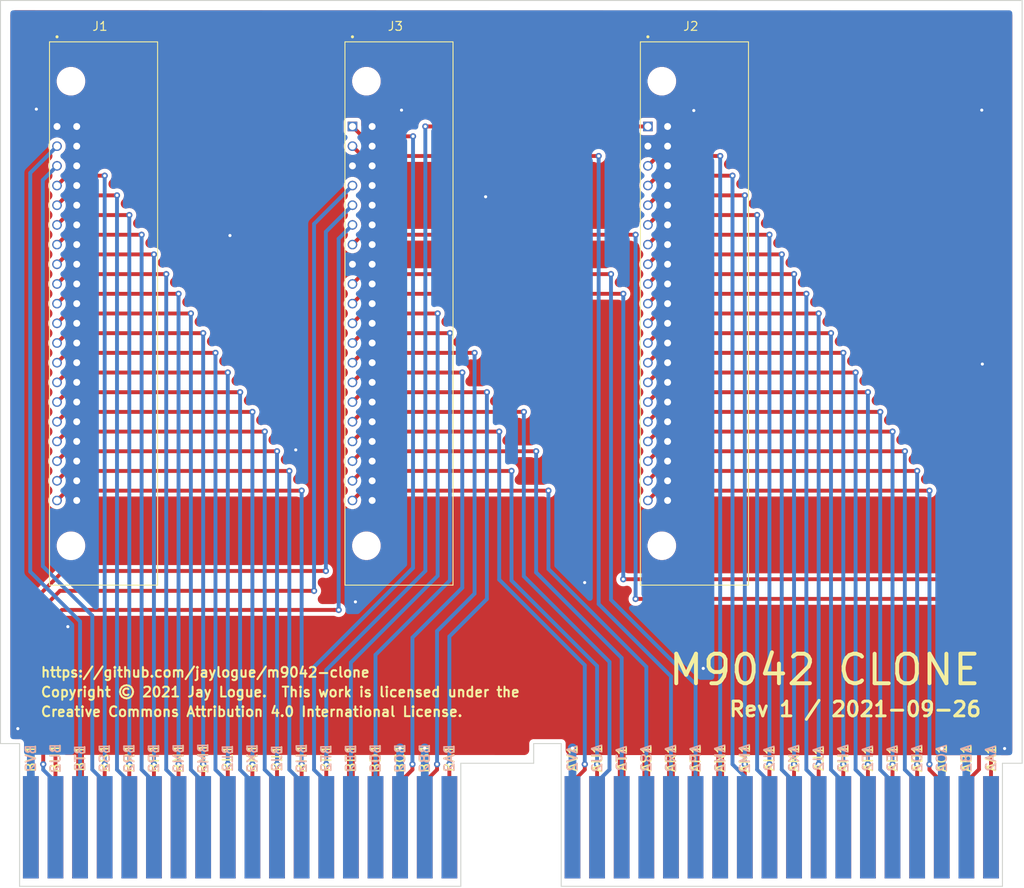
<source format=kicad_pcb>
(kicad_pcb (version 20171130) (host pcbnew "(5.1.10)-1")

  (general
    (thickness 1.39954)
    (drawings 23)
    (tracks 382)
    (zones 0)
    (modules 4)
    (nets 60)
  )

  (page C)
  (title_block
    (title "M9042 Clone")
    (date 2021-09-26)
    (rev 1)
  )

  (layers
    (0 F.Cu signal)
    (31 B.Cu signal)
    (32 B.Adhes user)
    (33 F.Adhes user)
    (34 B.Paste user)
    (35 F.Paste user)
    (36 B.SilkS user)
    (37 F.SilkS user)
    (38 B.Mask user)
    (39 F.Mask user)
    (40 Dwgs.User user)
    (41 Cmts.User user)
    (42 Eco1.User user)
    (43 Eco2.User user)
    (44 Edge.Cuts user)
    (45 Margin user)
    (46 B.CrtYd user)
    (47 F.CrtYd user)
    (48 B.Fab user)
    (49 F.Fab user)
  )

  (setup
    (last_trace_width 0.5)
    (trace_clearance 0.2)
    (zone_clearance 0.508)
    (zone_45_only yes)
    (trace_min 0.2)
    (via_size 0.8)
    (via_drill 0.4)
    (via_min_size 0.4)
    (via_min_drill 0.3)
    (uvia_size 0.3)
    (uvia_drill 0.1)
    (uvias_allowed no)
    (uvia_min_size 0.2)
    (uvia_min_drill 0.1)
    (edge_width 0.127)
    (segment_width 0.2)
    (pcb_text_width 0.3)
    (pcb_text_size 1.5 1.5)
    (mod_edge_width 0.12)
    (mod_text_size 1 1)
    (mod_text_width 0.15)
    (pad_size 2.032 13.208)
    (pad_drill 0)
    (pad_to_mask_clearance 0)
    (aux_axis_origin 0 0)
    (grid_origin 406.4 304.8)
    (visible_elements 7FFFF7FF)
    (pcbplotparams
      (layerselection 0x010fc_ffffffff)
      (usegerberextensions true)
      (usegerberattributes false)
      (usegerberadvancedattributes false)
      (creategerberjobfile false)
      (excludeedgelayer true)
      (linewidth 0.100000)
      (plotframeref false)
      (viasonmask false)
      (mode 1)
      (useauxorigin false)
      (hpglpennumber 1)
      (hpglpenspeed 20)
      (hpglpendiameter 15.000000)
      (psnegative false)
      (psa4output false)
      (plotreference true)
      (plotvalue false)
      (plotinvisibletext false)
      (padsonsilk false)
      (subtractmaskfromsilk true)
      (outputformat 1)
      (mirror false)
      (drillshape 0)
      (scaleselection 1)
      (outputdirectory "output/"))
  )

  (net 0 "")
  (net 1 "Net-(C1-PadBA2)")
  (net 2 GND)
  (net 3 /BR4)
  (net 4 /BG4)
  (net 5 /DC_LO)
  (net 6 /A00)
  (net 7 /A02)
  (net 8 /A04)
  (net 9 /A06)
  (net 10 /A08)
  (net 11 /A10)
  (net 12 /A12)
  (net 13 /A14)
  (net 14 /A16)
  (net 15 /C1)
  (net 16 /C0)
  (net 17 /BR6)
  (net 18 /BR7)
  (net 19 /NPR)
  (net 20 /SACK)
  (net 21 /BBSY)
  (net 22 /PB)
  (net 23 /D15)
  (net 24 /D13)
  (net 25 /D11)
  (net 26 /D09)
  (net 27 /D07)
  (net 28 /D05)
  (net 29 /D03)
  (net 30 /D01)
  (net 31 "Net-(C1-PadAA2)")
  (net 32 /MSYN)
  (net 33 /SSYN)
  (net 34 /A17)
  (net 35 /A15)
  (net 36 /A13)
  (net 37 /A11)
  (net 38 /A09)
  (net 39 /A07)
  (net 40 /A05)
  (net 41 /A03)
  (net 42 /A01)
  (net 43 /AC_LO)
  (net 44 /BR5)
  (net 45 /BG5)
  (net 46 /BG6)
  (net 47 /INIT)
  (net 48 /INTR)
  (net 49 /D00)
  (net 50 /D02)
  (net 51 /D04)
  (net 52 /D06)
  (net 53 /D08)
  (net 54 /D10)
  (net 55 /D12)
  (net 56 /D14)
  (net 57 /PA)
  (net 58 /NPG)
  (net 59 /BG7)

  (net_class Default "This is the default net class."
    (clearance 0.2)
    (trace_width 0.5)
    (via_dia 0.8)
    (via_drill 0.4)
    (uvia_dia 0.3)
    (uvia_drill 0.1)
    (add_net /A00)
    (add_net /A01)
    (add_net /A02)
    (add_net /A03)
    (add_net /A04)
    (add_net /A05)
    (add_net /A06)
    (add_net /A07)
    (add_net /A08)
    (add_net /A09)
    (add_net /A10)
    (add_net /A11)
    (add_net /A12)
    (add_net /A13)
    (add_net /A14)
    (add_net /A15)
    (add_net /A16)
    (add_net /A17)
    (add_net /AC_LO)
    (add_net /BBSY)
    (add_net /BG4)
    (add_net /BG5)
    (add_net /BG6)
    (add_net /BG7)
    (add_net /BR4)
    (add_net /BR5)
    (add_net /BR6)
    (add_net /BR7)
    (add_net /C0)
    (add_net /C1)
    (add_net /D00)
    (add_net /D01)
    (add_net /D02)
    (add_net /D03)
    (add_net /D04)
    (add_net /D05)
    (add_net /D06)
    (add_net /D07)
    (add_net /D08)
    (add_net /D09)
    (add_net /D10)
    (add_net /D11)
    (add_net /D12)
    (add_net /D13)
    (add_net /D14)
    (add_net /D15)
    (add_net /DC_LO)
    (add_net /INIT)
    (add_net /INTR)
    (add_net /MSYN)
    (add_net /NPG)
    (add_net /NPR)
    (add_net /PA)
    (add_net /PB)
    (add_net /SACK)
    (add_net /SSYN)
    (add_net "Net-(C1-PadAA2)")
    (add_net "Net-(C1-PadBA2)")
  )

  (net_class GND ""
    (clearance 0.2)
    (trace_width 1)
    (via_dia 1.2)
    (via_drill 0.4)
    (uvia_dia 0.3)
    (uvia_drill 0.1)
    (add_net GND)
  )

  (module TE-5499786-9:TE_5499786-9 (layer F.Cu) (tedit 614F41E7) (tstamp 614FB8E3)
    (at 358.14 206.756 270)
    (path /6150A615)
    (fp_text reference J2 (at -12.9286 -5.5372 180) (layer F.SilkS)
      (effects (font (size 1.143 1.143) (thickness 0.15)))
    )
    (fp_text value DEC-BERG-40 (at -4.3 2.835 90) (layer F.Fab)
      (effects (font (size 1 1) (thickness 0.15)))
    )
    (fp_line (start -10.92 0.97) (end -10.92 -12.97) (layer F.Fab) (width 0.127))
    (fp_line (start -10.92 -12.97) (end 59.18 -12.97) (layer F.Fab) (width 0.127))
    (fp_line (start 59.18 -12.97) (end 59.18 0.97) (layer F.Fab) (width 0.127))
    (fp_line (start 59.18 0.97) (end -10.92 0.97) (layer F.Fab) (width 0.127))
    (fp_line (start -10.92 0.97) (end -10.92 -26.33) (layer F.Fab) (width 0.127))
    (fp_line (start -10.92 -26.33) (end 59.18 -26.33) (layer F.Fab) (width 0.127))
    (fp_line (start 59.18 -26.33) (end 59.18 0.97) (layer F.Fab) (width 0.127))
    (fp_line (start -10.92 0.97) (end -10.92 -12.97) (layer F.SilkS) (width 0.127))
    (fp_line (start 59.18 -12.97) (end 59.18 0.97) (layer F.SilkS) (width 0.127))
    (fp_line (start 59.18 -12.97) (end -10.92 -12.97) (layer F.SilkS) (width 0.127))
    (fp_line (start 59.18 0.97) (end -10.92 0.97) (layer F.SilkS) (width 0.127))
    (fp_line (start -11.17 1.22) (end -11.17 -26.58) (layer F.CrtYd) (width 0.05))
    (fp_line (start -11.17 -26.58) (end 59.43 -26.58) (layer F.CrtYd) (width 0.05))
    (fp_line (start 59.43 -26.58) (end 59.43 1.22) (layer F.CrtYd) (width 0.05))
    (fp_line (start 59.43 1.22) (end -11.17 1.22) (layer F.CrtYd) (width 0.05))
    (fp_circle (center -11.57 0) (end -11.47 0) (layer F.SilkS) (width 0.2))
    (fp_circle (center -11.57 0) (end -11.47 0) (layer F.Fab) (width 0.2))
    (pad 40 thru_hole circle (at 48.26 -2.54 270) (size 1.24 1.24) (drill 0.89) (layers *.Cu *.Mask)
      (net 2 GND))
    (pad 39 thru_hole circle (at 48.26 0 270) (size 1.24 1.24) (drill 0.89) (layers *.Cu *.Mask)
      (net 49 /D00))
    (pad 38 thru_hole circle (at 45.72 -2.54 270) (size 1.24 1.24) (drill 0.89) (layers *.Cu *.Mask)
      (net 2 GND))
    (pad 37 thru_hole circle (at 45.72 0 270) (size 1.24 1.24) (drill 0.89) (layers *.Cu *.Mask)
      (net 50 /D02))
    (pad 36 thru_hole circle (at 43.18 -2.54 270) (size 1.24 1.24) (drill 0.89) (layers *.Cu *.Mask)
      (net 2 GND))
    (pad 35 thru_hole circle (at 43.18 0 270) (size 1.24 1.24) (drill 0.89) (layers *.Cu *.Mask)
      (net 30 /D01))
    (pad 34 thru_hole circle (at 40.64 -2.54 270) (size 1.24 1.24) (drill 0.89) (layers *.Cu *.Mask)
      (net 2 GND))
    (pad 33 thru_hole circle (at 40.64 0 270) (size 1.24 1.24) (drill 0.89) (layers *.Cu *.Mask)
      (net 51 /D04))
    (pad 32 thru_hole circle (at 38.1 -2.54 270) (size 1.24 1.24) (drill 0.89) (layers *.Cu *.Mask)
      (net 2 GND))
    (pad 31 thru_hole circle (at 38.1 0 270) (size 1.24 1.24) (drill 0.89) (layers *.Cu *.Mask)
      (net 29 /D03))
    (pad 30 thru_hole circle (at 35.56 -2.54 270) (size 1.24 1.24) (drill 0.89) (layers *.Cu *.Mask)
      (net 2 GND))
    (pad 29 thru_hole circle (at 35.56 0 270) (size 1.24 1.24) (drill 0.89) (layers *.Cu *.Mask)
      (net 52 /D06))
    (pad 28 thru_hole circle (at 33.02 -2.54 270) (size 1.24 1.24) (drill 0.89) (layers *.Cu *.Mask)
      (net 2 GND))
    (pad 27 thru_hole circle (at 33.02 0 270) (size 1.24 1.24) (drill 0.89) (layers *.Cu *.Mask)
      (net 28 /D05))
    (pad 26 thru_hole circle (at 30.48 -2.54 270) (size 1.24 1.24) (drill 0.89) (layers *.Cu *.Mask)
      (net 2 GND))
    (pad 25 thru_hole circle (at 30.48 0 270) (size 1.24 1.24) (drill 0.89) (layers *.Cu *.Mask)
      (net 53 /D08))
    (pad 24 thru_hole circle (at 27.94 -2.54 270) (size 1.24 1.24) (drill 0.89) (layers *.Cu *.Mask)
      (net 2 GND))
    (pad 23 thru_hole circle (at 27.94 0 270) (size 1.24 1.24) (drill 0.89) (layers *.Cu *.Mask)
      (net 27 /D07))
    (pad 22 thru_hole circle (at 25.4 -2.54 270) (size 1.24 1.24) (drill 0.89) (layers *.Cu *.Mask)
      (net 2 GND))
    (pad 21 thru_hole circle (at 25.4 0 270) (size 1.24 1.24) (drill 0.89) (layers *.Cu *.Mask)
      (net 54 /D10))
    (pad 20 thru_hole circle (at 22.86 -2.54 270) (size 1.24 1.24) (drill 0.89) (layers *.Cu *.Mask)
      (net 2 GND))
    (pad 19 thru_hole circle (at 22.86 0 270) (size 1.24 1.24) (drill 0.89) (layers *.Cu *.Mask)
      (net 26 /D09))
    (pad 18 thru_hole circle (at 20.32 -2.54 270) (size 1.24 1.24) (drill 0.89) (layers *.Cu *.Mask)
      (net 2 GND))
    (pad 17 thru_hole circle (at 20.32 0 270) (size 1.24 1.24) (drill 0.89) (layers *.Cu *.Mask)
      (net 55 /D12))
    (pad 16 thru_hole circle (at 17.78 -2.54 270) (size 1.24 1.24) (drill 0.89) (layers *.Cu *.Mask)
      (net 2 GND))
    (pad 15 thru_hole circle (at 17.78 0 270) (size 1.24 1.24) (drill 0.89) (layers *.Cu *.Mask)
      (net 25 /D11))
    (pad 14 thru_hole circle (at 15.24 -2.54 270) (size 1.24 1.24) (drill 0.89) (layers *.Cu *.Mask)
      (net 2 GND))
    (pad 13 thru_hole circle (at 15.24 0 270) (size 1.24 1.24) (drill 0.89) (layers *.Cu *.Mask)
      (net 56 /D14))
    (pad 12 thru_hole circle (at 12.7 -2.54 270) (size 1.24 1.24) (drill 0.89) (layers *.Cu *.Mask)
      (net 2 GND))
    (pad 11 thru_hole circle (at 12.7 0 270) (size 1.24 1.24) (drill 0.89) (layers *.Cu *.Mask)
      (net 24 /D13))
    (pad 10 thru_hole circle (at 10.16 -2.54 270) (size 1.24 1.24) (drill 0.89) (layers *.Cu *.Mask)
      (net 2 GND))
    (pad 9 thru_hole circle (at 10.16 0 270) (size 1.24 1.24) (drill 0.89) (layers *.Cu *.Mask)
      (net 57 /PA))
    (pad 8 thru_hole circle (at 7.62 -2.54 270) (size 1.24 1.24) (drill 0.89) (layers *.Cu *.Mask)
      (net 2 GND))
    (pad 7 thru_hole circle (at 7.62 0 270) (size 1.24 1.24) (drill 0.89) (layers *.Cu *.Mask)
      (net 23 /D15))
    (pad 6 thru_hole circle (at 5.08 -2.54 270) (size 1.24 1.24) (drill 0.89) (layers *.Cu *.Mask)
      (net 2 GND))
    (pad 5 thru_hole circle (at 5.08 0 270) (size 1.24 1.24) (drill 0.89) (layers *.Cu *.Mask)
      (net 22 /PB))
    (pad 4 thru_hole circle (at 2.54 -2.54 270) (size 1.24 1.24) (drill 0.89) (layers *.Cu *.Mask)
      (net 2 GND))
    (pad 3 thru_hole circle (at 2.54 0 270) (size 1.24 1.24) (drill 0.89) (layers *.Cu *.Mask)
      (net 2 GND))
    (pad 2 thru_hole circle (at 0 -2.54 270) (size 1.24 1.24) (drill 0.89) (layers *.Cu *.Mask)
      (net 2 GND))
    (pad 1 thru_hole rect (at 0 0 270) (size 1.24 1.24) (drill 0.89) (layers *.Cu *.Mask)
      (net 43 /AC_LO))
    (pad None np_thru_hole circle (at 54.1 -1.8 270) (size 2.69 2.69) (drill 2.69) (layers *.Cu *.Mask))
    (pad None np_thru_hole circle (at -5.84 -1.8 270) (size 2.69 2.69) (drill 2.69) (layers *.Cu *.Mask))
  )

  (module TE-5499786-9:TE_5499786-9 (layer F.Cu) (tedit 614F41E7) (tstamp 614FB75A)
    (at 320.04 206.756 270)
    (path /6150942A)
    (fp_text reference J3 (at -12.9286 -5.5372 180) (layer F.SilkS)
      (effects (font (size 1.143 1.143) (thickness 0.15)))
    )
    (fp_text value DEC-BERG-40 (at -4.3 2.835 90) (layer F.Fab)
      (effects (font (size 1 1) (thickness 0.15)))
    )
    (fp_circle (center -11.57 0) (end -11.47 0) (layer F.Fab) (width 0.2))
    (fp_circle (center -11.57 0) (end -11.47 0) (layer F.SilkS) (width 0.2))
    (fp_line (start 59.43 1.22) (end -11.17 1.22) (layer F.CrtYd) (width 0.05))
    (fp_line (start 59.43 -26.58) (end 59.43 1.22) (layer F.CrtYd) (width 0.05))
    (fp_line (start -11.17 -26.58) (end 59.43 -26.58) (layer F.CrtYd) (width 0.05))
    (fp_line (start -11.17 1.22) (end -11.17 -26.58) (layer F.CrtYd) (width 0.05))
    (fp_line (start 59.18 0.97) (end -10.92 0.97) (layer F.SilkS) (width 0.127))
    (fp_line (start 59.18 -12.97) (end -10.92 -12.97) (layer F.SilkS) (width 0.127))
    (fp_line (start 59.18 -12.97) (end 59.18 0.97) (layer F.SilkS) (width 0.127))
    (fp_line (start -10.92 0.97) (end -10.92 -12.97) (layer F.SilkS) (width 0.127))
    (fp_line (start 59.18 -26.33) (end 59.18 0.97) (layer F.Fab) (width 0.127))
    (fp_line (start -10.92 -26.33) (end 59.18 -26.33) (layer F.Fab) (width 0.127))
    (fp_line (start -10.92 0.97) (end -10.92 -26.33) (layer F.Fab) (width 0.127))
    (fp_line (start 59.18 0.97) (end -10.92 0.97) (layer F.Fab) (width 0.127))
    (fp_line (start 59.18 -12.97) (end 59.18 0.97) (layer F.Fab) (width 0.127))
    (fp_line (start -10.92 -12.97) (end 59.18 -12.97) (layer F.Fab) (width 0.127))
    (fp_line (start -10.92 0.97) (end -10.92 -12.97) (layer F.Fab) (width 0.127))
    (pad None np_thru_hole circle (at -5.84 -1.8 270) (size 2.69 2.69) (drill 2.69) (layers *.Cu *.Mask))
    (pad None np_thru_hole circle (at 54.1 -1.8 270) (size 2.69 2.69) (drill 2.69) (layers *.Cu *.Mask))
    (pad 1 thru_hole rect (at 0 0 270) (size 1.24 1.24) (drill 0.89) (layers *.Cu *.Mask)
      (net 5 /DC_LO))
    (pad 2 thru_hole circle (at 0 -2.54 270) (size 1.24 1.24) (drill 0.89) (layers *.Cu *.Mask)
      (net 2 GND))
    (pad 3 thru_hole circle (at 2.54 0 270) (size 1.24 1.24) (drill 0.89) (layers *.Cu *.Mask)
      (net 20 /SACK))
    (pad 4 thru_hole circle (at 2.54 -2.54 270) (size 1.24 1.24) (drill 0.89) (layers *.Cu *.Mask)
      (net 2 GND))
    (pad 5 thru_hole circle (at 5.08 0 270) (size 1.24 1.24) (drill 0.89) (layers *.Cu *.Mask)
      (net 2 GND))
    (pad 6 thru_hole circle (at 5.08 -2.54 270) (size 1.24 1.24) (drill 0.89) (layers *.Cu *.Mask)
      (net 2 GND))
    (pad 7 thru_hole circle (at 7.62 0 270) (size 1.24 1.24) (drill 0.89) (layers *.Cu *.Mask)
      (net 16 /C0))
    (pad 8 thru_hole circle (at 7.62 -2.54 270) (size 1.24 1.24) (drill 0.89) (layers *.Cu *.Mask)
      (net 2 GND))
    (pad 9 thru_hole circle (at 10.16 0 270) (size 1.24 1.24) (drill 0.89) (layers *.Cu *.Mask)
      (net 32 /MSYN))
    (pad 10 thru_hole circle (at 10.16 -2.54 270) (size 1.24 1.24) (drill 0.89) (layers *.Cu *.Mask)
      (net 2 GND))
    (pad 11 thru_hole circle (at 12.7 0 270) (size 1.24 1.24) (drill 0.89) (layers *.Cu *.Mask)
      (net 33 /SSYN))
    (pad 12 thru_hole circle (at 12.7 -2.54 270) (size 1.24 1.24) (drill 0.89) (layers *.Cu *.Mask)
      (net 2 GND))
    (pad 13 thru_hole circle (at 15.24 0 270) (size 1.24 1.24) (drill 0.89) (layers *.Cu *.Mask)
      (net 48 /INTR))
    (pad 14 thru_hole circle (at 15.24 -2.54 270) (size 1.24 1.24) (drill 0.89) (layers *.Cu *.Mask)
      (net 2 GND))
    (pad 15 thru_hole circle (at 17.78 0 270) (size 1.24 1.24) (drill 0.89) (layers *.Cu *.Mask)
      (net 2 GND))
    (pad 16 thru_hole circle (at 17.78 -2.54 270) (size 1.24 1.24) (drill 0.89) (layers *.Cu *.Mask)
      (net 2 GND))
    (pad 17 thru_hole circle (at 20.32 0 270) (size 1.24 1.24) (drill 0.89) (layers *.Cu *.Mask)
      (net 21 /BBSY))
    (pad 18 thru_hole circle (at 20.32 -2.54 270) (size 1.24 1.24) (drill 0.89) (layers *.Cu *.Mask)
      (net 2 GND))
    (pad 19 thru_hole circle (at 22.86 0 270) (size 1.24 1.24) (drill 0.89) (layers *.Cu *.Mask)
      (net 47 /INIT))
    (pad 20 thru_hole circle (at 22.86 -2.54 270) (size 1.24 1.24) (drill 0.89) (layers *.Cu *.Mask)
      (net 2 GND))
    (pad 21 thru_hole circle (at 25.4 0 270) (size 1.24 1.24) (drill 0.89) (layers *.Cu *.Mask)
      (net 4 /BG4))
    (pad 22 thru_hole circle (at 25.4 -2.54 270) (size 1.24 1.24) (drill 0.89) (layers *.Cu *.Mask)
      (net 2 GND))
    (pad 23 thru_hole circle (at 27.94 0 270) (size 1.24 1.24) (drill 0.89) (layers *.Cu *.Mask)
      (net 3 /BR4))
    (pad 24 thru_hole circle (at 27.94 -2.54 270) (size 1.24 1.24) (drill 0.89) (layers *.Cu *.Mask)
      (net 2 GND))
    (pad 25 thru_hole circle (at 30.48 0 270) (size 1.24 1.24) (drill 0.89) (layers *.Cu *.Mask)
      (net 45 /BG5))
    (pad 26 thru_hole circle (at 30.48 -2.54 270) (size 1.24 1.24) (drill 0.89) (layers *.Cu *.Mask)
      (net 2 GND))
    (pad 27 thru_hole circle (at 33.02 0 270) (size 1.24 1.24) (drill 0.89) (layers *.Cu *.Mask)
      (net 44 /BR5))
    (pad 28 thru_hole circle (at 33.02 -2.54 270) (size 1.24 1.24) (drill 0.89) (layers *.Cu *.Mask)
      (net 2 GND))
    (pad 29 thru_hole circle (at 35.56 0 270) (size 1.24 1.24) (drill 0.89) (layers *.Cu *.Mask)
      (net 46 /BG6))
    (pad 30 thru_hole circle (at 35.56 -2.54 270) (size 1.24 1.24) (drill 0.89) (layers *.Cu *.Mask)
      (net 2 GND))
    (pad 31 thru_hole circle (at 38.1 0 270) (size 1.24 1.24) (drill 0.89) (layers *.Cu *.Mask)
      (net 17 /BR6))
    (pad 32 thru_hole circle (at 38.1 -2.54 270) (size 1.24 1.24) (drill 0.89) (layers *.Cu *.Mask)
      (net 2 GND))
    (pad 33 thru_hole circle (at 40.64 0 270) (size 1.24 1.24) (drill 0.89) (layers *.Cu *.Mask)
      (net 59 /BG7))
    (pad 34 thru_hole circle (at 40.64 -2.54 270) (size 1.24 1.24) (drill 0.89) (layers *.Cu *.Mask)
      (net 2 GND))
    (pad 35 thru_hole circle (at 43.18 0 270) (size 1.24 1.24) (drill 0.89) (layers *.Cu *.Mask)
      (net 18 /BR7))
    (pad 36 thru_hole circle (at 43.18 -2.54 270) (size 1.24 1.24) (drill 0.89) (layers *.Cu *.Mask)
      (net 2 GND))
    (pad 37 thru_hole circle (at 45.72 0 270) (size 1.24 1.24) (drill 0.89) (layers *.Cu *.Mask)
      (net 58 /NPG))
    (pad 38 thru_hole circle (at 45.72 -2.54 270) (size 1.24 1.24) (drill 0.89) (layers *.Cu *.Mask)
      (net 2 GND))
    (pad 39 thru_hole circle (at 48.26 0 270) (size 1.24 1.24) (drill 0.89) (layers *.Cu *.Mask)
      (net 19 /NPR))
    (pad 40 thru_hole circle (at 48.26 -2.54 270) (size 1.24 1.24) (drill 0.89) (layers *.Cu *.Mask)
      (net 2 GND))
  )

  (module TE-5499786-9:TE_5499786-9 (layer F.Cu) (tedit 614F41E7) (tstamp 614FB3AE)
    (at 281.94 206.756 270)
    (path /615075AD)
    (fp_text reference J1 (at -12.9286 -5.5372 180) (layer F.SilkS)
      (effects (font (size 1.143 1.143) (thickness 0.15)))
    )
    (fp_text value DEC-BERG-40 (at -4.3 2.835 90) (layer F.Fab)
      (effects (font (size 1 1) (thickness 0.15)))
    )
    (fp_line (start -10.92 0.97) (end -10.92 -12.97) (layer F.Fab) (width 0.127))
    (fp_line (start -10.92 -12.97) (end 59.18 -12.97) (layer F.Fab) (width 0.127))
    (fp_line (start 59.18 -12.97) (end 59.18 0.97) (layer F.Fab) (width 0.127))
    (fp_line (start 59.18 0.97) (end -10.92 0.97) (layer F.Fab) (width 0.127))
    (fp_line (start -10.92 0.97) (end -10.92 -26.33) (layer F.Fab) (width 0.127))
    (fp_line (start -10.92 -26.33) (end 59.18 -26.33) (layer F.Fab) (width 0.127))
    (fp_line (start 59.18 -26.33) (end 59.18 0.97) (layer F.Fab) (width 0.127))
    (fp_line (start -10.92 0.97) (end -10.92 -12.97) (layer F.SilkS) (width 0.127))
    (fp_line (start 59.18 -12.97) (end 59.18 0.97) (layer F.SilkS) (width 0.127))
    (fp_line (start 59.18 -12.97) (end -10.92 -12.97) (layer F.SilkS) (width 0.127))
    (fp_line (start 59.18 0.97) (end -10.92 0.97) (layer F.SilkS) (width 0.127))
    (fp_line (start -11.17 1.22) (end -11.17 -26.58) (layer F.CrtYd) (width 0.05))
    (fp_line (start -11.17 -26.58) (end 59.43 -26.58) (layer F.CrtYd) (width 0.05))
    (fp_line (start 59.43 -26.58) (end 59.43 1.22) (layer F.CrtYd) (width 0.05))
    (fp_line (start 59.43 1.22) (end -11.17 1.22) (layer F.CrtYd) (width 0.05))
    (fp_circle (center -11.57 0) (end -11.47 0) (layer F.SilkS) (width 0.2))
    (fp_circle (center -11.57 0) (end -11.47 0) (layer F.Fab) (width 0.2))
    (pad 40 thru_hole circle (at 48.26 -2.54 270) (size 1.24 1.24) (drill 0.89) (layers *.Cu *.Mask)
      (net 2 GND))
    (pad 39 thru_hole circle (at 48.26 0 270) (size 1.24 1.24) (drill 0.89) (layers *.Cu *.Mask)
      (net 42 /A01))
    (pad 38 thru_hole circle (at 45.72 -2.54 270) (size 1.24 1.24) (drill 0.89) (layers *.Cu *.Mask)
      (net 2 GND))
    (pad 37 thru_hole circle (at 45.72 0 270) (size 1.24 1.24) (drill 0.89) (layers *.Cu *.Mask)
      (net 6 /A00))
    (pad 36 thru_hole circle (at 43.18 -2.54 270) (size 1.24 1.24) (drill 0.89) (layers *.Cu *.Mask)
      (net 2 GND))
    (pad 35 thru_hole circle (at 43.18 0 270) (size 1.24 1.24) (drill 0.89) (layers *.Cu *.Mask)
      (net 41 /A03))
    (pad 34 thru_hole circle (at 40.64 -2.54 270) (size 1.24 1.24) (drill 0.89) (layers *.Cu *.Mask)
      (net 2 GND))
    (pad 33 thru_hole circle (at 40.64 0 270) (size 1.24 1.24) (drill 0.89) (layers *.Cu *.Mask)
      (net 7 /A02))
    (pad 32 thru_hole circle (at 38.1 -2.54 270) (size 1.24 1.24) (drill 0.89) (layers *.Cu *.Mask)
      (net 2 GND))
    (pad 31 thru_hole circle (at 38.1 0 270) (size 1.24 1.24) (drill 0.89) (layers *.Cu *.Mask)
      (net 40 /A05))
    (pad 30 thru_hole circle (at 35.56 -2.54 270) (size 1.24 1.24) (drill 0.89) (layers *.Cu *.Mask)
      (net 2 GND))
    (pad 29 thru_hole circle (at 35.56 0 270) (size 1.24 1.24) (drill 0.89) (layers *.Cu *.Mask)
      (net 8 /A04))
    (pad 28 thru_hole circle (at 33.02 -2.54 270) (size 1.24 1.24) (drill 0.89) (layers *.Cu *.Mask)
      (net 2 GND))
    (pad 27 thru_hole circle (at 33.02 0 270) (size 1.24 1.24) (drill 0.89) (layers *.Cu *.Mask)
      (net 39 /A07))
    (pad 26 thru_hole circle (at 30.48 -2.54 270) (size 1.24 1.24) (drill 0.89) (layers *.Cu *.Mask)
      (net 2 GND))
    (pad 25 thru_hole circle (at 30.48 0 270) (size 1.24 1.24) (drill 0.89) (layers *.Cu *.Mask)
      (net 9 /A06))
    (pad 24 thru_hole circle (at 27.94 -2.54 270) (size 1.24 1.24) (drill 0.89) (layers *.Cu *.Mask)
      (net 2 GND))
    (pad 23 thru_hole circle (at 27.94 0 270) (size 1.24 1.24) (drill 0.89) (layers *.Cu *.Mask)
      (net 38 /A09))
    (pad 22 thru_hole circle (at 25.4 -2.54 270) (size 1.24 1.24) (drill 0.89) (layers *.Cu *.Mask)
      (net 2 GND))
    (pad 21 thru_hole circle (at 25.4 0 270) (size 1.24 1.24) (drill 0.89) (layers *.Cu *.Mask)
      (net 10 /A08))
    (pad 20 thru_hole circle (at 22.86 -2.54 270) (size 1.24 1.24) (drill 0.89) (layers *.Cu *.Mask)
      (net 2 GND))
    (pad 19 thru_hole circle (at 22.86 0 270) (size 1.24 1.24) (drill 0.89) (layers *.Cu *.Mask)
      (net 37 /A11))
    (pad 18 thru_hole circle (at 20.32 -2.54 270) (size 1.24 1.24) (drill 0.89) (layers *.Cu *.Mask)
      (net 2 GND))
    (pad 17 thru_hole circle (at 20.32 0 270) (size 1.24 1.24) (drill 0.89) (layers *.Cu *.Mask)
      (net 11 /A10))
    (pad 16 thru_hole circle (at 17.78 -2.54 270) (size 1.24 1.24) (drill 0.89) (layers *.Cu *.Mask)
      (net 2 GND))
    (pad 15 thru_hole circle (at 17.78 0 270) (size 1.24 1.24) (drill 0.89) (layers *.Cu *.Mask)
      (net 36 /A13))
    (pad 14 thru_hole circle (at 15.24 -2.54 270) (size 1.24 1.24) (drill 0.89) (layers *.Cu *.Mask)
      (net 2 GND))
    (pad 13 thru_hole circle (at 15.24 0 270) (size 1.24 1.24) (drill 0.89) (layers *.Cu *.Mask)
      (net 12 /A12))
    (pad 12 thru_hole circle (at 12.7 -2.54 270) (size 1.24 1.24) (drill 0.89) (layers *.Cu *.Mask)
      (net 2 GND))
    (pad 11 thru_hole circle (at 12.7 0 270) (size 1.24 1.24) (drill 0.89) (layers *.Cu *.Mask)
      (net 35 /A15))
    (pad 10 thru_hole circle (at 10.16 -2.54 270) (size 1.24 1.24) (drill 0.89) (layers *.Cu *.Mask)
      (net 2 GND))
    (pad 9 thru_hole circle (at 10.16 0 270) (size 1.24 1.24) (drill 0.89) (layers *.Cu *.Mask)
      (net 13 /A14))
    (pad 8 thru_hole circle (at 7.62 -2.54 270) (size 1.24 1.24) (drill 0.89) (layers *.Cu *.Mask)
      (net 2 GND))
    (pad 7 thru_hole circle (at 7.62 0 270) (size 1.24 1.24) (drill 0.89) (layers *.Cu *.Mask)
      (net 34 /A17))
    (pad 6 thru_hole circle (at 5.08 -2.54 270) (size 1.24 1.24) (drill 0.89) (layers *.Cu *.Mask)
      (net 2 GND))
    (pad 5 thru_hole circle (at 5.08 0 270) (size 1.24 1.24) (drill 0.89) (layers *.Cu *.Mask)
      (net 14 /A16))
    (pad 4 thru_hole circle (at 2.54 -2.54 270) (size 1.24 1.24) (drill 0.89) (layers *.Cu *.Mask)
      (net 2 GND))
    (pad 3 thru_hole circle (at 2.54 0 270) (size 1.24 1.24) (drill 0.89) (layers *.Cu *.Mask)
      (net 15 /C1))
    (pad 2 thru_hole circle (at 0 -2.54 270) (size 1.24 1.24) (drill 0.89) (layers *.Cu *.Mask)
      (net 2 GND))
    (pad 1 thru_hole rect (at 0 0 270) (size 1.24 1.24) (drill 0.89) (layers *.Cu *.Mask)
      (net 2 GND))
    (pad None np_thru_hole circle (at 54.1 -1.8 270) (size 2.69 2.69) (drill 2.69) (layers *.Cu *.Mask))
    (pad None np_thru_hole circle (at -5.84 -1.8 270) (size 2.69 2.69) (drill 2.69) (layers *.Cu *.Mask))
  )

  (module DEC-flip-chip:CONN-DEC-DOUBLE-HEIGHT (layer F.Cu) (tedit 615086AD) (tstamp 614EEF9F)
    (at 406.4 304.8)
    (descr "DEC FLIP CHIP double height edge connector")
    (path /614E5DFD)
    (fp_text reference C1 (at -65.8368 3.2766) (layer Cmts.User) hide
      (effects (font (size 1.27 1.27) (thickness 0.2032)))
    )
    (fp_text value CONN-DEC-DOUBLE-HEIGHT (at -65.786 5.7658) (layer Cmts.User) hide
      (effects (font (size 1.27 1.27) (thickness 0.2032)))
    )
    (fp_text user BV2 (at -127.8382 -16.51 90) (layer B.SilkS)
      (effects (font (size 1.27 1.27) (thickness 0.2032)) (justify mirror))
    )
    (fp_text user BU2 (at -124.6632 -16.51 90) (layer B.SilkS)
      (effects (font (size 1.27 1.27) (thickness 0.2032)) (justify mirror))
    )
    (fp_text user BT2 (at -121.4882 -16.51 90) (layer B.SilkS)
      (effects (font (size 1.27 1.27) (thickness 0.2032)) (justify mirror))
    )
    (fp_text user BS2 (at -118.3132 -16.51 90) (layer B.SilkS)
      (effects (font (size 1.27 1.27) (thickness 0.2032)) (justify mirror))
    )
    (fp_text user BR2 (at -115.1382 -16.51 90) (layer B.SilkS)
      (effects (font (size 1.27 1.27) (thickness 0.2032)) (justify mirror))
    )
    (fp_text user BP2 (at -111.9632 -16.51 90) (layer B.SilkS)
      (effects (font (size 1.27 1.27) (thickness 0.2032)) (justify mirror))
    )
    (fp_text user BN2 (at -108.7882 -16.51 90) (layer B.SilkS)
      (effects (font (size 1.27 1.27) (thickness 0.2032)) (justify mirror))
    )
    (fp_text user BM2 (at -105.6132 -16.51 90) (layer B.SilkS)
      (effects (font (size 1.27 1.27) (thickness 0.2032)) (justify mirror))
    )
    (fp_text user BL2 (at -102.4382 -16.51 90) (layer B.SilkS)
      (effects (font (size 1.27 1.27) (thickness 0.2032)) (justify mirror))
    )
    (fp_text user BK2 (at -99.2632 -16.51 90) (layer B.SilkS)
      (effects (font (size 1.27 1.27) (thickness 0.2032)) (justify mirror))
    )
    (fp_text user BJ2 (at -96.0882 -16.51 90) (layer B.SilkS)
      (effects (font (size 1.27 1.27) (thickness 0.2032)) (justify mirror))
    )
    (fp_text user BH2 (at -92.9132 -16.51 90) (layer B.SilkS)
      (effects (font (size 1.27 1.27) (thickness 0.2032)) (justify mirror))
    )
    (fp_text user BF2 (at -89.7382 -16.51 90) (layer B.SilkS)
      (effects (font (size 1.27 1.27) (thickness 0.2032)) (justify mirror))
    )
    (fp_text user BE2 (at -86.5632 -16.51 90) (layer B.SilkS)
      (effects (font (size 1.27 1.27) (thickness 0.2032)) (justify mirror))
    )
    (fp_text user BD2 (at -83.3882 -16.51 90) (layer B.SilkS)
      (effects (font (size 1.27 1.27) (thickness 0.2032)) (justify mirror))
    )
    (fp_text user BC2 (at -80.2132 -16.51 90) (layer B.SilkS)
      (effects (font (size 1.27 1.27) (thickness 0.2032)) (justify mirror))
    )
    (fp_text user BB2 (at -77.0382 -16.51 90) (layer B.SilkS)
      (effects (font (size 1.27 1.27) (thickness 0.2032)) (justify mirror))
    )
    (fp_text user BA2 (at -73.8632 -16.51 90) (layer B.SilkS)
      (effects (font (size 1.27 1.27) (thickness 0.2032)) (justify mirror))
    )
    (fp_text user AA2 (at -4.0132 -16.51 90) (layer B.SilkS)
      (effects (font (size 1.27 1.27) (thickness 0.2032)) (justify mirror))
    )
    (fp_text user AB2 (at -7.1882 -16.51 90) (layer B.SilkS)
      (effects (font (size 1.27 1.27) (thickness 0.2032)) (justify mirror))
    )
    (fp_text user AC2 (at -10.3632 -16.51 90) (layer B.SilkS)
      (effects (font (size 1.27 1.27) (thickness 0.2032)) (justify mirror))
    )
    (fp_text user AD2 (at -13.5382 -16.51 90) (layer B.SilkS)
      (effects (font (size 1.27 1.27) (thickness 0.2032)) (justify mirror))
    )
    (fp_text user AE2 (at -16.7132 -16.51 90) (layer B.SilkS)
      (effects (font (size 1.27 1.27) (thickness 0.2032)) (justify mirror))
    )
    (fp_text user AF2 (at -19.8882 -16.51 90) (layer B.SilkS)
      (effects (font (size 1.27 1.27) (thickness 0.2032)) (justify mirror))
    )
    (fp_text user AH2 (at -23.0632 -16.51 90) (layer B.SilkS)
      (effects (font (size 1.27 1.27) (thickness 0.2032)) (justify mirror))
    )
    (fp_text user AJ2 (at -26.2382 -16.51 90) (layer B.SilkS)
      (effects (font (size 1.27 1.27) (thickness 0.2032)) (justify mirror))
    )
    (fp_text user AK2 (at -29.4132 -16.51 90) (layer B.SilkS)
      (effects (font (size 1.27 1.27) (thickness 0.2032)) (justify mirror))
    )
    (fp_text user AL2 (at -32.5882 -16.51 90) (layer B.SilkS)
      (effects (font (size 1.27 1.27) (thickness 0.2032)) (justify mirror))
    )
    (fp_text user AM2 (at -35.7632 -16.51 90) (layer B.SilkS)
      (effects (font (size 1.27 1.27) (thickness 0.2032)) (justify mirror))
    )
    (fp_text user AN2 (at -38.9382 -16.51 90) (layer B.SilkS)
      (effects (font (size 1.27 1.27) (thickness 0.2032)) (justify mirror))
    )
    (fp_text user AP2 (at -42.1132 -16.51 90) (layer B.SilkS)
      (effects (font (size 1.27 1.27) (thickness 0.2032)) (justify mirror))
    )
    (fp_text user AR2 (at -45.2882 -16.51 90) (layer B.SilkS)
      (effects (font (size 1.27 1.27) (thickness 0.2032)) (justify mirror))
    )
    (fp_text user AS2 (at -48.4632 -16.51 90) (layer B.SilkS)
      (effects (font (size 1.27 1.27) (thickness 0.2032)) (justify mirror))
    )
    (fp_text user AT2 (at -51.6382 -16.51 90) (layer B.SilkS)
      (effects (font (size 1.27 1.27) (thickness 0.2032)) (justify mirror))
    )
    (fp_text user AU2 (at -54.8132 -16.51 90) (layer B.SilkS)
      (effects (font (size 1.27 1.27) (thickness 0.2032)) (justify mirror))
    )
    (fp_text user AV2 (at -57.9882 -16.51 90) (layer B.SilkS)
      (effects (font (size 1.27 1.27) (thickness 0.2032)) (justify mirror))
    )
    (fp_text user BA1 (at -73.8632 -16.51 90) (layer F.SilkS)
      (effects (font (size 1.27 1.27) (thickness 0.2032)))
    )
    (fp_text user BB1 (at -77.0382 -16.51 90) (layer F.SilkS)
      (effects (font (size 1.27 1.27) (thickness 0.2032)))
    )
    (fp_text user BC1 (at -80.2132 -16.51 90) (layer F.SilkS)
      (effects (font (size 1.27 1.27) (thickness 0.2032)))
    )
    (fp_text user BD1 (at -83.3882 -16.51 90) (layer F.SilkS)
      (effects (font (size 1.27 1.27) (thickness 0.2032)))
    )
    (fp_text user BE1 (at -86.5632 -16.51 90) (layer F.SilkS)
      (effects (font (size 1.27 1.27) (thickness 0.2032)))
    )
    (fp_text user BF1 (at -89.7382 -16.51 90) (layer F.SilkS)
      (effects (font (size 1.27 1.27) (thickness 0.2032)))
    )
    (fp_text user BH1 (at -92.9132 -16.51 90) (layer F.SilkS)
      (effects (font (size 1.27 1.27) (thickness 0.2032)))
    )
    (fp_text user BJ1 (at -96.0882 -16.51 90) (layer F.SilkS)
      (effects (font (size 1.27 1.27) (thickness 0.2032)))
    )
    (fp_text user BK1 (at -99.2632 -16.51 90) (layer F.SilkS)
      (effects (font (size 1.27 1.27) (thickness 0.2032)))
    )
    (fp_text user BL1 (at -102.4382 -16.51 90) (layer F.SilkS)
      (effects (font (size 1.27 1.27) (thickness 0.2032)))
    )
    (fp_text user BM1 (at -105.6132 -16.51 90) (layer F.SilkS)
      (effects (font (size 1.27 1.27) (thickness 0.2032)))
    )
    (fp_text user BN1 (at -108.7882 -16.51 90) (layer F.SilkS)
      (effects (font (size 1.27 1.27) (thickness 0.2032)))
    )
    (fp_text user BP1 (at -111.9632 -16.51 90) (layer F.SilkS)
      (effects (font (size 1.27 1.27) (thickness 0.2032)))
    )
    (fp_text user BR1 (at -115.1382 -16.51 90) (layer F.SilkS)
      (effects (font (size 1.27 1.27) (thickness 0.2032)))
    )
    (fp_text user BS1 (at -118.3132 -16.51 90) (layer F.SilkS)
      (effects (font (size 1.27 1.27) (thickness 0.2032)))
    )
    (fp_text user BT1 (at -121.4882 -16.51 90) (layer F.SilkS)
      (effects (font (size 1.27 1.27) (thickness 0.2032)))
    )
    (fp_text user BU1 (at -124.6632 -16.51 90) (layer F.SilkS)
      (effects (font (size 1.27 1.27) (thickness 0.2032)))
    )
    (fp_text user BV1 (at -127.8382 -16.51 90) (layer F.SilkS)
      (effects (font (size 1.27 1.27) (thickness 0.2032)))
    )
    (fp_text user AV1 (at -57.9882 -16.51 90) (layer F.SilkS)
      (effects (font (size 1.27 1.27) (thickness 0.2032)))
    )
    (fp_text user AU1 (at -54.8132 -16.51 90) (layer F.SilkS)
      (effects (font (size 1.27 1.27) (thickness 0.2032)))
    )
    (fp_text user AT1 (at -51.6382 -16.51 90) (layer F.SilkS)
      (effects (font (size 1.27 1.27) (thickness 0.2032)))
    )
    (fp_text user AS1 (at -48.4632 -16.51 90) (layer F.SilkS)
      (effects (font (size 1.27 1.27) (thickness 0.2032)))
    )
    (fp_text user AR1 (at -45.2882 -16.51 90) (layer F.SilkS)
      (effects (font (size 1.27 1.27) (thickness 0.2032)))
    )
    (fp_text user AP1 (at -42.1132 -16.51 90) (layer F.SilkS)
      (effects (font (size 1.27 1.27) (thickness 0.2032)))
    )
    (fp_text user AN1 (at -38.9382 -16.51 90) (layer F.SilkS)
      (effects (font (size 1.27 1.27) (thickness 0.2032)))
    )
    (fp_text user AM1 (at -35.7632 -16.51 90) (layer F.SilkS)
      (effects (font (size 1.27 1.27) (thickness 0.2032)))
    )
    (fp_text user AL1 (at -32.5882 -16.51 90) (layer F.SilkS)
      (effects (font (size 1.27 1.27) (thickness 0.2032)))
    )
    (fp_text user AK1 (at -29.4132 -16.51 90) (layer F.SilkS)
      (effects (font (size 1.27 1.27) (thickness 0.2032)))
    )
    (fp_text user AJ1 (at -26.2382 -16.51 90) (layer F.SilkS)
      (effects (font (size 1.27 1.27) (thickness 0.2032)))
    )
    (fp_text user AH1 (at -23.0632 -16.51 90) (layer F.SilkS)
      (effects (font (size 1.27 1.27) (thickness 0.2032)))
    )
    (fp_text user AF1 (at -19.8882 -16.51 90) (layer F.SilkS)
      (effects (font (size 1.27 1.27) (thickness 0.2032)))
    )
    (fp_text user AE1 (at -16.7132 -16.51 90) (layer F.SilkS)
      (effects (font (size 1.27 1.27) (thickness 0.2032)))
    )
    (fp_text user AD1 (at -13.5382 -16.51 90) (layer F.SilkS)
      (effects (font (size 1.27 1.27) (thickness 0.2032)))
    )
    (fp_text user AC1 (at -10.3632 -16.51 90) (layer F.SilkS)
      (effects (font (size 1.27 1.27) (thickness 0.2032)))
    )
    (fp_text user AB1 (at -7.1882 -16.51 90) (layer F.SilkS)
      (effects (font (size 1.27 1.27) (thickness 0.2032)))
    )
    (fp_text user AA1 (at -4.0132 -16.51 90) (layer F.SilkS)
      (effects (font (size 1.27 1.27) (thickness 0.2032)))
    )
    (pad BA2 connect rect (at -73.8632 -13.462) (size 2.032 13.208) (drill (offset 0 5.842)) (layers B.Cu B.Mask)
      (net 1 "Net-(C1-PadBA2)"))
    (pad BB2 connect rect (at -77.0382 -13.462) (size 2.032 13.208) (drill (offset 0 5.842)) (layers B.Cu B.Mask)
      (net 2 GND))
    (pad BC2 connect rect (at -80.2132 -13.462) (size 2.032 13.208) (drill (offset 0 5.842)) (layers B.Cu B.Mask)
      (net 2 GND))
    (pad BD2 connect rect (at -83.3882 -13.462) (size 2.032 13.208) (drill (offset 0 5.842)) (layers B.Cu B.Mask)
      (net 3 /BR4))
    (pad BE2 connect rect (at -86.5632 -13.462) (size 2.032 13.208) (drill (offset 0 5.842)) (layers B.Cu B.Mask)
      (net 4 /BG4))
    (pad BF2 connect rect (at -89.7382 -13.462) (size 2.032 13.208) (drill (offset 0 5.842)) (layers B.Cu B.Mask)
      (net 5 /DC_LO))
    (pad BH2 connect rect (at -92.9132 -13.462) (size 2.032 13.208) (drill (offset 0 5.842)) (layers B.Cu B.Mask)
      (net 6 /A00))
    (pad BJ2 connect rect (at -96.0882 -13.462) (size 2.032 13.208) (drill (offset 0 5.842)) (layers B.Cu B.Mask)
      (net 7 /A02))
    (pad BK2 connect rect (at -99.2632 -13.462) (size 2.032 13.208) (drill (offset 0 5.842)) (layers B.Cu B.Mask)
      (net 8 /A04))
    (pad BL2 connect rect (at -102.4382 -13.462) (size 2.032 13.208) (drill (offset 0 5.842)) (layers B.Cu B.Mask)
      (net 9 /A06))
    (pad BM2 connect rect (at -105.6132 -13.462) (size 2.032 13.208) (drill (offset 0 5.842)) (layers B.Cu B.Mask)
      (net 10 /A08))
    (pad BN2 connect rect (at -108.7882 -13.462) (size 2.032 13.208) (drill (offset 0 5.842)) (layers B.Cu B.Mask)
      (net 11 /A10))
    (pad BP2 connect rect (at -111.9632 -13.462) (size 2.032 13.208) (drill (offset 0 5.842)) (layers B.Cu B.Mask)
      (net 12 /A12))
    (pad BR2 connect rect (at -115.1382 -13.462) (size 2.032 13.208) (drill (offset 0 5.842)) (layers B.Cu B.Mask)
      (net 13 /A14))
    (pad BS2 connect rect (at -118.3132 -13.462) (size 2.032 13.208) (drill (offset 0 5.842)) (layers B.Cu B.Mask)
      (net 14 /A16))
    (pad BT2 connect rect (at -121.4882 -13.462) (size 2.032 13.208) (drill (offset 0 5.842)) (layers B.Cu B.Mask)
      (net 15 /C1))
    (pad BU2 connect rect (at -124.6632 -13.462) (size 2.032 13.208) (drill (offset 0 5.842)) (layers B.Cu B.Mask)
      (net 16 /C0))
    (pad BV2 connect rect (at -127.8382 -13.462) (size 2.032 13.208) (drill (offset 0 5.842)) (layers B.Cu B.Mask)
      (net 2 GND))
    (pad AV2 connect rect (at -57.9882 -13.462) (size 2.032 13.208) (drill (offset 0 5.842)) (layers B.Cu B.Mask)
      (net 2 GND))
    (pad AU2 connect rect (at -54.8132 -13.462) (size 2.032 13.208) (drill (offset 0 5.842)) (layers B.Cu B.Mask)
      (net 17 /BR6))
    (pad AT2 connect rect (at -51.6382 -13.462) (size 2.032 13.208) (drill (offset 0 5.842)) (layers B.Cu B.Mask)
      (net 18 /BR7))
    (pad AS2 connect rect (at -48.4632 -13.462) (size 2.032 13.208) (drill (offset 0 5.842)) (layers B.Cu B.Mask)
      (net 19 /NPR))
    (pad AR2 connect rect (at -45.2882 -13.462) (size 2.032 13.208) (drill (offset 0 5.842)) (layers B.Cu B.Mask)
      (net 20 /SACK))
    (pad AP2 connect rect (at -42.1132 -13.462) (size 2.032 13.208) (drill (offset 0 5.842)) (layers B.Cu B.Mask)
      (net 21 /BBSY))
    (pad AN2 connect rect (at -38.9382 -13.462) (size 2.032 13.208) (drill (offset 0 5.842)) (layers B.Cu B.Mask)
      (net 22 /PB))
    (pad AM2 connect rect (at -35.7632 -13.462) (size 2.032 13.208) (drill (offset 0 5.842)) (layers B.Cu B.Mask)
      (net 23 /D15))
    (pad AL2 connect rect (at -32.5882 -13.462) (size 2.032 13.208) (drill (offset 0 5.842)) (layers B.Cu B.Mask)
      (net 24 /D13))
    (pad AK2 connect rect (at -29.4132 -13.462) (size 2.032 13.208) (drill (offset 0 5.842)) (layers B.Cu B.Mask)
      (net 25 /D11))
    (pad AJ2 connect rect (at -26.2382 -13.462) (size 2.032 13.208) (drill (offset 0 5.842)) (layers B.Cu B.Mask)
      (net 26 /D09))
    (pad AH2 connect rect (at -23.0632 -13.462) (size 2.032 13.208) (drill (offset 0 5.842)) (layers B.Cu B.Mask)
      (net 27 /D07))
    (pad AF2 connect rect (at -19.8882 -13.462) (size 2.032 13.208) (drill (offset 0 5.842)) (layers B.Cu B.Mask)
      (net 28 /D05))
    (pad AE2 connect rect (at -16.7132 -13.462) (size 2.032 13.208) (drill (offset 0 5.842)) (layers B.Cu B.Mask)
      (net 29 /D03))
    (pad AD2 connect rect (at -13.5382 -13.462) (size 2.032 13.208) (drill (offset 0 5.842)) (layers B.Cu B.Mask)
      (net 30 /D01))
    (pad AC2 connect rect (at -10.3632 -13.462) (size 2.032 13.208) (drill (offset 0 5.842)) (layers B.Cu B.Mask)
      (net 2 GND))
    (pad AB2 connect rect (at -7.1882 -13.462) (size 2.032 13.208) (drill (offset 0 5.842)) (layers B.Cu B.Mask)
      (net 2 GND))
    (pad AA2 connect rect (at -4.0132 -13.462) (size 2.032 13.208) (drill (offset 0 5.842)) (layers B.Cu B.Mask)
      (net 31 "Net-(C1-PadAA2)"))
    (pad BV1 connect rect (at -127.8382 -13.462) (size 2.032 13.208) (drill (offset 0 5.842)) (layers F.Cu F.Mask)
      (net 32 /MSYN))
    (pad BU1 connect rect (at -124.6632 -13.462) (size 2.032 13.208) (drill (offset 0 5.842)) (layers F.Cu F.Mask)
      (net 33 /SSYN))
    (pad BT1 connect rect (at -121.4882 -13.462) (size 2.032 13.208) (drill (offset 0 5.842)) (layers F.Cu F.Mask)
      (net 2 GND))
    (pad BS1 connect rect (at -118.3132 -13.462) (size 2.032 13.208) (drill (offset 0 5.842)) (layers F.Cu F.Mask)
      (net 34 /A17))
    (pad BR1 connect rect (at -115.1382 -13.462) (size 2.032 13.208) (drill (offset 0 5.842)) (layers F.Cu F.Mask)
      (net 35 /A15))
    (pad BP1 connect rect (at -111.9632 -13.462) (size 2.032 13.208) (drill (offset 0 5.842)) (layers F.Cu F.Mask)
      (net 36 /A13))
    (pad BN1 connect rect (at -108.7882 -13.462) (size 2.032 13.208) (drill (offset 0 5.842)) (layers F.Cu F.Mask)
      (net 37 /A11))
    (pad BM1 connect rect (at -105.6132 -13.462) (size 2.032 13.208) (drill (offset 0 5.842)) (layers F.Cu F.Mask)
      (net 38 /A09))
    (pad BL1 connect rect (at -102.4382 -13.462) (size 2.032 13.208) (drill (offset 0 5.842)) (layers F.Cu F.Mask)
      (net 39 /A07))
    (pad BK1 connect rect (at -99.2632 -13.462) (size 2.032 13.208) (drill (offset 0 5.842)) (layers F.Cu F.Mask)
      (net 40 /A05))
    (pad BJ1 connect rect (at -96.0882 -13.462) (size 2.032 13.208) (drill (offset 0 5.842)) (layers F.Cu F.Mask)
      (net 41 /A03))
    (pad BH1 connect rect (at -92.9132 -13.462) (size 2.032 13.208) (drill (offset 0 5.842)) (layers F.Cu F.Mask)
      (net 42 /A01))
    (pad BF1 connect rect (at -89.7382 -13.462) (size 2.032 13.208) (drill (offset 0 5.842)) (layers F.Cu F.Mask)
      (net 43 /AC_LO))
    (pad BE1 connect rect (at -86.5632 -13.462) (size 2.032 13.208) (drill (offset 0 5.842)) (layers F.Cu F.Mask)
      (net 2 GND))
    (pad BD1 connect rect (at -83.3882 -13.462) (size 2.032 13.208) (drill (offset 0 5.842)) (layers F.Cu F.Mask)
      (net 2 GND))
    (pad BC1 connect rect (at -80.2132 -13.462) (size 2.032 13.208) (drill (offset 0 5.842)) (layers F.Cu F.Mask)
      (net 44 /BR5))
    (pad BB1 connect rect (at -77.0382 -13.462) (size 2.032 13.208) (drill (offset 0 5.842)) (layers F.Cu F.Mask)
      (net 45 /BG5))
    (pad BA1 connect rect (at -73.8632 -13.462) (size 2.032 13.208) (drill (offset 0 5.842)) (layers F.Cu F.Mask)
      (net 46 /BG6))
    (pad AA1 connect rect (at -4.0132 -13.462) (size 2.032 13.208) (drill (offset 0 5.842)) (layers F.Cu F.Mask)
      (net 47 /INIT))
    (pad AB1 connect rect (at -7.1882 -13.462) (size 2.032 13.208) (drill (offset 0 5.842)) (layers F.Cu F.Mask)
      (net 48 /INTR))
    (pad AC1 connect rect (at -10.3632 -13.462) (size 2.032 13.208) (drill (offset 0 5.842)) (layers F.Cu F.Mask)
      (net 49 /D00))
    (pad AD1 connect rect (at -13.5382 -13.462) (size 2.032 13.208) (drill (offset 0 5.842)) (layers F.Cu F.Mask)
      (net 50 /D02))
    (pad AE1 connect rect (at -16.7132 -13.462) (size 2.032 13.208) (drill (offset 0 5.842)) (layers F.Cu F.Mask)
      (net 51 /D04))
    (pad AF1 connect rect (at -19.8882 -13.462) (size 2.032 13.208) (drill (offset 0 5.842)) (layers F.Cu F.Mask)
      (net 52 /D06))
    (pad AH1 connect rect (at -23.0632 -13.462) (size 2.032 13.208) (drill (offset 0 5.842)) (layers F.Cu F.Mask)
      (net 53 /D08))
    (pad AJ1 connect rect (at -26.2382 -13.462) (size 2.032 13.208) (drill (offset 0 5.842)) (layers F.Cu F.Mask)
      (net 54 /D10))
    (pad AK1 connect rect (at -29.4132 -13.462) (size 2.032 13.208) (drill (offset 0 5.842)) (layers F.Cu F.Mask)
      (net 55 /D12))
    (pad AL1 connect rect (at -32.5882 -13.462) (size 2.032 13.208) (drill (offset 0 5.842)) (layers F.Cu F.Mask)
      (net 56 /D14))
    (pad AM1 connect rect (at -35.7632 -13.462) (size 2.032 13.208) (drill (offset 0 5.842)) (layers F.Cu F.Mask)
      (net 57 /PA))
    (pad AN1 connect rect (at -38.9382 -13.462) (size 2.032 13.208) (drill (offset 0 5.842)) (layers F.Cu F.Mask)
      (net 2 GND))
    (pad AP1 connect rect (at -42.1132 -13.462) (size 2.032 13.208) (drill (offset 0 5.842)) (layers F.Cu F.Mask)
      (net 2 GND))
    (pad AR1 connect rect (at -45.2882 -13.462) (size 2.032 13.208) (drill (offset 0 5.842)) (layers F.Cu F.Mask)
      (net 2 GND))
    (pad AS1 connect rect (at -48.4632 -13.462) (size 2.032 13.208) (drill (offset 0 5.842)) (layers F.Cu F.Mask)
      (net 2 GND))
    (pad AT1 connect rect (at -51.6382 -13.462) (size 2.032 13.208) (drill (offset 0 5.842)) (layers F.Cu F.Mask)
      (net 2 GND))
    (pad AU1 connect rect (at -54.8132 -13.462) (size 2.032 13.208) (drill (offset 0 5.842)) (layers F.Cu F.Mask)
      (net 58 /NPG))
    (pad AV1 connect rect (at -57.9882 -13.462) (size 2.032 13.208) (drill (offset 0 5.842)) (layers F.Cu F.Mask)
      (net 59 /BG7))
  )

  (gr_poly (pts (xy 403.8092 304.8) (xy 346.9132 304.8) (xy 346.9132 290.576) (xy 403.8092 290.576)) (layer B.Mask) (width 0) (tstamp 6150D8B9))
  (gr_poly (pts (xy 333.9465 304.8) (xy 277.0505 304.8) (xy 277.0505 290.576) (xy 333.9592 290.576)) (layer F.Mask) (width 0) (tstamp 6150D78E))
  (gr_text https://github.com/jaylogue/m9042-clone (at 279.7302 277.1902) (layer F.SilkS) (tstamp 6150D00F)
    (effects (font (size 1.27 1.27) (thickness 0.254)) (justify left))
  )
  (gr_text "Rev 1 / 2021-09-26" (at 401.32 281.94) (layer F.SilkS) (tstamp 6150D368)
    (effects (font (size 1.905 1.905) (thickness 0.381)) (justify right))
  )
  (gr_text "Creative Commons Attribution 4.0 International License." (at 279.7302 282.2702) (layer F.SilkS)
    (effects (font (size 1.27 1.27) (thickness 0.254)) (justify left))
  )
  (gr_text "Copyright © 2021 Jay Logue.  This work is licensed under the" (at 279.7302 279.7302) (layer F.SilkS)
    (effects (font (size 1.27 1.27) (thickness 0.254)) (justify left))
  )
  (gr_text "M9042 CLONE" (at 401.32 276.86) (layer F.SilkS) (tstamp 6150D0FD)
    (effects (font (size 3.81 3.81) (thickness 0.508)) (justify right))
  )
  (gr_poly (pts (xy 334.01 304.8) (xy 277.114 304.8) (xy 277.114 290.576) (xy 334.0227 290.576)) (layer B.Mask) (width 0) (tstamp 614EED2B))
  (gr_poly (pts (xy 403.86 304.8) (xy 346.964 304.8) (xy 346.964 290.576) (xy 403.86 290.576)) (layer F.Mask) (width 0))
  (gr_line (start 277.114 286.385) (end 277.114 304.8) (layer Edge.Cuts) (width 0.127) (tstamp 614E597D))
  (gr_line (start 277.114 286.385) (end 274.6502 286.385) (layer Edge.Cuts) (width 0.127) (tstamp 614E5977))
  (gr_line (start 334.01 304.8) (end 277.114 304.8) (layer Edge.Cuts) (width 0.127) (tstamp 614E5966))
  (gr_line (start 346.964 286.385) (end 346.964 304.8) (layer Edge.Cuts) (width 0.127) (tstamp 614E5950))
  (gr_line (start 346.964 286.385) (end 343.408 286.385) (layer Edge.Cuts) (width 0.127))
  (gr_line (start 343.408 288.925) (end 343.408 286.385) (layer Edge.Cuts) (width 0.127))
  (gr_line (start 343.408 288.925) (end 334.01 288.925) (layer Edge.Cuts) (width 0.127))
  (gr_line (start 334.01 288.925) (end 334.01 304.8) (layer Edge.Cuts) (width 0.127) (tstamp 614E5936))
  (gr_line (start 403.86 304.8) (end 346.964 304.8) (layer Edge.Cuts) (width 0.127))
  (gr_line (start 403.86 288.925) (end 403.86 304.8) (layer Edge.Cuts) (width 0.127))
  (gr_line (start 406.4 288.925) (end 403.86 288.925) (layer Edge.Cuts) (width 0.127) (tstamp 614E6232))
  (gr_line (start 274.6502 190.5) (end 274.6502 286.385) (layer Edge.Cuts) (width 0.127) (tstamp 614E590F))
  (gr_line (start 406.4 190.5) (end 274.6502 190.5) (layer Edge.Cuts) (width 0.127))
  (gr_line (start 406.4 190.5) (end 406.4 288.925) (layer Edge.Cuts) (width 0.127))

  (segment (start 358.14 209.296) (end 360.68 209.296) (width 1) (layer F.Cu) (net 2))
  (via (at 329.361798 286.9692) (size 1.2) (drill 0.4) (layers F.Cu B.Cu) (net 2) (tstamp 6150B0E1))
  (via (at 348.4118 286.9692) (size 1.2) (drill 0.4) (layers F.Cu B.Cu) (net 2) (tstamp 6150B198))
  (via (at 326.186798 286.9692) (size 1.2) (drill 0.4) (layers F.Cu B.Cu) (net 2))
  (segment (start 326.1868 291.338) (end 326.1868 286.969202) (width 1) (layer B.Cu) (net 2))
  (segment (start 326.1868 286.969202) (end 326.186798 286.9692) (width 1) (layer B.Cu) (net 2))
  (segment (start 329.3618 286.969202) (end 329.361798 286.9692) (width 1) (layer B.Cu) (net 2))
  (segment (start 329.3618 291.338) (end 329.3618 286.969202) (width 1) (layer B.Cu) (net 2))
  (via (at 396.0368 287.02) (size 1.2) (drill 0.4) (layers F.Cu B.Cu) (net 2) (tstamp 6150B343))
  (segment (start 348.4118 291.338) (end 348.4118 286.9692) (width 1) (layer B.Cu) (net 2))
  (segment (start 396.0368 291.338) (end 396.0368 287.02) (width 1) (layer B.Cu) (net 2))
  (segment (start 399.2118 287.0454) (end 399.2372 287.02) (width 1) (layer B.Cu) (net 2))
  (segment (start 399.2118 291.338) (end 399.2118 287.0454) (width 1) (layer B.Cu) (net 2))
  (segment (start 278.5618 287.1216) (end 278.5618 291.338) (width 1) (layer B.Cu) (net 2))
  (segment (start 284.9118 291.338) (end 284.9118 286.9692) (width 1) (layer F.Cu) (net 2))
  (segment (start 319.8368 291.338) (end 319.8368 286.8676) (width 1) (layer F.Cu) (net 2))
  (segment (start 323.0118 291.338) (end 323.0118 286.9438) (width 1) (layer F.Cu) (net 2))
  (segment (start 354.7618 291.338) (end 354.7618 286.6644) (width 1) (layer F.Cu) (net 2))
  (segment (start 357.9368 291.338) (end 357.9368 286.6644) (width 1) (layer F.Cu) (net 2))
  (segment (start 361.1118 291.338) (end 361.1118 286.6644) (width 1) (layer F.Cu) (net 2))
  (segment (start 364.2868 291.338) (end 364.2868 286.6644) (width 1) (layer F.Cu) (net 2))
  (segment (start 367.4618 291.338) (end 367.4618 286.6644) (width 1) (layer F.Cu) (net 2))
  (via (at 404.1394 287.02) (size 1.2) (drill 0.4) (layers F.Cu B.Cu) (net 2))
  (via (at 276.8854 284.4546) (size 1.2) (drill 0.4) (layers F.Cu B.Cu) (net 2) (tstamp 6150C73C))
  (via (at 283.337 271.2974) (size 1.2) (drill 0.4) (layers F.Cu B.Cu) (net 2))
  (via (at 320.421 268.097) (size 1.2) (drill 0.4) (layers F.Cu B.Cu) (net 2) (tstamp 6150C748))
  (via (at 349.9866 265.6078) (size 1.2) (drill 0.4) (layers F.Cu B.Cu) (net 2) (tstamp 6150C74A))
  (via (at 365.2774 276.6822) (size 1.2) (drill 0.4) (layers F.Cu B.Cu) (net 2) (tstamp 6150C74C))
  (via (at 312.7248 248.4882) (size 1.2) (drill 0.4) (layers F.Cu B.Cu) (net 2) (tstamp 6150C74E))
  (via (at 304.2412 220.8276) (size 1.2) (drill 0.4) (layers F.Cu B.Cu) (net 2) (tstamp 6150C750))
  (via (at 337.2104 215.8238) (size 1.2) (drill 0.4) (layers F.Cu B.Cu) (net 2) (tstamp 6150C752))
  (via (at 279.273 204.5208) (size 1.2) (drill 0.4) (layers F.Cu B.Cu) (net 2) (tstamp 6150C754))
  (via (at 326.3646 204.6478) (size 1.2) (drill 0.4) (layers F.Cu B.Cu) (net 2) (tstamp 6150C756))
  (via (at 401.193 204.6478) (size 1.2) (drill 0.4) (layers F.Cu B.Cu) (net 2) (tstamp 6150C758))
  (via (at 401.2692 237.4138) (size 1.2) (drill 0.4) (layers F.Cu B.Cu) (net 2) (tstamp 6150C766))
  (via (at 364.0582 204.6986) (size 1.2) (drill 0.4) (layers F.Cu B.Cu) (net 2) (tstamp 6150C7A2))
  (via (at 332.613 233.426) (size 0.8) (drill 0.4) (layers F.Cu B.Cu) (net 3))
  (segment (start 321.31 233.426) (end 320.04 234.696) (width 0.5) (layer F.Cu) (net 3))
  (segment (start 332.613 233.426) (end 321.31 233.426) (width 0.5) (layer F.Cu) (net 3))
  (segment (start 323.0118 274.9296) (end 323.0118 291.338) (width 0.5) (layer B.Cu) (net 3))
  (segment (start 332.613 265.3284) (end 323.0118 274.9296) (width 0.5) (layer B.Cu) (net 3))
  (segment (start 332.613 233.426) (end 332.613 265.3284) (width 0.5) (layer B.Cu) (net 3))
  (via (at 331.0255 230.886) (size 0.8) (drill 0.4) (layers F.Cu B.Cu) (net 4))
  (segment (start 321.31 230.886) (end 320.04 232.156) (width 0.5) (layer F.Cu) (net 4))
  (segment (start 331.0255 230.886) (end 321.31 230.886) (width 0.5) (layer F.Cu) (net 4))
  (segment (start 319.8368 275.9202) (end 319.8368 291.338) (width 0.5) (layer B.Cu) (net 4))
  (segment (start 331.0255 264.7315) (end 319.8368 275.9202) (width 0.5) (layer B.Cu) (net 4))
  (segment (start 331.0255 230.886) (end 331.0255 264.7315) (width 0.5) (layer B.Cu) (net 4))
  (via (at 327.8505 208.026) (size 0.8) (drill 0.4) (layers F.Cu B.Cu) (net 5))
  (segment (start 321.31 208.026) (end 320.04 206.756) (width 0.5) (layer F.Cu) (net 5))
  (segment (start 327.8505 208.026) (end 321.31 208.026) (width 0.5) (layer F.Cu) (net 5))
  (segment (start 315.087 289.7632) (end 316.6618 291.338) (width 0.5) (layer B.Cu) (net 5))
  (segment (start 315.087 276.479) (end 315.087 289.7632) (width 0.5) (layer B.Cu) (net 5))
  (segment (start 327.8505 263.7155) (end 315.087 276.479) (width 0.5) (layer B.Cu) (net 5))
  (segment (start 327.8505 208.026) (end 327.8505 263.7155) (width 0.5) (layer B.Cu) (net 5))
  (via (at 311.8993 251.206) (size 0.8) (drill 0.4) (layers F.Cu B.Cu) (net 6))
  (segment (start 283.21 251.206) (end 281.94 252.476) (width 0.5) (layer F.Cu) (net 6))
  (segment (start 311.8993 251.206) (end 283.21 251.206) (width 0.5) (layer F.Cu) (net 6))
  (segment (start 311.8993 289.7505) (end 313.4868 291.338) (width 0.5) (layer B.Cu) (net 6))
  (segment (start 311.8993 251.206) (end 311.8993 289.7505) (width 0.5) (layer B.Cu) (net 6))
  (via (at 308.7243 246.126) (size 0.8) (drill 0.4) (layers F.Cu B.Cu) (net 7))
  (segment (start 283.21 246.126) (end 281.94 247.396) (width 0.5) (layer F.Cu) (net 7))
  (segment (start 308.7243 246.126) (end 283.21 246.126) (width 0.5) (layer F.Cu) (net 7))
  (segment (start 308.7243 289.7505) (end 310.3118 291.338) (width 0.5) (layer B.Cu) (net 7))
  (segment (start 308.7243 246.126) (end 308.7243 289.7505) (width 0.5) (layer B.Cu) (net 7))
  (via (at 305.5493 241.046) (size 0.8) (drill 0.4) (layers F.Cu B.Cu) (net 8))
  (segment (start 283.21 241.046) (end 281.94 242.316) (width 0.5) (layer F.Cu) (net 8))
  (segment (start 305.5493 241.046) (end 283.21 241.046) (width 0.5) (layer F.Cu) (net 8))
  (segment (start 305.5493 289.7505) (end 307.1368 291.338) (width 0.5) (layer B.Cu) (net 8))
  (segment (start 305.5493 241.046) (end 305.5493 289.7505) (width 0.5) (layer B.Cu) (net 8))
  (via (at 302.3743 235.966) (size 0.8) (drill 0.4) (layers F.Cu B.Cu) (net 9))
  (segment (start 283.21 235.966) (end 281.94 237.236) (width 0.5) (layer F.Cu) (net 9))
  (segment (start 302.3743 235.966) (end 283.21 235.966) (width 0.5) (layer F.Cu) (net 9))
  (segment (start 302.3743 289.7505) (end 303.9618 291.338) (width 0.5) (layer B.Cu) (net 9))
  (segment (start 302.3743 235.966) (end 302.3743 289.7505) (width 0.5) (layer B.Cu) (net 9))
  (via (at 299.1993 230.886) (size 0.8) (drill 0.4) (layers F.Cu B.Cu) (net 10))
  (segment (start 283.21 230.886) (end 281.94 232.156) (width 0.5) (layer F.Cu) (net 10))
  (segment (start 299.1993 230.886) (end 283.21 230.886) (width 0.5) (layer F.Cu) (net 10))
  (segment (start 299.1993 289.7505) (end 300.7868 291.338) (width 0.5) (layer B.Cu) (net 10))
  (segment (start 299.1993 230.886) (end 299.1993 289.7505) (width 0.5) (layer B.Cu) (net 10))
  (via (at 296.0243 225.806) (size 0.8) (drill 0.4) (layers F.Cu B.Cu) (net 11))
  (segment (start 283.21 225.806) (end 281.94 227.076) (width 0.5) (layer F.Cu) (net 11))
  (segment (start 296.0243 225.806) (end 283.21 225.806) (width 0.5) (layer F.Cu) (net 11))
  (segment (start 296.0243 289.7505) (end 297.6118 291.338) (width 0.5) (layer B.Cu) (net 11))
  (segment (start 296.0243 225.806) (end 296.0243 289.7505) (width 0.5) (layer B.Cu) (net 11))
  (via (at 292.8493 220.726) (size 0.8) (drill 0.4) (layers F.Cu B.Cu) (net 12))
  (segment (start 283.21 220.726) (end 281.94 221.996) (width 0.5) (layer F.Cu) (net 12))
  (segment (start 292.8493 220.726) (end 283.21 220.726) (width 0.5) (layer F.Cu) (net 12))
  (segment (start 292.8493 289.7505) (end 294.4368 291.338) (width 0.5) (layer B.Cu) (net 12))
  (segment (start 292.8493 220.726) (end 292.8493 289.7505) (width 0.5) (layer B.Cu) (net 12))
  (via (at 289.6743 215.646) (size 0.8) (drill 0.4) (layers F.Cu B.Cu) (net 13))
  (segment (start 283.21 215.646) (end 281.94 216.916) (width 0.5) (layer F.Cu) (net 13))
  (segment (start 289.6743 215.646) (end 283.21 215.646) (width 0.5) (layer F.Cu) (net 13))
  (segment (start 289.6743 289.7505) (end 291.2618 291.338) (width 0.5) (layer B.Cu) (net 13))
  (segment (start 289.6743 215.646) (end 289.6743 289.7505) (width 0.5) (layer B.Cu) (net 13))
  (segment (start 286.4866 289.7378) (end 288.0868 291.338) (width 0.5) (layer B.Cu) (net 14))
  (segment (start 286.4866 269.875) (end 286.4866 289.7378) (width 0.5) (layer B.Cu) (net 14))
  (segment (start 280.1112 263.4996) (end 286.4866 269.875) (width 0.5) (layer B.Cu) (net 14))
  (segment (start 280.1112 213.6648) (end 280.1112 263.4996) (width 0.5) (layer B.Cu) (net 14))
  (segment (start 281.94 211.836) (end 280.1112 213.6648) (width 0.5) (layer B.Cu) (net 14))
  (segment (start 284.9118 270.6243) (end 284.9118 291.338) (width 0.5) (layer B.Cu) (net 15))
  (segment (start 278.4856 264.1981) (end 284.9118 270.6243) (width 0.5) (layer B.Cu) (net 15))
  (segment (start 278.4856 212.7504) (end 278.4856 264.1981) (width 0.5) (layer B.Cu) (net 15))
  (segment (start 281.94 209.296) (end 278.4856 212.7504) (width 0.5) (layer B.Cu) (net 15))
  (via (at 315.087004 266.6746) (size 0.8) (drill 0.4) (layers F.Cu B.Cu) (net 16))
  (segment (start 315.087004 219.328996) (end 315.087004 266.6746) (width 0.5) (layer B.Cu) (net 16))
  (segment (start 320.04 214.376) (end 315.087004 219.328996) (width 0.5) (layer B.Cu) (net 16))
  (via (at 280.162 289.052004) (size 0.8) (drill 0.4) (layers F.Cu B.Cu) (net 16))
  (segment (start 281.7368 291.338) (end 280.162 289.7632) (width 0.5) (layer B.Cu) (net 16))
  (segment (start 280.162 289.7632) (end 280.162 289.052004) (width 0.5) (layer B.Cu) (net 16))
  (segment (start 282.321 266.6746) (end 280.162 268.8336) (width 0.5) (layer F.Cu) (net 16))
  (segment (start 280.162 268.8336) (end 280.162 289.052004) (width 0.5) (layer F.Cu) (net 16))
  (segment (start 315.087004 266.6746) (end 282.321 266.6746) (width 0.5) (layer F.Cu) (net 16))
  (via (at 342.138 243.586) (size 0.8) (drill 0.4) (layers F.Cu B.Cu) (net 17))
  (segment (start 321.31 243.586) (end 320.04 244.856) (width 0.5) (layer F.Cu) (net 17))
  (segment (start 342.138 243.586) (end 321.31 243.586) (width 0.5) (layer F.Cu) (net 17))
  (segment (start 353.187 289.7378) (end 351.5868 291.338) (width 0.5) (layer B.Cu) (net 17))
  (segment (start 353.187 275.844) (end 353.187 289.7378) (width 0.5) (layer B.Cu) (net 17))
  (segment (start 342.138 264.795) (end 353.187 275.844) (width 0.5) (layer B.Cu) (net 17))
  (segment (start 342.138 243.586) (end 342.138 264.795) (width 0.5) (layer B.Cu) (net 17))
  (via (at 343.7255 248.666) (size 0.8) (drill 0.4) (layers F.Cu B.Cu) (net 18))
  (segment (start 321.31 248.666) (end 320.04 249.936) (width 0.5) (layer F.Cu) (net 18))
  (segment (start 343.7255 248.666) (end 321.31 248.666) (width 0.5) (layer F.Cu) (net 18))
  (segment (start 354.7618 275.336) (end 354.7618 291.338) (width 0.5) (layer B.Cu) (net 18))
  (segment (start 343.7255 264.2997) (end 354.7618 275.336) (width 0.5) (layer B.Cu) (net 18))
  (segment (start 343.7255 248.666) (end 343.7255 264.2997) (width 0.5) (layer B.Cu) (net 18))
  (via (at 345.313 253.746) (size 0.8) (drill 0.4) (layers F.Cu B.Cu) (net 19) (tstamp 61500F9E))
  (segment (start 321.31 253.746) (end 320.04 255.016) (width 0.5) (layer F.Cu) (net 19))
  (segment (start 345.313 253.746) (end 321.31 253.746) (width 0.5) (layer F.Cu) (net 19))
  (segment (start 357.9368 276.479) (end 357.9368 291.338) (width 0.5) (layer B.Cu) (net 19))
  (segment (start 345.313 263.8552) (end 357.9368 276.479) (width 0.5) (layer B.Cu) (net 19))
  (segment (start 345.313 253.746) (end 345.313 263.8552) (width 0.5) (layer B.Cu) (net 19))
  (via (at 351.79 210.566) (size 0.8) (drill 0.4) (layers F.Cu B.Cu) (net 20))
  (segment (start 321.31 210.566) (end 320.04 209.296) (width 0.5) (layer F.Cu) (net 20))
  (segment (start 351.79 210.566) (end 321.31 210.566) (width 0.5) (layer F.Cu) (net 20))
  (segment (start 351.79 210.566) (end 351.79 268.3764) (width 0.5) (layer B.Cu) (net 20))
  (segment (start 361.1118 277.6982) (end 361.1118 291.338) (width 0.5) (layer B.Cu) (net 20))
  (segment (start 351.79 268.3764) (end 361.1118 277.6982) (width 0.5) (layer B.Cu) (net 20))
  (via (at 353.3775 225.806) (size 0.8) (drill 0.4) (layers F.Cu B.Cu) (net 21))
  (segment (start 321.31 225.806) (end 320.04 227.076) (width 0.5) (layer F.Cu) (net 21))
  (segment (start 353.3775 225.806) (end 321.31 225.806) (width 0.5) (layer F.Cu) (net 21))
  (segment (start 353.3775 225.806) (end 353.3775 267.8303) (width 0.5) (layer B.Cu) (net 21))
  (segment (start 364.2868 278.7396) (end 364.2868 291.338) (width 0.5) (layer B.Cu) (net 21))
  (segment (start 353.3775 267.8303) (end 364.2868 278.7396) (width 0.5) (layer B.Cu) (net 21))
  (via (at 367.4618 210.566) (size 0.8) (drill 0.4) (layers F.Cu B.Cu) (net 22))
  (segment (start 367.4872 291.6936) (end 367.5634 291.6174) (width 0.5) (layer B.Cu) (net 22))
  (segment (start 359.41 210.566) (end 358.14 211.836) (width 0.5) (layer F.Cu) (net 22))
  (segment (start 367.4618 210.566) (end 359.41 210.566) (width 0.5) (layer F.Cu) (net 22))
  (segment (start 367.4618 210.566) (end 367.4618 291.338) (width 0.5) (layer B.Cu) (net 22))
  (via (at 369.0493 213.106) (size 0.8) (drill 0.4) (layers F.Cu B.Cu) (net 23))
  (segment (start 370.6368 291.338) (end 370.636804 291.337996) (width 0.5) (layer B.Cu) (net 23))
  (segment (start 359.41 213.106) (end 358.14 214.376) (width 0.5) (layer F.Cu) (net 23))
  (segment (start 369.0493 213.106) (end 359.41 213.106) (width 0.5) (layer F.Cu) (net 23))
  (segment (start 370.6368 290.6395) (end 370.6368 290.9824) (width 0.5) (layer B.Cu) (net 23))
  (segment (start 369.0493 289.052) (end 370.6368 290.6395) (width 0.5) (layer B.Cu) (net 23))
  (segment (start 369.0493 289.052) (end 369.0493 213.106) (width 0.5) (layer B.Cu) (net 23))
  (via (at 372.2243 218.186) (size 0.8) (drill 0.4) (layers F.Cu B.Cu) (net 24))
  (segment (start 359.41 218.186) (end 358.14 219.456) (width 0.5) (layer F.Cu) (net 24))
  (segment (start 372.2243 218.186) (end 359.41 218.186) (width 0.5) (layer F.Cu) (net 24))
  (segment (start 372.2243 289.7505) (end 373.8118 291.338) (width 0.5) (layer B.Cu) (net 24))
  (segment (start 372.2243 218.186) (end 372.2243 289.7505) (width 0.5) (layer B.Cu) (net 24))
  (via (at 375.3993 223.266) (size 0.8) (drill 0.4) (layers F.Cu B.Cu) (net 25))
  (segment (start 376.8217 291.7571) (end 376.9106 291.846) (width 0.5) (layer B.Cu) (net 25))
  (segment (start 376.9614 291.3126) (end 376.9868 291.338) (width 0.5) (layer B.Cu) (net 25))
  (segment (start 359.41 223.266) (end 358.14 224.536) (width 0.5) (layer F.Cu) (net 25))
  (segment (start 375.3993 223.266) (end 359.41 223.266) (width 0.5) (layer F.Cu) (net 25))
  (segment (start 375.3993 289.7505) (end 376.9868 291.338) (width 0.5) (layer B.Cu) (net 25))
  (segment (start 375.3993 223.266) (end 375.3993 289.7505) (width 0.5) (layer B.Cu) (net 25))
  (via (at 378.5743 228.346) (size 0.8) (drill 0.4) (layers F.Cu B.Cu) (net 26))
  (segment (start 359.41 228.346) (end 358.14 229.616) (width 0.5) (layer F.Cu) (net 26))
  (segment (start 378.5743 228.346) (end 359.41 228.346) (width 0.5) (layer F.Cu) (net 26))
  (segment (start 378.5743 289.7505) (end 380.1618 291.338) (width 0.5) (layer B.Cu) (net 26))
  (segment (start 378.5743 228.346) (end 378.5743 289.7505) (width 0.5) (layer B.Cu) (net 26))
  (via (at 381.7493 233.426) (size 0.8) (drill 0.4) (layers F.Cu B.Cu) (net 27))
  (segment (start 359.41 233.426) (end 358.14 234.696) (width 0.5) (layer F.Cu) (net 27))
  (segment (start 381.7493 233.426) (end 359.41 233.426) (width 0.5) (layer F.Cu) (net 27))
  (segment (start 381.7493 289.7505) (end 383.3368 291.338) (width 0.5) (layer B.Cu) (net 27))
  (segment (start 381.7493 233.426) (end 381.7493 289.7505) (width 0.5) (layer B.Cu) (net 27))
  (via (at 384.9243 238.506) (size 0.8) (drill 0.4) (layers F.Cu B.Cu) (net 28))
  (segment (start 359.41 238.506) (end 358.14 239.776) (width 0.5) (layer F.Cu) (net 28))
  (segment (start 384.9243 238.506) (end 359.41 238.506) (width 0.5) (layer F.Cu) (net 28))
  (segment (start 384.9243 289.7505) (end 386.5118 291.338) (width 0.5) (layer B.Cu) (net 28))
  (segment (start 384.9243 238.506) (end 384.9243 289.7505) (width 0.5) (layer B.Cu) (net 28))
  (via (at 388.0993 243.586) (size 0.8) (drill 0.4) (layers F.Cu B.Cu) (net 29))
  (segment (start 359.41 243.586) (end 358.14 244.856) (width 0.5) (layer F.Cu) (net 29))
  (segment (start 388.0993 243.586) (end 359.41 243.586) (width 0.5) (layer F.Cu) (net 29))
  (segment (start 388.0993 289.7505) (end 389.6868 291.338) (width 0.5) (layer B.Cu) (net 29))
  (segment (start 388.0993 243.586) (end 388.0993 289.7505) (width 0.5) (layer B.Cu) (net 29))
  (via (at 391.2743 248.666) (size 0.8) (drill 0.4) (layers F.Cu B.Cu) (net 30))
  (segment (start 359.41 248.666) (end 358.14 249.936) (width 0.5) (layer F.Cu) (net 30))
  (segment (start 391.2743 248.666) (end 359.41 248.666) (width 0.5) (layer F.Cu) (net 30))
  (segment (start 391.2743 289.7505) (end 392.8618 291.338) (width 0.5) (layer B.Cu) (net 30))
  (segment (start 391.2743 248.666) (end 391.2743 289.7505) (width 0.5) (layer B.Cu) (net 30))
  (via (at 316.611 264.1092) (size 0.8) (drill 0.4) (layers F.Cu B.Cu) (net 32))
  (segment (start 316.611 220.345) (end 316.611 264.1092) (width 0.5) (layer B.Cu) (net 32))
  (segment (start 320.04 216.916) (end 316.611 220.345) (width 0.5) (layer B.Cu) (net 32))
  (segment (start 282.7528 264.1092) (end 316.611 264.1092) (width 0.5) (layer F.Cu) (net 32))
  (segment (start 278.5618 268.3002) (end 282.7528 264.1092) (width 0.5) (layer F.Cu) (net 32))
  (segment (start 278.5618 291.338) (end 278.5618 268.3002) (width 0.5) (layer F.Cu) (net 32))
  (segment (start 318.262 221.234) (end 318.262 269.1384) (width 0.5) (layer B.Cu) (net 33))
  (segment (start 320.04 219.456) (end 318.262 221.234) (width 0.5) (layer B.Cu) (net 33))
  (via (at 318.262 269.1384) (size 0.8) (drill 0.4) (layers F.Cu B.Cu) (net 33))
  (segment (start 317.696315 269.1384) (end 318.262 269.1384) (width 0.5) (layer F.Cu) (net 33))
  (segment (start 282.575 269.1384) (end 317.696315 269.1384) (width 0.5) (layer F.Cu) (net 33))
  (segment (start 281.7368 269.9766) (end 282.575 269.1384) (width 0.5) (layer F.Cu) (net 33))
  (segment (start 281.7368 291.338) (end 281.7368 269.9766) (width 0.5) (layer F.Cu) (net 33))
  (via (at 288.0868 289.052) (size 0.8) (drill 0.4) (layers F.Cu B.Cu) (net 34))
  (via (at 288.0868 213.106) (size 0.8) (drill 0.4) (layers F.Cu B.Cu) (net 34))
  (segment (start 283.21 213.106) (end 281.94 214.376) (width 0.5) (layer F.Cu) (net 34))
  (segment (start 288.0868 213.106) (end 283.21 213.106) (width 0.5) (layer F.Cu) (net 34))
  (segment (start 288.0868 291.338) (end 288.0868 289.052) (width 0.5) (layer F.Cu) (net 34))
  (segment (start 288.0868 289.052) (end 288.0868 213.106) (width 0.5) (layer B.Cu) (net 34))
  (via (at 291.2618 289.052) (size 0.8) (drill 0.4) (layers F.Cu B.Cu) (net 35))
  (via (at 291.2618 218.186) (size 0.8) (drill 0.4) (layers F.Cu B.Cu) (net 35))
  (segment (start 283.21 218.186) (end 281.94 219.456) (width 0.5) (layer F.Cu) (net 35))
  (segment (start 291.2618 218.186) (end 283.21 218.186) (width 0.5) (layer F.Cu) (net 35))
  (segment (start 291.2618 289.052) (end 291.2618 291.338) (width 0.5) (layer F.Cu) (net 35))
  (segment (start 291.2618 289.052) (end 291.2618 218.186) (width 0.5) (layer B.Cu) (net 35))
  (via (at 294.4368 289.052) (size 0.8) (drill 0.4) (layers F.Cu B.Cu) (net 36))
  (via (at 294.4368 223.266) (size 0.8) (drill 0.4) (layers F.Cu B.Cu) (net 36))
  (segment (start 283.21 223.266) (end 281.94 224.536) (width 0.5) (layer F.Cu) (net 36))
  (segment (start 294.4368 223.266) (end 283.21 223.266) (width 0.5) (layer F.Cu) (net 36))
  (segment (start 294.4368 289.052) (end 294.4368 291.338) (width 0.5) (layer F.Cu) (net 36))
  (segment (start 294.4368 223.266) (end 294.4368 289.052) (width 0.5) (layer B.Cu) (net 36))
  (via (at 297.6118 289.052) (size 0.8) (drill 0.4) (layers F.Cu B.Cu) (net 37))
  (via (at 297.6118 228.346) (size 0.8) (drill 0.4) (layers F.Cu B.Cu) (net 37))
  (segment (start 283.21 228.346) (end 281.94 229.616) (width 0.5) (layer F.Cu) (net 37))
  (segment (start 297.6118 228.346) (end 283.21 228.346) (width 0.5) (layer F.Cu) (net 37))
  (segment (start 297.6118 289.052) (end 297.6118 291.338) (width 0.5) (layer F.Cu) (net 37))
  (segment (start 297.6118 289.052) (end 297.6118 228.346) (width 0.5) (layer B.Cu) (net 37))
  (via (at 300.7868 289.052) (size 0.8) (drill 0.4) (layers F.Cu B.Cu) (net 38))
  (via (at 300.7868 233.426) (size 0.8) (drill 0.4) (layers F.Cu B.Cu) (net 38))
  (segment (start 283.21 233.426) (end 281.94 234.696) (width 0.5) (layer F.Cu) (net 38))
  (segment (start 300.7868 233.426) (end 283.21 233.426) (width 0.5) (layer F.Cu) (net 38))
  (segment (start 300.7868 289.052) (end 300.7868 291.338) (width 0.5) (layer F.Cu) (net 38))
  (segment (start 300.7868 233.426) (end 300.7868 289.052) (width 0.5) (layer B.Cu) (net 38))
  (via (at 303.9618 289.052) (size 0.8) (drill 0.4) (layers F.Cu B.Cu) (net 39))
  (via (at 303.9618 238.506) (size 0.8) (drill 0.4) (layers F.Cu B.Cu) (net 39))
  (segment (start 283.21 238.506) (end 281.94 239.776) (width 0.5) (layer F.Cu) (net 39))
  (segment (start 303.9618 238.506) (end 283.21 238.506) (width 0.5) (layer F.Cu) (net 39))
  (segment (start 303.9618 289.052) (end 303.9618 291.338) (width 0.5) (layer F.Cu) (net 39))
  (segment (start 303.9618 289.052) (end 303.9618 238.506) (width 0.5) (layer B.Cu) (net 39))
  (via (at 307.1368 289.052) (size 0.8) (drill 0.4) (layers F.Cu B.Cu) (net 40))
  (via (at 307.1368 243.586) (size 0.8) (drill 0.4) (layers F.Cu B.Cu) (net 40))
  (segment (start 283.21 243.586) (end 281.94 244.856) (width 0.5) (layer F.Cu) (net 40))
  (segment (start 307.1368 243.586) (end 283.21 243.586) (width 0.5) (layer F.Cu) (net 40))
  (segment (start 307.1368 289.052) (end 307.1368 291.338) (width 0.5) (layer F.Cu) (net 40))
  (segment (start 307.1368 243.586) (end 307.1368 289.052) (width 0.5) (layer B.Cu) (net 40))
  (via (at 310.3118 289.052) (size 0.8) (drill 0.4) (layers F.Cu B.Cu) (net 41))
  (via (at 310.3118 248.666) (size 0.8) (drill 0.4) (layers F.Cu B.Cu) (net 41))
  (segment (start 283.21 248.666) (end 281.94 249.936) (width 0.5) (layer F.Cu) (net 41))
  (segment (start 310.3118 248.666) (end 283.21 248.666) (width 0.5) (layer F.Cu) (net 41))
  (segment (start 310.3118 289.052) (end 310.3118 291.338) (width 0.5) (layer F.Cu) (net 41))
  (segment (start 310.3118 289.052) (end 310.3118 248.666) (width 0.5) (layer B.Cu) (net 41))
  (via (at 313.4868 289.052) (size 0.8) (drill 0.4) (layers F.Cu B.Cu) (net 42))
  (via (at 313.4868 253.746) (size 0.8) (drill 0.4) (layers F.Cu B.Cu) (net 42))
  (segment (start 283.21 253.746) (end 281.94 255.016) (width 0.5) (layer F.Cu) (net 42))
  (segment (start 313.4868 253.746) (end 283.21 253.746) (width 0.5) (layer F.Cu) (net 42))
  (segment (start 313.4868 289.052) (end 313.4868 291.338) (width 0.5) (layer F.Cu) (net 42))
  (segment (start 313.4868 289.052) (end 313.4868 253.746) (width 0.5) (layer B.Cu) (net 42))
  (via (at 329.438 206.756) (size 0.8) (drill 0.4) (layers F.Cu B.Cu) (net 43))
  (via (at 316.6618 289.052) (size 0.8) (drill 0.4) (layers F.Cu B.Cu) (net 43))
  (segment (start 316.6618 291.338) (end 316.6618 289.052) (width 0.5) (layer F.Cu) (net 43))
  (segment (start 358.14 206.756) (end 329.438 206.756) (width 0.5) (layer F.Cu) (net 43))
  (segment (start 316.6618 276.8854) (end 316.6618 289.052) (width 0.5) (layer B.Cu) (net 43))
  (segment (start 329.438 264.1092) (end 316.6618 276.8854) (width 0.5) (layer B.Cu) (net 43))
  (segment (start 329.438 206.756) (end 329.438 264.1092) (width 0.5) (layer B.Cu) (net 43))
  (via (at 327.7743 289.052) (size 0.8) (drill 0.4) (layers F.Cu B.Cu) (net 44))
  (via (at 334.2005 238.506) (size 0.8) (drill 0.4) (layers F.Cu B.Cu) (net 44) (tstamp 61500FE4))
  (segment (start 321.31 238.506) (end 320.04 239.776) (width 0.5) (layer F.Cu) (net 44))
  (segment (start 334.2005 238.506) (end 321.31 238.506) (width 0.5) (layer F.Cu) (net 44))
  (segment (start 334.2005 238.506) (end 334.2005 266.2809) (width 0.5) (layer B.Cu) (net 44))
  (segment (start 327.7743 289.7505) (end 326.1868 291.338) (width 0.5) (layer F.Cu) (net 44))
  (segment (start 327.7743 289.052) (end 327.7743 289.7505) (width 0.5) (layer F.Cu) (net 44))
  (segment (start 327.7743 272.7071) (end 334.2005 266.2809) (width 0.5) (layer B.Cu) (net 44))
  (segment (start 327.7743 289.052) (end 327.7743 272.7071) (width 0.5) (layer B.Cu) (net 44))
  (via (at 330.9493 289.052) (size 0.8) (drill 0.4) (layers F.Cu B.Cu) (net 45))
  (via (at 335.788 235.966) (size 0.8) (drill 0.4) (layers F.Cu B.Cu) (net 45))
  (segment (start 321.31 235.966) (end 320.04 237.236) (width 0.5) (layer F.Cu) (net 45))
  (segment (start 335.788 235.966) (end 321.31 235.966) (width 0.5) (layer F.Cu) (net 45))
  (segment (start 330.9493 289.7505) (end 329.3618 291.338) (width 0.5) (layer F.Cu) (net 45))
  (segment (start 330.9493 289.052) (end 330.9493 289.7505) (width 0.5) (layer F.Cu) (net 45))
  (segment (start 335.788 235.966) (end 335.788 267.0302) (width 0.5) (layer B.Cu) (net 45))
  (segment (start 330.9493 271.8689) (end 330.9493 289.052) (width 0.5) (layer B.Cu) (net 45))
  (segment (start 335.788 267.0302) (end 330.9493 271.8689) (width 0.5) (layer B.Cu) (net 45))
  (via (at 332.5368 289.052) (size 0.8) (drill 0.4) (layers F.Cu B.Cu) (net 46))
  (via (at 337.3755 241.046) (size 0.8) (drill 0.4) (layers F.Cu B.Cu) (net 46))
  (segment (start 321.31 241.046) (end 320.04 242.316) (width 0.5) (layer F.Cu) (net 46))
  (segment (start 337.3755 241.046) (end 321.31 241.046) (width 0.5) (layer F.Cu) (net 46))
  (segment (start 332.5368 291.338) (end 332.5368 289.052) (width 0.5) (layer F.Cu) (net 46))
  (segment (start 332.5368 272.5674) (end 332.5368 289.052) (width 0.5) (layer B.Cu) (net 46))
  (segment (start 337.3755 267.7287) (end 332.5368 272.5674) (width 0.5) (layer B.Cu) (net 46))
  (segment (start 337.3755 241.046) (end 337.3755 267.7287) (width 0.5) (layer B.Cu) (net 46))
  (via (at 354.965 265.176) (size 0.8) (drill 0.4) (layers F.Cu B.Cu) (net 47))
  (via (at 354.965 228.346) (size 0.8) (drill 0.4) (layers F.Cu B.Cu) (net 47) (tstamp 61508F92))
  (segment (start 321.31 228.346) (end 320.04 229.616) (width 0.5) (layer F.Cu) (net 47))
  (segment (start 354.965 228.346) (end 321.31 228.346) (width 0.5) (layer F.Cu) (net 47))
  (segment (start 354.965 228.346) (end 354.965 265.176) (width 0.5) (layer B.Cu) (net 47))
  (segment (start 354.965 265.176) (end 398.6276 265.176) (width 0.5) (layer F.Cu) (net 47))
  (segment (start 402.3868 268.9352) (end 402.3868 291.338) (width 0.5) (layer F.Cu) (net 47))
  (segment (start 398.6276 265.176) (end 402.3868 268.9352) (width 0.5) (layer F.Cu) (net 47))
  (via (at 356.5525 267.716) (size 0.8) (drill 0.4) (layers F.Cu B.Cu) (net 48))
  (segment (start 321.31 220.726) (end 320.04 221.996) (width 0.5) (layer F.Cu) (net 48))
  (segment (start 356.5525 220.726) (end 321.31 220.726) (width 0.5) (layer F.Cu) (net 48))
  (via (at 356.5525 220.726) (size 0.8) (drill 0.4) (layers F.Cu B.Cu) (net 48) (tstamp 61508F81))
  (segment (start 356.5525 220.726) (end 356.5525 267.716) (width 0.5) (layer B.Cu) (net 48))
  (segment (start 400.8374 289.7124) (end 399.2118 291.338) (width 0.5) (layer F.Cu) (net 48))
  (segment (start 400.8374 271.4244) (end 400.8374 289.7124) (width 0.5) (layer F.Cu) (net 48))
  (segment (start 397.129 267.716) (end 400.8374 271.4244) (width 0.5) (layer F.Cu) (net 48))
  (segment (start 356.5525 267.716) (end 397.129 267.716) (width 0.5) (layer F.Cu) (net 48))
  (via (at 394.4493 289.052) (size 0.8) (drill 0.4) (layers F.Cu B.Cu) (net 49))
  (via (at 394.4493 253.746) (size 0.8) (drill 0.4) (layers F.Cu B.Cu) (net 49))
  (segment (start 359.41 253.746) (end 358.14 255.016) (width 0.5) (layer F.Cu) (net 49))
  (segment (start 394.4493 289.7505) (end 396.0368 291.338) (width 0.5) (layer F.Cu) (net 49))
  (segment (start 394.4493 289.052) (end 394.4493 289.7505) (width 0.5) (layer F.Cu) (net 49))
  (segment (start 359.41 253.746) (end 394.4493 253.746) (width 0.5) (layer F.Cu) (net 49))
  (segment (start 394.4493 253.746) (end 394.4493 289.052) (width 0.5) (layer B.Cu) (net 49))
  (via (at 392.8618 289.052) (size 0.8) (drill 0.4) (layers F.Cu B.Cu) (net 50))
  (via (at 392.8618 251.206) (size 0.8) (drill 0.4) (layers F.Cu B.Cu) (net 50))
  (segment (start 359.41 251.206) (end 358.14 252.476) (width 0.5) (layer F.Cu) (net 50))
  (segment (start 392.8618 251.206) (end 359.41 251.206) (width 0.5) (layer F.Cu) (net 50))
  (segment (start 392.8618 289.052) (end 392.8618 251.206) (width 0.5) (layer B.Cu) (net 50))
  (segment (start 392.8618 289.052) (end 392.8618 291.338) (width 0.5) (layer F.Cu) (net 50))
  (via (at 389.6868 289.052) (size 0.8) (drill 0.4) (layers F.Cu B.Cu) (net 51))
  (via (at 389.6868 246.126) (size 0.8) (drill 0.4) (layers F.Cu B.Cu) (net 51))
  (segment (start 359.41 246.126) (end 358.14 247.396) (width 0.5) (layer F.Cu) (net 51))
  (segment (start 389.6868 246.126) (end 359.41 246.126) (width 0.5) (layer F.Cu) (net 51))
  (segment (start 389.6868 289.052) (end 389.6868 246.126) (width 0.5) (layer B.Cu) (net 51))
  (segment (start 389.6868 289.052) (end 389.6868 291.338) (width 0.5) (layer F.Cu) (net 51))
  (via (at 386.5118 289.052) (size 0.8) (drill 0.4) (layers F.Cu B.Cu) (net 52))
  (via (at 386.5118 241.046) (size 0.8) (drill 0.4) (layers F.Cu B.Cu) (net 52))
  (segment (start 359.41 241.046) (end 358.14 242.316) (width 0.5) (layer F.Cu) (net 52))
  (segment (start 386.5118 241.046) (end 359.41 241.046) (width 0.5) (layer F.Cu) (net 52))
  (segment (start 386.5118 289.052) (end 386.5118 241.046) (width 0.5) (layer B.Cu) (net 52))
  (segment (start 386.5118 289.052) (end 386.5118 291.338) (width 0.5) (layer F.Cu) (net 52))
  (via (at 383.3368 289.052) (size 0.8) (drill 0.4) (layers F.Cu B.Cu) (net 53))
  (via (at 383.3368 235.966) (size 0.8) (drill 0.4) (layers F.Cu B.Cu) (net 53))
  (segment (start 359.41 235.966) (end 358.14 237.236) (width 0.5) (layer F.Cu) (net 53))
  (segment (start 383.3368 235.966) (end 359.41 235.966) (width 0.5) (layer F.Cu) (net 53))
  (segment (start 383.3368 289.052) (end 383.3368 235.966) (width 0.5) (layer B.Cu) (net 53))
  (segment (start 383.3368 289.052) (end 383.3368 291.338) (width 0.5) (layer F.Cu) (net 53))
  (via (at 380.1618 289.052) (size 0.8) (drill 0.4) (layers F.Cu B.Cu) (net 54))
  (via (at 380.1618 230.886) (size 0.8) (drill 0.4) (layers F.Cu B.Cu) (net 54))
  (segment (start 359.41 230.886) (end 358.14 232.156) (width 0.5) (layer F.Cu) (net 54))
  (segment (start 380.1618 230.886) (end 359.41 230.886) (width 0.5) (layer F.Cu) (net 54))
  (segment (start 380.1618 230.886) (end 380.1618 289.052) (width 0.5) (layer B.Cu) (net 54))
  (segment (start 380.1618 289.052) (end 380.1618 291.338) (width 0.5) (layer F.Cu) (net 54))
  (via (at 376.9868 289.052) (size 0.8) (drill 0.4) (layers F.Cu B.Cu) (net 55))
  (via (at 376.9868 225.806) (size 0.8) (drill 0.4) (layers F.Cu B.Cu) (net 55))
  (segment (start 359.41 225.806) (end 358.14 227.076) (width 0.5) (layer F.Cu) (net 55))
  (segment (start 376.9868 225.806) (end 359.41 225.806) (width 0.5) (layer F.Cu) (net 55))
  (segment (start 376.9868 289.052) (end 376.9868 225.806) (width 0.5) (layer B.Cu) (net 55))
  (segment (start 376.9868 289.052) (end 376.9868 291.338) (width 0.5) (layer F.Cu) (net 55))
  (via (at 373.8118 289.052) (size 0.8) (drill 0.4) (layers F.Cu B.Cu) (net 56))
  (via (at 373.8118 220.726) (size 0.8) (drill 0.4) (layers F.Cu B.Cu) (net 56))
  (segment (start 359.41 220.726) (end 358.14 221.996) (width 0.5) (layer F.Cu) (net 56))
  (segment (start 373.8118 220.726) (end 359.41 220.726) (width 0.5) (layer F.Cu) (net 56))
  (segment (start 373.8118 220.726) (end 373.8118 289.052) (width 0.5) (layer B.Cu) (net 56))
  (segment (start 373.8118 289.052) (end 373.8118 291.338) (width 0.5) (layer F.Cu) (net 56))
  (via (at 370.6368 289.052) (size 0.8) (drill 0.4) (layers F.Cu B.Cu) (net 57))
  (via (at 370.6368 215.646) (size 0.8) (drill 0.4) (layers F.Cu B.Cu) (net 57))
  (segment (start 359.41 215.646) (end 358.14 216.916) (width 0.5) (layer F.Cu) (net 57))
  (segment (start 370.6368 215.646) (end 359.41 215.646) (width 0.5) (layer F.Cu) (net 57))
  (segment (start 370.6368 289.052) (end 370.6368 291.338) (width 0.5) (layer F.Cu) (net 57))
  (segment (start 370.6368 215.646) (end 370.6368 289.052) (width 0.5) (layer B.Cu) (net 57))
  (via (at 351.5868 289.052) (size 0.8) (drill 0.4) (layers F.Cu B.Cu) (net 58))
  (via (at 340.5505 251.206) (size 0.8) (drill 0.4) (layers F.Cu B.Cu) (net 58))
  (segment (start 351.5868 291.338) (end 351.5868 289.052) (width 0.5) (layer F.Cu) (net 58))
  (segment (start 321.31 251.206) (end 320.04 252.476) (width 0.5) (layer F.Cu) (net 58))
  (segment (start 340.5505 251.206) (end 321.31 251.206) (width 0.5) (layer F.Cu) (net 58))
  (segment (start 340.5505 265.3411) (end 351.5868 276.3774) (width 0.5) (layer B.Cu) (net 58))
  (segment (start 351.5868 276.3774) (end 351.5868 289.052) (width 0.5) (layer B.Cu) (net 58))
  (segment (start 340.5505 251.206) (end 340.5505 265.3411) (width 0.5) (layer B.Cu) (net 58))
  (via (at 349.9993 289.052) (size 0.8) (drill 0.4) (layers F.Cu B.Cu) (net 59))
  (via (at 338.963 246.126) (size 0.8) (drill 0.4) (layers F.Cu B.Cu) (net 59))
  (segment (start 321.31 246.126) (end 320.04 247.396) (width 0.5) (layer F.Cu) (net 59))
  (segment (start 338.963 246.126) (end 321.31 246.126) (width 0.5) (layer F.Cu) (net 59))
  (segment (start 338.963 246.126) (end 338.963 265.2268) (width 0.5) (layer B.Cu) (net 59))
  (segment (start 349.9993 289.7505) (end 348.4118 291.338) (width 0.5) (layer F.Cu) (net 59))
  (segment (start 349.9993 289.052) (end 349.9993 289.7505) (width 0.5) (layer F.Cu) (net 59))
  (segment (start 349.9993 276.2631) (end 338.963 265.2268) (width 0.5) (layer B.Cu) (net 59))
  (segment (start 349.9993 289.052) (end 349.9993 276.2631) (width 0.5) (layer B.Cu) (net 59))

  (zone (net 2) (net_name GND) (layer F.Cu) (tstamp 6150D614) (hatch edge 0.508)
    (connect_pads yes (clearance 0.508))
    (min_thickness 1.27)
    (fill yes (arc_segments 32) (thermal_gap 0.762) (thermal_bridge_width 1.397))
    (polygon
      (pts
        (xy 405.13 191.7954) (xy 405.13 287.8836) (xy 275.9202 287.835975) (xy 275.9202 191.7573)
      )
    )
    (filled_polygon
      (pts
        (xy 404.495 192.430213) (xy 404.495 287.248366) (xy 403.7798 287.248102) (xy 403.7798 269.003631) (xy 403.78654 268.9352)
        (xy 403.759644 268.662124) (xy 403.679991 268.399542) (xy 403.550641 268.157546) (xy 403.420188 267.998588) (xy 403.420185 267.998585)
        (xy 403.376565 267.945434) (xy 403.323415 267.901815) (xy 399.660998 264.2394) (xy 399.617366 264.186234) (xy 399.405254 264.012159)
        (xy 399.163257 263.882809) (xy 398.900676 263.803156) (xy 398.696031 263.783) (xy 398.6276 263.77626) (xy 398.559169 263.783)
        (xy 355.634054 263.783) (xy 355.415077 263.692297) (xy 355.116972 263.633) (xy 354.813028 263.633) (xy 354.514923 263.692297)
        (xy 354.234115 263.808611) (xy 353.981395 263.977474) (xy 353.766474 264.192395) (xy 353.597611 264.445115) (xy 353.481297 264.725923)
        (xy 353.422 265.024028) (xy 353.422 265.327972) (xy 353.481297 265.626077) (xy 353.597611 265.906885) (xy 353.766474 266.159605)
        (xy 353.981395 266.374526) (xy 354.234115 266.543389) (xy 354.514923 266.659703) (xy 354.813028 266.719) (xy 355.116972 266.719)
        (xy 355.415077 266.659703) (xy 355.434861 266.651508) (xy 355.353974 266.732395) (xy 355.185111 266.985115) (xy 355.068797 267.265923)
        (xy 355.0095 267.564028) (xy 355.0095 267.867972) (xy 355.068797 268.166077) (xy 355.185111 268.446885) (xy 355.353974 268.699605)
        (xy 355.568895 268.914526) (xy 355.821615 269.083389) (xy 356.102423 269.199703) (xy 356.400528 269.259) (xy 356.704472 269.259)
        (xy 357.002577 269.199703) (xy 357.221554 269.109) (xy 396.552002 269.109) (xy 399.4444 272.0014) (xy 399.444401 287.246504)
        (xy 348.1705 287.227605) (xy 348.1705 286.444263) (xy 348.176337 286.385) (xy 348.153042 286.148485) (xy 348.084053 285.921059)
        (xy 347.972021 285.711462) (xy 347.821252 285.527748) (xy 347.637538 285.376979) (xy 347.427941 285.264947) (xy 347.200515 285.195958)
        (xy 347.023263 285.1785) (xy 346.964 285.172663) (xy 346.904737 285.1785) (xy 343.467263 285.1785) (xy 343.408 285.172663)
        (xy 343.348737 285.1785) (xy 343.171485 285.195958) (xy 342.944059 285.264947) (xy 342.734462 285.376979) (xy 342.550748 285.527748)
        (xy 342.399979 285.711462) (xy 342.287947 285.921059) (xy 342.218958 286.148485) (xy 342.195663 286.385) (xy 342.201501 286.444273)
        (xy 342.2015 287.225405) (xy 283.1298 287.203632) (xy 283.1298 270.553598) (xy 283.151998 270.5314) (xy 317.592946 270.5314)
        (xy 317.811923 270.622103) (xy 318.110028 270.6814) (xy 318.413972 270.6814) (xy 318.712077 270.622103) (xy 318.992885 270.505789)
        (xy 319.245605 270.336926) (xy 319.460526 270.122005) (xy 319.629389 269.869285) (xy 319.745703 269.588477) (xy 319.805 269.290372)
        (xy 319.805 268.986428) (xy 319.745703 268.688323) (xy 319.629389 268.407515) (xy 319.460526 268.154795) (xy 319.245605 267.939874)
        (xy 318.992885 267.771011) (xy 318.712077 267.654697) (xy 318.413972 267.5954) (xy 318.110028 267.5954) (xy 317.811923 267.654697)
        (xy 317.592946 267.7454) (xy 316.198335 267.7454) (xy 316.28553 267.658205) (xy 316.454393 267.405485) (xy 316.570707 267.124677)
        (xy 316.630004 266.826572) (xy 316.630004 266.522628) (xy 316.570707 266.224523) (xy 316.454393 265.943715) (xy 316.28553 265.690995)
        (xy 316.194022 265.599487) (xy 316.459028 265.6522) (xy 316.762972 265.6522) (xy 317.061077 265.592903) (xy 317.341885 265.476589)
        (xy 317.594605 265.307726) (xy 317.809526 265.092805) (xy 317.978389 264.840085) (xy 318.094703 264.559277) (xy 318.154 264.261172)
        (xy 318.154 263.957228) (xy 318.094703 263.659123) (xy 317.978389 263.378315) (xy 317.809526 263.125595) (xy 317.594605 262.910674)
        (xy 317.341885 262.741811) (xy 317.061077 262.625497) (xy 316.762972 262.5662) (xy 316.459028 262.5662) (xy 316.160923 262.625497)
        (xy 315.941946 262.7162) (xy 285.398363 262.7162) (xy 285.672556 262.442007) (xy 285.944837 262.03451) (xy 286.132387 261.581723)
        (xy 286.228 261.101047) (xy 286.228 260.610953) (xy 319.352 260.610953) (xy 319.352 261.101047) (xy 319.447613 261.581723)
        (xy 319.635163 262.03451) (xy 319.907444 262.442007) (xy 320.253993 262.788556) (xy 320.66149 263.060837) (xy 321.114277 263.248387)
        (xy 321.594953 263.344) (xy 322.085047 263.344) (xy 322.565723 263.248387) (xy 323.01851 263.060837) (xy 323.426007 262.788556)
        (xy 323.772556 262.442007) (xy 324.044837 262.03451) (xy 324.232387 261.581723) (xy 324.328 261.101047) (xy 324.328 260.610953)
        (xy 357.452 260.610953) (xy 357.452 261.101047) (xy 357.547613 261.581723) (xy 357.735163 262.03451) (xy 358.007444 262.442007)
        (xy 358.353993 262.788556) (xy 358.76149 263.060837) (xy 359.214277 263.248387) (xy 359.694953 263.344) (xy 360.185047 263.344)
        (xy 360.665723 263.248387) (xy 361.11851 263.060837) (xy 361.526007 262.788556) (xy 361.872556 262.442007) (xy 362.144837 262.03451)
        (xy 362.332387 261.581723) (xy 362.428 261.101047) (xy 362.428 260.610953) (xy 362.332387 260.130277) (xy 362.144837 259.67749)
        (xy 361.872556 259.269993) (xy 361.526007 258.923444) (xy 361.11851 258.651163) (xy 360.665723 258.463613) (xy 360.185047 258.368)
        (xy 359.694953 258.368) (xy 359.214277 258.463613) (xy 358.76149 258.651163) (xy 358.353993 258.923444) (xy 358.007444 259.269993)
        (xy 357.735163 259.67749) (xy 357.547613 260.130277) (xy 357.452 260.610953) (xy 324.328 260.610953) (xy 324.232387 260.130277)
        (xy 324.044837 259.67749) (xy 323.772556 259.269993) (xy 323.426007 258.923444) (xy 323.01851 258.651163) (xy 322.565723 258.463613)
        (xy 322.085047 258.368) (xy 321.594953 258.368) (xy 321.114277 258.463613) (xy 320.66149 258.651163) (xy 320.253993 258.923444)
        (xy 319.907444 259.269993) (xy 319.635163 259.67749) (xy 319.447613 260.130277) (xy 319.352 260.610953) (xy 286.228 260.610953)
        (xy 286.132387 260.130277) (xy 285.944837 259.67749) (xy 285.672556 259.269993) (xy 285.326007 258.923444) (xy 284.91851 258.651163)
        (xy 284.465723 258.463613) (xy 283.985047 258.368) (xy 283.494953 258.368) (xy 283.014277 258.463613) (xy 282.56149 258.651163)
        (xy 282.153993 258.923444) (xy 281.807444 259.269993) (xy 281.535163 259.67749) (xy 281.347613 260.130277) (xy 281.252 260.610953)
        (xy 281.252 261.101047) (xy 281.347613 261.581723) (xy 281.535163 262.03451) (xy 281.807444 262.442007) (xy 282.153993 262.788556)
        (xy 282.204885 262.822561) (xy 281.975146 262.945359) (xy 281.763034 263.119434) (xy 281.719406 263.172595) (xy 277.625195 267.266807)
        (xy 277.572035 267.310434) (xy 277.463304 267.442924) (xy 277.397959 267.522547) (xy 277.26861 267.764543) (xy 277.188956 268.027125)
        (xy 277.16206 268.3002) (xy 277.168801 268.368641) (xy 277.1688 285.17806) (xy 277.114 285.172663) (xy 277.054737 285.1785)
        (xy 276.5552 285.1785) (xy 276.5552 209.12236) (xy 280.177 209.12236) (xy 280.177 209.46964) (xy 280.244751 209.810248)
        (xy 280.37765 210.131093) (xy 280.570589 210.419847) (xy 280.716742 210.566) (xy 280.570589 210.712153) (xy 280.37765 211.000907)
        (xy 280.244751 211.321752) (xy 280.177 211.66236) (xy 280.177 212.00964) (xy 280.244751 212.350248) (xy 280.37765 212.671093)
        (xy 280.570589 212.959847) (xy 280.716742 213.106) (xy 280.570589 213.252153) (xy 280.37765 213.540907) (xy 280.244751 213.861752)
        (xy 280.177 214.20236) (xy 280.177 214.54964) (xy 280.244751 214.890248) (xy 280.37765 215.211093) (xy 280.570589 215.499847)
        (xy 280.716742 215.646) (xy 280.570589 215.792153) (xy 280.37765 216.080907) (xy 280.244751 216.401752) (xy 280.177 216.74236)
        (xy 280.177 217.08964) (xy 280.244751 217.430248) (xy 280.37765 217.751093) (xy 280.570589 218.039847) (xy 280.716742 218.186)
        (xy 280.570589 218.332153) (xy 280.37765 218.620907) (xy 280.244751 218.941752) (xy 280.177 219.28236) (xy 280.177 219.62964)
        (xy 280.244751 219.970248) (xy 280.37765 220.291093) (xy 280.570589 220.579847) (xy 280.716742 220.726) (xy 280.570589 220.872153)
        (xy 280.37765 221.160907) (xy 280.244751 221.481752) (xy 280.177 221.82236) (xy 280.177 222.16964) (xy 280.244751 222.510248)
        (xy 280.37765 222.831093) (xy 280.570589 223.119847) (xy 280.716742 223.266) (xy 280.570589 223.412153) (xy 280.37765 223.700907)
        (xy 280.244751 224.021752) (xy 280.177 224.36236) (xy 280.177 224.70964) (xy 280.244751 225.050248) (xy 280.37765 225.371093)
        (xy 280.570589 225.659847) (xy 280.716742 225.806) (xy 280.570589 225.952153) (xy 280.37765 226.240907) (xy 280.244751 226.561752)
        (xy 280.177 226.90236) (xy 280.177 227.24964) (xy 280.244751 227.590248) (xy 280.37765 227.911093) (xy 280.570589 228.199847)
        (xy 280.716742 228.346) (xy 280.570589 228.492153) (xy 280.37765 228.780907) (xy 280.244751 229.101752) (xy 280.177 229.44236)
        (xy 280.177 229.78964) (xy 280.244751 230.130248) (xy 280.37765 230.451093) (xy 280.570589 230.739847) (xy 280.716742 230.886)
        (xy 280.570589 231.032153) (xy 280.37765 231.320907) (xy 280.244751 231.641752) (xy 280.177 231.98236) (xy 280.177 232.32964)
        (xy 280.244751 232.670248) (xy 280.37765 232.991093) (xy 280.570589 233.279847) (xy 280.716742 233.426) (xy 280.570589 233.572153)
        (xy 280.37765 233.860907) (xy 280.244751 234.181752) (xy 280.177 234.52236) (xy 280.177 234.86964) (xy 280.244751 235.210248)
        (xy 280.37765 235.531093) (xy 280.570589 235.819847) (xy 280.716742 235.966) (xy 280.570589 236.112153) (xy 280.37765 236.400907)
        (xy 280.244751 236.721752) (xy 280.177 237.06236) (xy 280.177 237.40964) (xy 280.244751 237.750248) (xy 280.37765 238.071093)
        (xy 280.570589 238.359847) (xy 280.716742 238.506) (xy 280.570589 238.652153) (xy 280.37765 238.940907) (xy 280.244751 239.261752)
        (xy 280.177 239.60236) (xy 280.177 239.94964) (xy 280.244751 240.290248) (xy 280.37765 240.611093) (xy 280.570589 240.899847)
        (xy 280.716742 241.046) (xy 280.570589 241.192153) (xy 280.37765 241.480907) (xy 280.244751 241.801752) (xy 280.177 242.14236)
        (xy 280.177 242.48964) (xy 280.244751 242.830248) (xy 280.37765 243.151093) (xy 280.570589 243.439847) (xy 280.716742 243.586)
        (xy 280.570589 243.732153) (xy 280.37765 244.020907) (xy 280.244751 244.341752) (xy 280.177 244.68236) (xy 280.177 245.02964)
        (xy 280.244751 245.370248) (xy 280.37765 245.691093) (xy 280.570589 245.979847) (xy 280.716742 246.126) (xy 280.570589 246.272153)
        (xy 280.37765 246.560907) (xy 280.244751 246.881752) (xy 280.177 247.22236) (xy 280.177 247.56964) (xy 280.244751 247.910248)
        (xy 280.37765 248.231093) (xy 280.570589 248.519847) (xy 280.716742 248.666) (xy 280.570589 248.812153) (xy 280.37765 249.100907)
        (xy 280.244751 249.421752) (xy 280.177 249.76236) (xy 280.177 250.10964) (xy 280.244751 250.450248) (xy 280.37765 250.771093)
        (xy 280.570589 251.059847) (xy 280.716742 251.206) (xy 280.570589 251.352153) (xy 280.37765 251.640907) (xy 280.244751 251.961752)
        (xy 280.177 252.30236) (xy 280.177 252.64964) (xy 280.244751 252.990248) (xy 280.37765 253.311093) (xy 280.570589 253.599847)
        (xy 280.716742 253.746) (xy 280.570589 253.892153) (xy 280.37765 254.180907) (xy 280.244751 254.501752) (xy 280.177 254.84236)
        (xy 280.177 255.18964) (xy 280.244751 255.530248) (xy 280.37765 255.851093) (xy 280.570589 256.139847) (xy 280.816153 256.385411)
        (xy 281.104907 256.57835) (xy 281.425752 256.711249) (xy 281.76636 256.779) (xy 282.11364 256.779) (xy 282.454248 256.711249)
        (xy 282.775093 256.57835) (xy 283.063847 256.385411) (xy 283.309411 256.139847) (xy 283.50235 255.851093) (xy 283.635249 255.530248)
        (xy 283.694717 255.231282) (xy 283.786999 255.139) (xy 312.817746 255.139) (xy 313.036723 255.229703) (xy 313.334828 255.289)
        (xy 313.638772 255.289) (xy 313.936877 255.229703) (xy 314.217685 255.113389) (xy 314.470405 254.944526) (xy 314.685326 254.729605)
        (xy 314.854189 254.476885) (xy 314.970503 254.196077) (xy 315.0298 253.897972) (xy 315.0298 253.594028) (xy 314.970503 253.295923)
        (xy 314.854189 253.015115) (xy 314.685326 252.762395) (xy 314.470405 252.547474) (xy 314.217685 252.378611) (xy 313.936877 252.262297)
        (xy 313.638772 252.203) (xy 313.334828 252.203) (xy 313.036723 252.262297) (xy 313.016939 252.270492) (xy 313.097826 252.189605)
        (xy 313.266689 251.936885) (xy 313.383003 251.656077) (xy 313.4423 251.357972) (xy 313.4423 251.054028) (xy 313.383003 250.755923)
        (xy 313.266689 250.475115) (xy 313.097826 250.222395) (xy 312.882905 250.007474) (xy 312.630185 249.838611) (xy 312.349377 249.722297)
        (xy 312.051272 249.663) (xy 311.747328 249.663) (xy 311.449223 249.722297) (xy 311.429439 249.730492) (xy 311.510326 249.649605)
        (xy 311.679189 249.396885) (xy 311.795503 249.116077) (xy 311.8548 248.817972) (xy 311.8548 248.514028) (xy 311.795503 248.215923)
        (xy 311.679189 247.935115) (xy 311.510326 247.682395) (xy 311.295405 247.467474) (xy 311.042685 247.298611) (xy 310.761877 247.182297)
        (xy 310.463772 247.123) (xy 310.159828 247.123) (xy 309.861723 247.182297) (xy 309.841939 247.190492) (xy 309.922826 247.109605)
        (xy 310.091689 246.856885) (xy 310.208003 246.576077) (xy 310.2673 246.277972) (xy 310.2673 245.974028) (xy 310.208003 245.675923)
        (xy 310.091689 245.395115) (xy 309.922826 245.142395) (xy 309.707905 244.927474) (xy 309.455185 244.758611) (xy 309.174377 244.642297)
        (xy 308.876272 244.583) (xy 308.572328 244.583) (xy 308.274223 244.642297) (xy 308.254439 244.650492) (xy 308.335326 244.569605)
        (xy 308.504189 244.316885) (xy 308.620503 244.036077) (xy 308.6798 243.737972) (xy 308.6798 243.434028) (xy 308.620503 243.135923)
        (xy 308.504189 242.855115) (xy 308.335326 242.602395) (xy 308.120405 242.387474) (xy 307.867685 242.218611) (xy 307.586877 242.102297)
        (xy 307.288772 242.043) (xy 306.984828 242.043) (xy 306.686723 242.102297) (xy 306.666939 242.110492) (xy 306.747826 242.029605)
        (xy 306.916689 241.776885) (xy 307.033003 241.496077) (xy 307.0923 241.197972) (xy 307.0923 240.894028) (xy 307.033003 240.595923)
        (xy 306.916689 240.315115) (xy 306.747826 240.062395) (xy 306.532905 239.847474) (xy 306.280185 239.678611) (xy 305.999377 239.562297)
        (xy 305.701272 239.503) (xy 305.397328 239.503) (xy 305.099223 239.562297) (xy 305.079439 239.570492) (xy 305.160326 239.489605)
        (xy 305.329189 239.236885) (xy 305.445503 238.956077) (xy 305.5048 238.657972) (xy 305.5048 238.354028) (xy 305.445503 238.055923)
        (xy 305.329189 237.775115) (xy 305.160326 237.522395) (xy 304.945405 237.307474) (xy 304.692685 237.138611) (xy 304.411877 237.022297)
        (xy 304.113772 236.963) (xy 303.809828 236.963) (xy 303.511723 237.022297) (xy 303.491939 237.030492) (xy 303.572826 236.949605)
        (xy 303.741689 236.696885) (xy 303.858003 236.416077) (xy 303.9173 236.117972) (xy 303.9173 235.814028) (xy 303.858003 235.515923)
        (xy 303.741689 235.235115) (xy 303.572826 234.982395) (xy 303.357905 234.767474) (xy 303.105185 234.598611) (xy 302.824377 234.482297)
        (xy 302.526272 234.423) (xy 302.222328 234.423) (xy 301.924223 234.482297) (xy 301.904439 234.490492) (xy 301.985326 234.409605)
        (xy 302.154189 234.156885) (xy 302.270503 233.876077) (xy 302.3298 233.577972) (xy 302.3298 233.274028) (xy 302.270503 232.975923)
        (xy 302.154189 232.695115) (xy 301.985326 232.442395) (xy 301.770405 232.227474) (xy 301.517685 232.058611) (xy 301.236877 231.942297)
        (xy 300.938772 231.883) (xy 300.634828 231.883) (xy 300.336723 231.942297) (xy 300.316939 231.950492) (xy 300.397826 231.869605)
        (xy 300.566689 231.616885) (xy 300.683003 231.336077) (xy 300.7423 231.037972) (xy 300.7423 230.734028) (xy 300.683003 230.435923)
        (xy 300.566689 230.155115) (xy 300.397826 229.902395) (xy 300.182905 229.687474) (xy 299.930185 229.518611) (xy 299.649377 229.402297)
        (xy 299.351272 229.343) (xy 299.047328 229.343) (xy 298.749223 229.402297) (xy 298.729439 229.410492) (xy 298.810326 229.329605)
        (xy 298.979189 229.076885) (xy 299.095503 228.796077) (xy 299.1548 228.497972) (xy 299.1548 228.194028) (xy 299.095503 227.895923)
        (xy 298.979189 227.615115) (xy 298.810326 227.362395) (xy 298.595405 227.147474) (xy 298.342685 226.978611) (xy 298.158599 226.90236)
        (xy 318.277 226.90236) (xy 318.277 227.24964) (xy 318.344751 227.590248) (xy 318.47765 227.911093) (xy 318.670589 228.199847)
        (xy 318.816742 228.346) (xy 318.670589 228.492153) (xy 318.47765 228.780907) (xy 318.344751 229.101752) (xy 318.277 229.44236)
        (xy 318.277 229.78964) (xy 318.344751 230.130248) (xy 318.47765 230.451093) (xy 318.670589 230.739847) (xy 318.816742 230.886)
        (xy 318.670589 231.032153) (xy 318.47765 231.320907) (xy 318.344751 231.641752) (xy 318.277 231.98236) (xy 318.277 232.32964)
        (xy 318.344751 232.670248) (xy 318.47765 232.991093) (xy 318.670589 233.279847) (xy 318.816742 233.426) (xy 318.670589 233.572153)
        (xy 318.47765 233.860907) (xy 318.344751 234.181752) (xy 318.277 234.52236) (xy 318.277 234.86964) (xy 318.344751 235.210248)
        (xy 318.47765 235.531093) (xy 318.670589 235.819847) (xy 318.816742 235.966) (xy 318.670589 236.112153) (xy 318.47765 236.400907)
        (xy 318.344751 236.721752) (xy 318.277 237.06236) (xy 318.277 237.40964) (xy 318.344751 237.750248) (xy 318.47765 238.071093)
        (xy 318.670589 238.359847) (xy 318.816742 238.506) (xy 318.670589 238.652153) (xy 318.47765 238.940907) (xy 318.344751 239.261752)
        (xy 318.277 239.60236) (xy 318.277 239.94964) (xy 318.344751 240.290248) (xy 318.47765 240.611093) (xy 318.670589 240.899847)
        (xy 318.816742 241.046) (xy 318.670589 241.192153) (xy 318.47765 241.480907) (xy 318.344751 241.801752) (xy 318.277 242.14236)
        (xy 318.277 242.48964) (xy 318.344751 242.830248) (xy 318.47765 243.151093) (xy 318.670589 243.439847) (xy 318.816742 243.586)
        (xy 318.670589 243.732153) (xy 318.47765 244.020907) (xy 318.344751 244.341752) (xy 318.277 244.68236) (xy 318.277 245.02964)
        (xy 318.344751 245.370248) (xy 318.47765 245.691093) (xy 318.670589 245.979847) (xy 318.816742 246.126) (xy 318.670589 246.272153)
        (xy 318.47765 246.560907) (xy 318.344751 246.881752) (xy 318.277 247.22236) (xy 318.277 247.56964) (xy 318.344751 247.910248)
        (xy 318.47765 248.231093) (xy 318.670589 248.519847) (xy 318.816742 248.666) (xy 318.670589 248.812153) (xy 318.47765 249.100907)
        (xy 318.344751 249.421752) (xy 318.277 249.76236) (xy 318.277 250.10964) (xy 318.344751 250.450248) (xy 318.47765 250.771093)
        (xy 318.670589 251.059847) (xy 318.816742 251.206) (xy 318.670589 251.352153) (xy 318.47765 251.640907) (xy 318.344751 251.961752)
        (xy 318.277 252.30236) (xy 318.277 252.64964) (xy 318.344751 252.990248) (xy 318.47765 253.311093) (xy 318.670589 253.599847)
        (xy 318.816742 253.746) (xy 318.670589 253.892153) (xy 318.47765 254.180907) (xy 318.344751 254.501752) (xy 318.277 254.84236)
        (xy 318.277 255.18964) (xy 318.344751 255.530248) (xy 318.47765 255.851093) (xy 318.670589 256.139847) (xy 318.916153 256.385411)
        (xy 319.204907 256.57835) (xy 319.525752 256.711249) (xy 319.86636 256.779) (xy 320.21364 256.779) (xy 320.554248 256.711249)
        (xy 320.875093 256.57835) (xy 321.163847 256.385411) (xy 321.409411 256.139847) (xy 321.60235 255.851093) (xy 321.735249 255.530248)
        (xy 321.794717 255.231282) (xy 321.886999 255.139) (xy 344.643946 255.139) (xy 344.862923 255.229703) (xy 345.161028 255.289)
        (xy 345.464972 255.289) (xy 345.763077 255.229703) (xy 346.043885 255.113389) (xy 346.296605 254.944526) (xy 346.511526 254.729605)
        (xy 346.680389 254.476885) (xy 346.796703 254.196077) (xy 346.856 253.897972) (xy 346.856 253.594028) (xy 346.796703 253.295923)
        (xy 346.680389 253.015115) (xy 346.511526 252.762395) (xy 346.296605 252.547474) (xy 346.043885 252.378611) (xy 345.763077 252.262297)
        (xy 345.464972 252.203) (xy 345.161028 252.203) (xy 344.862923 252.262297) (xy 344.643946 252.353) (xy 341.585631 252.353)
        (xy 341.749026 252.189605) (xy 341.917889 251.936885) (xy 342.034203 251.656077) (xy 342.0935 251.357972) (xy 342.0935 251.054028)
        (xy 342.034203 250.755923) (xy 341.917889 250.475115) (xy 341.749026 250.222395) (xy 341.585631 250.059) (xy 343.056446 250.059)
        (xy 343.275423 250.149703) (xy 343.573528 250.209) (xy 343.877472 250.209) (xy 344.175577 250.149703) (xy 344.456385 250.033389)
        (xy 344.709105 249.864526) (xy 344.924026 249.649605) (xy 345.092889 249.396885) (xy 345.209203 249.116077) (xy 345.2685 248.817972)
        (xy 345.2685 248.514028) (xy 345.209203 248.215923) (xy 345.092889 247.935115) (xy 344.924026 247.682395) (xy 344.709105 247.467474)
        (xy 344.456385 247.298611) (xy 344.175577 247.182297) (xy 343.877472 247.123) (xy 343.573528 247.123) (xy 343.275423 247.182297)
        (xy 343.056446 247.273) (xy 339.998131 247.273) (xy 340.161526 247.109605) (xy 340.330389 246.856885) (xy 340.446703 246.576077)
        (xy 340.506 246.277972) (xy 340.506 245.974028) (xy 340.446703 245.675923) (xy 340.330389 245.395115) (xy 340.161526 245.142395)
        (xy 339.998131 244.979) (xy 341.468946 244.979) (xy 341.687923 245.069703) (xy 341.986028 245.129) (xy 342.289972 245.129)
        (xy 342.588077 245.069703) (xy 342.868885 244.953389) (xy 343.121605 244.784526) (xy 343.336526 244.569605) (xy 343.505389 244.316885)
        (xy 343.621703 244.036077) (xy 343.681 243.737972) (xy 343.681 243.434028) (xy 343.621703 243.135923) (xy 343.505389 242.855115)
        (xy 343.336526 242.602395) (xy 343.121605 242.387474) (xy 342.868885 242.218611) (xy 342.588077 242.102297) (xy 342.289972 242.043)
        (xy 341.986028 242.043) (xy 341.687923 242.102297) (xy 341.468946 242.193) (xy 338.410631 242.193) (xy 338.574026 242.029605)
        (xy 338.742889 241.776885) (xy 338.859203 241.496077) (xy 338.9185 241.197972) (xy 338.9185 240.894028) (xy 338.859203 240.595923)
        (xy 338.742889 240.315115) (xy 338.574026 240.062395) (xy 338.359105 239.847474) (xy 338.106385 239.678611) (xy 337.825577 239.562297)
        (xy 337.527472 239.503) (xy 337.223528 239.503) (xy 336.925423 239.562297) (xy 336.706446 239.653) (xy 335.235631 239.653)
        (xy 335.399026 239.489605) (xy 335.567889 239.236885) (xy 335.684203 238.956077) (xy 335.7435 238.657972) (xy 335.7435 238.354028)
        (xy 335.684203 238.055923) (xy 335.567889 237.775115) (xy 335.399026 237.522395) (xy 335.318139 237.441508) (xy 335.337923 237.449703)
        (xy 335.636028 237.509) (xy 335.939972 237.509) (xy 336.238077 237.449703) (xy 336.518885 237.333389) (xy 336.771605 237.164526)
        (xy 336.986526 236.949605) (xy 337.155389 236.696885) (xy 337.271703 236.416077) (xy 337.331 236.117972) (xy 337.331 235.814028)
        (xy 337.271703 235.515923) (xy 337.155389 235.235115) (xy 336.986526 234.982395) (xy 336.771605 234.767474) (xy 336.518885 234.598611)
        (xy 336.238077 234.482297) (xy 335.939972 234.423) (xy 335.636028 234.423) (xy 335.337923 234.482297) (xy 335.118946 234.573)
        (xy 333.648131 234.573) (xy 333.811526 234.409605) (xy 333.980389 234.156885) (xy 334.096703 233.876077) (xy 334.156 233.577972)
        (xy 334.156 233.274028) (xy 334.096703 232.975923) (xy 333.980389 232.695115) (xy 333.811526 232.442395) (xy 333.596605 232.227474)
        (xy 333.343885 232.058611) (xy 333.063077 231.942297) (xy 332.764972 231.883) (xy 332.461028 231.883) (xy 332.162923 231.942297)
        (xy 332.143139 231.950492) (xy 332.224026 231.869605) (xy 332.392889 231.616885) (xy 332.509203 231.336077) (xy 332.5685 231.037972)
        (xy 332.5685 230.734028) (xy 332.509203 230.435923) (xy 332.392889 230.155115) (xy 332.224026 229.902395) (xy 332.060631 229.739)
        (xy 354.295946 229.739) (xy 354.514923 229.829703) (xy 354.813028 229.889) (xy 355.116972 229.889) (xy 355.415077 229.829703)
        (xy 355.695885 229.713389) (xy 355.948605 229.544526) (xy 356.163526 229.329605) (xy 356.332389 229.076885) (xy 356.448703 228.796077)
        (xy 356.508 228.497972) (xy 356.508 228.194028) (xy 356.448703 227.895923) (xy 356.332389 227.615115) (xy 356.163526 227.362395)
        (xy 355.948605 227.147474) (xy 355.695885 226.978611) (xy 355.415077 226.862297) (xy 355.116972 226.803) (xy 354.813028 226.803)
        (xy 354.514923 226.862297) (xy 354.495139 226.870492) (xy 354.576026 226.789605) (xy 354.744889 226.536885) (xy 354.861203 226.256077)
        (xy 354.9205 225.957972) (xy 354.9205 225.654028) (xy 354.861203 225.355923) (xy 354.744889 225.075115) (xy 354.576026 224.822395)
        (xy 354.361105 224.607474) (xy 354.108385 224.438611) (xy 353.827577 224.322297) (xy 353.529472 224.263) (xy 353.225528 224.263)
        (xy 352.927423 224.322297) (xy 352.708446 224.413) (xy 321.37843 224.413) (xy 321.309999 224.40626) (xy 321.070581 224.429841)
        (xy 321.036924 224.433156) (xy 320.774343 224.512809) (xy 320.532346 224.642159) (xy 320.320234 224.816234) (xy 320.276606 224.869395)
        (xy 319.824718 225.321283) (xy 319.525752 225.380751) (xy 319.204907 225.51365) (xy 318.916153 225.706589) (xy 318.670589 225.952153)
        (xy 318.47765 226.240907) (xy 318.344751 226.561752) (xy 318.277 226.90236) (xy 298.158599 226.90236) (xy 298.061877 226.862297)
        (xy 297.763772 226.803) (xy 297.459828 226.803) (xy 297.161723 226.862297) (xy 297.141939 226.870492) (xy 297.222826 226.789605)
        (xy 297.391689 226.536885) (xy 297.508003 226.256077) (xy 297.5673 225.957972) (xy 297.5673 225.654028) (xy 297.508003 225.355923)
        (xy 297.391689 225.075115) (xy 297.222826 224.822395) (xy 297.007905 224.607474) (xy 296.755185 224.438611) (xy 296.474377 224.322297)
        (xy 296.176272 224.263) (xy 295.872328 224.263) (xy 295.574223 224.322297) (xy 295.554439 224.330492) (xy 295.635326 224.249605)
        (xy 295.804189 223.996885) (xy 295.920503 223.716077) (xy 295.9798 223.417972) (xy 295.9798 223.114028) (xy 295.920503 222.815923)
        (xy 295.804189 222.535115) (xy 295.635326 222.282395) (xy 295.420405 222.067474) (xy 295.167685 221.898611) (xy 294.886877 221.782297)
        (xy 294.588772 221.723) (xy 294.284828 221.723) (xy 293.986723 221.782297) (xy 293.966939 221.790492) (xy 294.047826 221.709605)
        (xy 294.216689 221.456885) (xy 294.333003 221.176077) (xy 294.3923 220.877972) (xy 294.3923 220.574028) (xy 294.333003 220.275923)
        (xy 294.216689 219.995115) (xy 294.047826 219.742395) (xy 293.832905 219.527474) (xy 293.580185 219.358611) (xy 293.299377 219.242297)
        (xy 293.001272 219.183) (xy 292.697328 219.183) (xy 292.399223 219.242297) (xy 292.379439 219.250492) (xy 292.460326 219.169605)
        (xy 292.629189 218.916885) (xy 292.745503 218.636077) (xy 292.8048 218.337972) (xy 292.8048 218.034028) (xy 292.745503 217.735923)
        (xy 292.629189 217.455115) (xy 292.460326 217.202395) (xy 292.245405 216.987474) (xy 291.992685 216.818611) (xy 291.711877 216.702297)
        (xy 291.413772 216.643) (xy 291.109828 216.643) (xy 290.811723 216.702297) (xy 290.791939 216.710492) (xy 290.872826 216.629605)
        (xy 291.041689 216.376885) (xy 291.158003 216.096077) (xy 291.2173 215.797972) (xy 291.2173 215.494028) (xy 291.158003 215.195923)
        (xy 291.041689 214.915115) (xy 290.872826 214.662395) (xy 290.657905 214.447474) (xy 290.405185 214.278611) (xy 290.221099 214.20236)
        (xy 318.277 214.20236) (xy 318.277 214.54964) (xy 318.344751 214.890248) (xy 318.47765 215.211093) (xy 318.670589 215.499847)
        (xy 318.816742 215.646) (xy 318.670589 215.792153) (xy 318.47765 216.080907) (xy 318.344751 216.401752) (xy 318.277 216.74236)
        (xy 318.277 217.08964) (xy 318.344751 217.430248) (xy 318.47765 217.751093) (xy 318.670589 218.039847) (xy 318.816742 218.186)
        (xy 318.670589 218.332153) (xy 318.47765 218.620907) (xy 318.344751 218.941752) (xy 318.277 219.28236) (xy 318.277 219.62964)
        (xy 318.344751 219.970248) (xy 318.47765 220.291093) (xy 318.670589 220.579847) (xy 318.816742 220.726) (xy 318.670589 220.872153)
        (xy 318.47765 221.160907) (xy 318.344751 221.481752) (xy 318.277 221.82236) (xy 318.277 222.16964) (xy 318.344751 222.510248)
        (xy 318.47765 222.831093) (xy 318.670589 223.119847) (xy 318.916153 223.365411) (xy 319.204907 223.55835) (xy 319.525752 223.691249)
        (xy 319.86636 223.759) (xy 320.21364 223.759) (xy 320.554248 223.691249) (xy 320.875093 223.55835) (xy 321.163847 223.365411)
        (xy 321.409411 223.119847) (xy 321.60235 222.831093) (xy 321.735249 222.510248) (xy 321.794717 222.211282) (xy 321.886999 222.119)
        (xy 355.883446 222.119) (xy 356.102423 222.209703) (xy 356.396609 222.26822) (xy 356.444751 222.510248) (xy 356.57765 222.831093)
        (xy 356.770589 223.119847) (xy 356.916742 223.266) (xy 356.770589 223.412153) (xy 356.57765 223.700907) (xy 356.444751 224.021752)
        (xy 356.377 224.36236) (xy 356.377 224.70964) (xy 356.444751 225.050248) (xy 356.57765 225.371093) (xy 356.770589 225.659847)
        (xy 356.916742 225.806) (xy 356.770589 225.952153) (xy 356.57765 226.240907) (xy 356.444751 226.561752) (xy 356.377 226.90236)
        (xy 356.377 227.24964) (xy 356.444751 227.590248) (xy 356.57765 227.911093) (xy 356.770589 228.199847) (xy 356.916742 228.346)
        (xy 356.770589 228.492153) (xy 356.57765 228.780907) (xy 356.444751 229.101752) (xy 356.377 229.44236) (xy 356.377 229.78964)
        (xy 356.444751 230.130248) (xy 356.57765 230.451093) (xy 356.770589 230.739847) (xy 356.916742 230.886) (xy 356.770589 231.032153)
        (xy 356.57765 231.320907) (xy 356.444751 231.641752) (xy 356.377 231.98236) (xy 356.377 232.32964) (xy 356.444751 232.670248)
        (xy 356.57765 232.991093) (xy 356.770589 233.279847) (xy 356.916742 233.426) (xy 356.770589 233.572153) (xy 356.57765 233.860907)
        (xy 356.444751 234.181752) (xy 356.377 234.52236) (xy 356.377 234.86964) (xy 356.444751 235.210248) (xy 356.57765 235.531093)
        (xy 356.770589 235.819847) (xy 356.916742 235.966) (xy 356.770589 236.112153) (xy 356.57765 236.400907) (xy 356.444751 236.721752)
        (xy 356.377 237.06236) (xy 356.377 237.40964) (xy 356.444751 237.750248) (xy 356.57765 238.071093) (xy 356.770589 238.359847)
        (xy 356.916742 238.506) (xy 356.770589 238.652153) (xy 356.57765 238.940907) (xy 356.444751 239.261752) (xy 356.377 239.60236)
        (xy 356.377 239.94964) (xy 356.444751 240.290248) (xy 356.57765 240.611093) (xy 356.770589 240.899847) (xy 356.916742 241.046)
        (xy 356.770589 241.192153) (xy 356.57765 241.480907) (xy 356.444751 241.801752) (xy 356.377 242.14236) (xy 356.377 242.48964)
        (xy 356.444751 242.830248) (xy 356.57765 243.151093) (xy 356.770589 243.439847) (xy 356.916742 243.586) (xy 356.770589 243.732153)
        (xy 356.57765 244.020907) (xy 356.444751 244.341752) (xy 356.377 244.68236) (xy 356.377 245.02964) (xy 356.444751 245.370248)
        (xy 356.57765 245.691093) (xy 356.770589 245.979847) (xy 356.916742 246.126) (xy 356.770589 246.272153) (xy 356.57765 246.560907)
        (xy 356.444751 246.881752) (xy 356.377 247.22236) (xy 356.377 247.56964) (xy 356.444751 247.910248) (xy 356.57765 248.231093)
        (xy 356.770589 248.519847) (xy 356.916742 248.666) (xy 356.770589 248.812153) (xy 356.57765 249.100907) (xy 356.444751 249.421752)
        (xy 356.377 249.76236) (xy 356.377 250.10964) (xy 356.444751 250.450248) (xy 356.57765 250.771093) (xy 356.770589 251.059847)
        (xy 356.916742 251.206) (xy 356.770589 251.352153) (xy 356.57765 251.640907) (xy 356.444751 251.961752) (xy 356.377 252.30236)
        (xy 356.377 252.64964) (xy 356.444751 252.990248) (xy 356.57765 253.311093) (xy 356.770589 253.599847) (xy 356.916742 253.746)
        (xy 356.770589 253.892153) (xy 356.57765 254.180907) (xy 356.444751 254.501752) (xy 356.377 254.84236) (xy 356.377 255.18964)
        (xy 356.444751 255.530248) (xy 356.57765 255.851093) (xy 356.770589 256.139847) (xy 357.016153 256.385411) (xy 357.304907 256.57835)
        (xy 357.625752 256.711249) (xy 357.96636 256.779) (xy 358.31364 256.779) (xy 358.654248 256.711249) (xy 358.975093 256.57835)
        (xy 359.263847 256.385411) (xy 359.509411 256.139847) (xy 359.70235 255.851093) (xy 359.835249 255.530248) (xy 359.894717 255.231282)
        (xy 359.986999 255.139) (xy 393.780246 255.139) (xy 393.999223 255.229703) (xy 394.297328 255.289) (xy 394.601272 255.289)
        (xy 394.899377 255.229703) (xy 395.180185 255.113389) (xy 395.432905 254.944526) (xy 395.647826 254.729605) (xy 395.816689 254.476885)
        (xy 395.933003 254.196077) (xy 395.9923 253.897972) (xy 395.9923 253.594028) (xy 395.933003 253.295923) (xy 395.816689 253.015115)
        (xy 395.647826 252.762395) (xy 395.432905 252.547474) (xy 395.180185 252.378611) (xy 394.899377 252.262297) (xy 394.601272 252.203)
        (xy 394.297328 252.203) (xy 393.999223 252.262297) (xy 393.979439 252.270492) (xy 394.060326 252.189605) (xy 394.229189 251.936885)
        (xy 394.345503 251.656077) (xy 394.4048 251.357972) (xy 394.4048 251.054028) (xy 394.345503 250.755923) (xy 394.229189 250.475115)
        (xy 394.060326 250.222395) (xy 393.845405 250.007474) (xy 393.592685 249.838611) (xy 393.311877 249.722297) (xy 393.013772 249.663)
        (xy 392.709828 249.663) (xy 392.411723 249.722297) (xy 392.391939 249.730492) (xy 392.472826 249.649605) (xy 392.641689 249.396885)
        (xy 392.758003 249.116077) (xy 392.8173 248.817972) (xy 392.8173 248.514028) (xy 392.758003 248.215923) (xy 392.641689 247.935115)
        (xy 392.472826 247.682395) (xy 392.257905 247.467474) (xy 392.005185 247.298611) (xy 391.724377 247.182297) (xy 391.426272 247.123)
        (xy 391.122328 247.123) (xy 390.824223 247.182297) (xy 390.804439 247.190492) (xy 390.885326 247.109605) (xy 391.054189 246.856885)
        (xy 391.170503 246.576077) (xy 391.2298 246.277972) (xy 391.2298 245.974028) (xy 391.170503 245.675923) (xy 391.054189 245.395115)
        (xy 390.885326 245.142395) (xy 390.670405 244.927474) (xy 390.417685 244.758611) (xy 390.136877 244.642297) (xy 389.838772 244.583)
        (xy 389.534828 244.583) (xy 389.236723 244.642297) (xy 389.216939 244.650492) (xy 389.297826 244.569605) (xy 389.466689 244.316885)
        (xy 389.583003 244.036077) (xy 389.6423 243.737972) (xy 389.6423 243.434028) (xy 389.583003 243.135923) (xy 389.466689 242.855115)
        (xy 389.297826 242.602395) (xy 389.082905 242.387474) (xy 388.830185 242.218611) (xy 388.549377 242.102297) (xy 388.251272 242.043)
        (xy 387.947328 242.043) (xy 387.649223 242.102297) (xy 387.629439 242.110492) (xy 387.710326 242.029605) (xy 387.879189 241.776885)
        (xy 387.995503 241.496077) (xy 388.0548 241.197972) (xy 388.0548 240.894028) (xy 387.995503 240.595923) (xy 387.879189 240.315115)
        (xy 387.710326 240.062395) (xy 387.495405 239.847474) (xy 387.242685 239.678611) (xy 386.961877 239.562297) (xy 386.663772 239.503)
        (xy 386.359828 239.503) (xy 386.061723 239.562297) (xy 386.041939 239.570492) (xy 386.122826 239.489605) (xy 386.291689 239.236885)
        (xy 386.408003 238.956077) (xy 386.4673 238.657972) (xy 386.4673 238.354028) (xy 386.408003 238.055923) (xy 386.291689 237.775115)
        (xy 386.122826 237.522395) (xy 385.907905 237.307474) (xy 385.655185 237.138611) (xy 385.374377 237.022297) (xy 385.076272 236.963)
        (xy 384.772328 236.963) (xy 384.474223 237.022297) (xy 384.454439 237.030492) (xy 384.535326 236.949605) (xy 384.704189 236.696885)
        (xy 384.820503 236.416077) (xy 384.8798 236.117972) (xy 384.8798 235.814028) (xy 384.820503 235.515923) (xy 384.704189 235.235115)
        (xy 384.535326 234.982395) (xy 384.320405 234.767474) (xy 384.067685 234.598611) (xy 383.786877 234.482297) (xy 383.488772 234.423)
        (xy 383.184828 234.423) (xy 382.886723 234.482297) (xy 382.866939 234.490492) (xy 382.947826 234.409605) (xy 383.116689 234.156885)
        (xy 383.233003 233.876077) (xy 383.2923 233.577972) (xy 383.2923 233.274028) (xy 383.233003 232.975923) (xy 383.116689 232.695115)
        (xy 382.947826 232.442395) (xy 382.732905 232.227474) (xy 382.480185 232.058611) (xy 382.199377 231.942297) (xy 381.901272 231.883)
        (xy 381.597328 231.883) (xy 381.299223 231.942297) (xy 381.279439 231.950492) (xy 381.360326 231.869605) (xy 381.529189 231.616885)
        (xy 381.645503 231.336077) (xy 381.7048 231.037972) (xy 381.7048 230.734028) (xy 381.645503 230.435923) (xy 381.529189 230.155115)
        (xy 381.360326 229.902395) (xy 381.145405 229.687474) (xy 380.892685 229.518611) (xy 380.611877 229.402297) (xy 380.313772 229.343)
        (xy 380.009828 229.343) (xy 379.711723 229.402297) (xy 379.691939 229.410492) (xy 379.772826 229.329605) (xy 379.941689 229.076885)
        (xy 380.058003 228.796077) (xy 380.1173 228.497972) (xy 380.1173 228.194028) (xy 380.058003 227.895923) (xy 379.941689 227.615115)
        (xy 379.772826 227.362395) (xy 379.557905 227.147474) (xy 379.305185 226.978611) (xy 379.024377 226.862297) (xy 378.726272 226.803)
        (xy 378.422328 226.803) (xy 378.124223 226.862297) (xy 378.104439 226.870492) (xy 378.185326 226.789605) (xy 378.354189 226.536885)
        (xy 378.470503 226.256077) (xy 378.5298 225.957972) (xy 378.5298 225.654028) (xy 378.470503 225.355923) (xy 378.354189 225.075115)
        (xy 378.185326 224.822395) (xy 377.970405 224.607474) (xy 377.717685 224.438611) (xy 377.436877 224.322297) (xy 377.138772 224.263)
        (xy 376.834828 224.263) (xy 376.536723 224.322297) (xy 376.516939 224.330492) (xy 376.597826 224.249605) (xy 376.766689 223.996885)
        (xy 376.883003 223.716077) (xy 376.9423 223.417972) (xy 376.9423 223.114028) (xy 376.883003 222.815923) (xy 376.766689 222.535115)
        (xy 376.597826 222.282395) (xy 376.382905 222.067474) (xy 376.130185 221.898611) (xy 375.849377 221.782297) (xy 375.551272 221.723)
        (xy 375.247328 221.723) (xy 374.949223 221.782297) (xy 374.929439 221.790492) (xy 375.010326 221.709605) (xy 375.179189 221.456885)
        (xy 375.295503 221.176077) (xy 375.3548 220.877972) (xy 375.3548 220.574028) (xy 375.295503 220.275923) (xy 375.179189 219.995115)
        (xy 375.010326 219.742395) (xy 374.795405 219.527474) (xy 374.542685 219.358611) (xy 374.261877 219.242297) (xy 373.963772 219.183)
        (xy 373.659828 219.183) (xy 373.361723 219.242297) (xy 373.341939 219.250492) (xy 373.422826 219.169605) (xy 373.591689 218.916885)
        (xy 373.708003 218.636077) (xy 373.7673 218.337972) (xy 373.7673 218.034028) (xy 373.708003 217.735923) (xy 373.591689 217.455115)
        (xy 373.422826 217.202395) (xy 373.207905 216.987474) (xy 372.955185 216.818611) (xy 372.674377 216.702297) (xy 372.376272 216.643)
        (xy 372.072328 216.643) (xy 371.774223 216.702297) (xy 371.754439 216.710492) (xy 371.835326 216.629605) (xy 372.004189 216.376885)
        (xy 372.120503 216.096077) (xy 372.1798 215.797972) (xy 372.1798 215.494028) (xy 372.120503 215.195923) (xy 372.004189 214.915115)
        (xy 371.835326 214.662395) (xy 371.620405 214.447474) (xy 371.367685 214.278611) (xy 371.086877 214.162297) (xy 370.788772 214.103)
        (xy 370.484828 214.103) (xy 370.186723 214.162297) (xy 370.166939 214.170492) (xy 370.247826 214.089605) (xy 370.416689 213.836885)
        (xy 370.533003 213.556077) (xy 370.5923 213.257972) (xy 370.5923 212.954028) (xy 370.533003 212.655923) (xy 370.416689 212.375115)
        (xy 370.247826 212.122395) (xy 370.032905 211.907474) (xy 369.780185 211.738611) (xy 369.499377 211.622297) (xy 369.201272 211.563)
        (xy 368.897328 211.563) (xy 368.599223 211.622297) (xy 368.579439 211.630492) (xy 368.660326 211.549605) (xy 368.829189 211.296885)
        (xy 368.945503 211.016077) (xy 369.0048 210.717972) (xy 369.0048 210.414028) (xy 368.945503 210.115923) (xy 368.829189 209.835115)
        (xy 368.660326 209.582395) (xy 368.445405 209.367474) (xy 368.192685 209.198611) (xy 367.911877 209.082297) (xy 367.613772 209.023)
        (xy 367.309828 209.023) (xy 367.011723 209.082297) (xy 366.792746 209.173) (xy 359.47843 209.173) (xy 359.409999 209.16626)
        (xy 359.170581 209.189841) (xy 359.136924 209.193156) (xy 358.874343 209.272809) (xy 358.632346 209.402159) (xy 358.420234 209.576234)
        (xy 358.376606 209.629395) (xy 357.924718 210.081283) (xy 357.625752 210.140751) (xy 357.304907 210.27365) (xy 357.016153 210.466589)
        (xy 356.770589 210.712153) (xy 356.57765 211.000907) (xy 356.444751 211.321752) (xy 356.377 211.66236) (xy 356.377 212.00964)
        (xy 356.444751 212.350248) (xy 356.57765 212.671093) (xy 356.770589 212.959847) (xy 356.916742 213.106) (xy 356.770589 213.252153)
        (xy 356.57765 213.540907) (xy 356.444751 213.861752) (xy 356.377 214.20236) (xy 356.377 214.54964) (xy 356.444751 214.890248)
        (xy 356.57765 215.211093) (xy 356.770589 215.499847) (xy 356.916742 215.646) (xy 356.770589 215.792153) (xy 356.57765 216.080907)
        (xy 356.444751 216.401752) (xy 356.377 216.74236) (xy 356.377 217.08964) (xy 356.444751 217.430248) (xy 356.57765 217.751093)
        (xy 356.770589 218.039847) (xy 356.916742 218.186) (xy 356.770589 218.332153) (xy 356.57765 218.620907) (xy 356.444751 218.941752)
        (xy 356.396609 219.18378) (xy 356.102423 219.242297) (xy 355.883446 219.333) (xy 321.803 219.333) (xy 321.803 219.28236)
        (xy 321.735249 218.941752) (xy 321.60235 218.620907) (xy 321.409411 218.332153) (xy 321.263258 218.186) (xy 321.409411 218.039847)
        (xy 321.60235 217.751093) (xy 321.735249 217.430248) (xy 321.803 217.08964) (xy 321.803 216.74236) (xy 321.735249 216.401752)
        (xy 321.60235 216.080907) (xy 321.409411 215.792153) (xy 321.263258 215.646) (xy 321.409411 215.499847) (xy 321.60235 215.211093)
        (xy 321.735249 214.890248) (xy 321.803 214.54964) (xy 321.803 214.20236) (xy 321.735249 213.861752) (xy 321.60235 213.540907)
        (xy 321.409411 213.252153) (xy 321.163847 213.006589) (xy 320.875093 212.81365) (xy 320.554248 212.680751) (xy 320.21364 212.613)
        (xy 319.86636 212.613) (xy 319.525752 212.680751) (xy 319.204907 212.81365) (xy 318.916153 213.006589) (xy 318.670589 213.252153)
        (xy 318.47765 213.540907) (xy 318.344751 213.861752) (xy 318.277 214.20236) (xy 290.221099 214.20236) (xy 290.124377 214.162297)
        (xy 289.826272 214.103) (xy 289.522328 214.103) (xy 289.224223 214.162297) (xy 289.204439 214.170492) (xy 289.285326 214.089605)
        (xy 289.454189 213.836885) (xy 289.570503 213.556077) (xy 289.6298 213.257972) (xy 289.6298 212.954028) (xy 289.570503 212.655923)
        (xy 289.454189 212.375115) (xy 289.285326 212.122395) (xy 289.070405 211.907474) (xy 288.817685 211.738611) (xy 288.536877 211.622297)
        (xy 288.238772 211.563) (xy 287.934828 211.563) (xy 287.636723 211.622297) (xy 287.417746 211.713) (xy 283.703 211.713)
        (xy 283.703 211.66236) (xy 283.635249 211.321752) (xy 283.50235 211.000907) (xy 283.309411 210.712153) (xy 283.163258 210.566)
        (xy 283.309411 210.419847) (xy 283.50235 210.131093) (xy 283.635249 209.810248) (xy 283.703 209.46964) (xy 283.703 209.12236)
        (xy 283.635249 208.781752) (xy 283.50235 208.460907) (xy 283.309411 208.172153) (xy 283.063847 207.926589) (xy 282.775093 207.73365)
        (xy 282.454248 207.600751) (xy 282.11364 207.533) (xy 281.76636 207.533) (xy 281.425752 207.600751) (xy 281.104907 207.73365)
        (xy 280.816153 207.926589) (xy 280.570589 208.172153) (xy 280.37765 208.460907) (xy 280.244751 208.781752) (xy 280.177 209.12236)
        (xy 276.5552 209.12236) (xy 276.5552 206.136) (xy 318.27147 206.136) (xy 318.27147 207.376) (xy 318.293539 207.600067)
        (xy 318.358897 207.815523) (xy 318.465032 208.014089) (xy 318.607867 208.188133) (xy 318.64148 208.215718) (xy 318.47765 208.460907)
        (xy 318.344751 208.781752) (xy 318.277 209.12236) (xy 318.277 209.46964) (xy 318.344751 209.810248) (xy 318.47765 210.131093)
        (xy 318.670589 210.419847) (xy 318.916153 210.665411) (xy 319.204907 210.85835) (xy 319.525752 210.991249) (xy 319.824718 211.050717)
        (xy 320.276606 211.502605) (xy 320.320234 211.555766) (xy 320.532346 211.729841) (xy 320.774343 211.859191) (xy 321.018941 211.933389)
        (xy 321.036924 211.938844) (xy 321.309999 211.96574) (xy 321.37843 211.959) (xy 351.120946 211.959) (xy 351.339923 212.049703)
        (xy 351.638028 212.109) (xy 351.941972 212.109) (xy 352.240077 212.049703) (xy 352.520885 211.933389) (xy 352.773605 211.764526)
        (xy 352.988526 211.549605) (xy 353.157389 211.296885) (xy 353.273703 211.016077) (xy 353.333 210.717972) (xy 353.333 210.414028)
        (xy 353.273703 210.115923) (xy 353.157389 209.835115) (xy 353.1362 209.803404) (xy 353.1362 208.149) (xy 356.675751 208.149)
        (xy 356.707867 208.188133) (xy 356.881911 208.330968) (xy 357.080477 208.437103) (xy 357.295933 208.502461) (xy 357.52 208.52453)
        (xy 358.76 208.52453) (xy 358.984067 208.502461) (xy 359.199523 208.437103) (xy 359.398089 208.330968) (xy 359.572133 208.188133)
        (xy 359.714968 208.014089) (xy 359.821103 207.815523) (xy 359.886461 207.600067) (xy 359.90853 207.376) (xy 359.90853 206.136)
        (xy 359.886461 205.911933) (xy 359.821103 205.696477) (xy 359.714968 205.497911) (xy 359.572133 205.323867) (xy 359.398089 205.181032)
        (xy 359.199523 205.074897) (xy 358.984067 205.009539) (xy 358.76 204.98747) (xy 357.52 204.98747) (xy 357.295933 205.009539)
        (xy 357.080477 205.074897) (xy 356.881911 205.181032) (xy 356.707867 205.323867) (xy 356.675751 205.363) (xy 330.107054 205.363)
        (xy 329.888077 205.272297) (xy 329.589972 205.213) (xy 329.286028 205.213) (xy 328.987923 205.272297) (xy 328.707115 205.388611)
        (xy 328.454395 205.557474) (xy 328.239474 205.772395) (xy 328.070611 206.025115) (xy 327.954297 206.305923) (xy 327.919074 206.483)
        (xy 327.698528 206.483) (xy 327.400423 206.542297) (xy 327.181446 206.633) (xy 321.886999 206.633) (xy 321.80853 206.554531)
        (xy 321.80853 206.136) (xy 321.786461 205.911933) (xy 321.721103 205.696477) (xy 321.614968 205.497911) (xy 321.472133 205.323867)
        (xy 321.298089 205.181032) (xy 321.099523 205.074897) (xy 320.884067 205.009539) (xy 320.66 204.98747) (xy 319.42 204.98747)
        (xy 319.195933 205.009539) (xy 318.980477 205.074897) (xy 318.781911 205.181032) (xy 318.607867 205.323867) (xy 318.465032 205.497911)
        (xy 318.358897 205.696477) (xy 318.293539 205.911933) (xy 318.27147 206.136) (xy 276.5552 206.136) (xy 276.5552 200.670953)
        (xy 281.252 200.670953) (xy 281.252 201.161047) (xy 281.347613 201.641723) (xy 281.535163 202.09451) (xy 281.807444 202.502007)
        (xy 282.153993 202.848556) (xy 282.56149 203.120837) (xy 283.014277 203.308387) (xy 283.494953 203.404) (xy 283.985047 203.404)
        (xy 284.465723 203.308387) (xy 284.91851 203.120837) (xy 285.326007 202.848556) (xy 285.672556 202.502007) (xy 285.944837 202.09451)
        (xy 286.132387 201.641723) (xy 286.228 201.161047) (xy 286.228 200.670953) (xy 319.352 200.670953) (xy 319.352 201.161047)
        (xy 319.447613 201.641723) (xy 319.635163 202.09451) (xy 319.907444 202.502007) (xy 320.253993 202.848556) (xy 320.66149 203.120837)
        (xy 321.114277 203.308387) (xy 321.594953 203.404) (xy 322.085047 203.404) (xy 322.565723 203.308387) (xy 323.01851 203.120837)
        (xy 323.426007 202.848556) (xy 323.772556 202.502007) (xy 324.044837 202.09451) (xy 324.232387 201.641723) (xy 324.328 201.161047)
        (xy 324.328 200.670953) (xy 357.452 200.670953) (xy 357.452 201.161047) (xy 357.547613 201.641723) (xy 357.735163 202.09451)
        (xy 358.007444 202.502007) (xy 358.353993 202.848556) (xy 358.76149 203.120837) (xy 359.214277 203.308387) (xy 359.694953 203.404)
        (xy 360.185047 203.404) (xy 360.665723 203.308387) (xy 361.11851 203.120837) (xy 361.526007 202.848556) (xy 361.872556 202.502007)
        (xy 362.144837 202.09451) (xy 362.332387 201.641723) (xy 362.428 201.161047) (xy 362.428 200.670953) (xy 362.332387 200.190277)
        (xy 362.144837 199.73749) (xy 361.872556 199.329993) (xy 361.526007 198.983444) (xy 361.11851 198.711163) (xy 360.665723 198.523613)
        (xy 360.185047 198.428) (xy 359.694953 198.428) (xy 359.214277 198.523613) (xy 358.76149 198.711163) (xy 358.353993 198.983444)
        (xy 358.007444 199.329993) (xy 357.735163 199.73749) (xy 357.547613 200.190277) (xy 357.452 200.670953) (xy 324.328 200.670953)
        (xy 324.232387 200.190277) (xy 324.044837 199.73749) (xy 323.772556 199.329993) (xy 323.426007 198.983444) (xy 323.01851 198.711163)
        (xy 322.565723 198.523613) (xy 322.085047 198.428) (xy 321.594953 198.428) (xy 321.114277 198.523613) (xy 320.66149 198.711163)
        (xy 320.253993 198.983444) (xy 319.907444 199.329993) (xy 319.635163 199.73749) (xy 319.447613 200.190277) (xy 319.352 200.670953)
        (xy 286.228 200.670953) (xy 286.132387 200.190277) (xy 285.944837 199.73749) (xy 285.672556 199.329993) (xy 285.326007 198.983444)
        (xy 284.91851 198.711163) (xy 284.465723 198.523613) (xy 283.985047 198.428) (xy 283.494953 198.428) (xy 283.014277 198.523613)
        (xy 282.56149 198.711163) (xy 282.153993 198.983444) (xy 281.807444 199.329993) (xy 281.535163 199.73749) (xy 281.347613 200.190277)
        (xy 281.252 200.670953) (xy 276.5552 200.670953) (xy 276.5552 192.392487)
      )
    )
  )
  (zone (net 2) (net_name GND) (layer B.Cu) (tstamp 6150D611) (hatch edge 0.508)
    (connect_pads yes (clearance 0.508))
    (min_thickness 0.762)
    (fill yes (arc_segments 32) (thermal_gap 0.762) (thermal_bridge_width 1.397))
    (polygon
      (pts
        (xy 405.13 287.8836) (xy 367.113567 287.831194) (xy 318.562602 287.749748) (xy 275.9202 287.835976) (xy 275.9202 191.77)
        (xy 405.13 191.77)
      )
    )
    (filled_polygon
      (pts
        (xy 404.749 287.502074) (xy 395.5883 287.489446) (xy 395.5883 254.361504) (xy 395.591597 254.35657) (xy 395.688765 254.121987)
        (xy 395.7383 253.872955) (xy 395.7383 253.619045) (xy 395.688765 253.370013) (xy 395.591597 253.13543) (xy 395.450532 252.92431)
        (xy 395.27099 252.744768) (xy 395.05987 252.603703) (xy 394.825287 252.506535) (xy 394.576255 252.457) (xy 394.322345 252.457)
        (xy 394.073313 252.506535) (xy 394.0008 252.536571) (xy 394.0008 251.821504) (xy 394.004097 251.81657) (xy 394.101265 251.581987)
        (xy 394.1508 251.332955) (xy 394.1508 251.079045) (xy 394.101265 250.830013) (xy 394.004097 250.59543) (xy 393.863032 250.38431)
        (xy 393.68349 250.204768) (xy 393.47237 250.063703) (xy 393.237787 249.966535) (xy 392.988755 249.917) (xy 392.734845 249.917)
        (xy 392.485813 249.966535) (xy 392.4133 249.996571) (xy 392.4133 249.281504) (xy 392.416597 249.27657) (xy 392.513765 249.041987)
        (xy 392.5633 248.792955) (xy 392.5633 248.539045) (xy 392.513765 248.290013) (xy 392.416597 248.05543) (xy 392.275532 247.84431)
        (xy 392.09599 247.664768) (xy 391.88487 247.523703) (xy 391.650287 247.426535) (xy 391.401255 247.377) (xy 391.147345 247.377)
        (xy 390.898313 247.426535) (xy 390.8258 247.456571) (xy 390.8258 246.741504) (xy 390.829097 246.73657) (xy 390.926265 246.501987)
        (xy 390.9758 246.252955) (xy 390.9758 245.999045) (xy 390.926265 245.750013) (xy 390.829097 245.51543) (xy 390.688032 245.30431)
        (xy 390.50849 245.124768) (xy 390.29737 244.983703) (xy 390.062787 244.886535) (xy 389.813755 244.837) (xy 389.559845 244.837)
        (xy 389.310813 244.886535) (xy 389.2383 244.916571) (xy 389.2383 244.201504) (xy 389.241597 244.19657) (xy 389.338765 243.961987)
        (xy 389.3883 243.712955) (xy 389.3883 243.459045) (xy 389.338765 243.210013) (xy 389.241597 242.97543) (xy 389.100532 242.76431)
        (xy 388.92099 242.584768) (xy 388.70987 242.443703) (xy 388.475287 242.346535) (xy 388.226255 242.297) (xy 387.972345 242.297)
        (xy 387.723313 242.346535) (xy 387.6508 242.376571) (xy 387.6508 241.661504) (xy 387.654097 241.65657) (xy 387.751265 241.421987)
        (xy 387.8008 241.172955) (xy 387.8008 240.919045) (xy 387.751265 240.670013) (xy 387.654097 240.43543) (xy 387.513032 240.22431)
        (xy 387.33349 240.044768) (xy 387.12237 239.903703) (xy 386.887787 239.806535) (xy 386.638755 239.757) (xy 386.384845 239.757)
        (xy 386.135813 239.806535) (xy 386.0633 239.836571) (xy 386.0633 239.121504) (xy 386.066597 239.11657) (xy 386.163765 238.881987)
        (xy 386.2133 238.632955) (xy 386.2133 238.379045) (xy 386.163765 238.130013) (xy 386.066597 237.89543) (xy 385.925532 237.68431)
        (xy 385.74599 237.504768) (xy 385.53487 237.363703) (xy 385.300287 237.266535) (xy 385.051255 237.217) (xy 384.797345 237.217)
        (xy 384.548313 237.266535) (xy 384.4758 237.296571) (xy 384.4758 236.581504) (xy 384.479097 236.57657) (xy 384.576265 236.341987)
        (xy 384.6258 236.092955) (xy 384.6258 235.839045) (xy 384.576265 235.590013) (xy 384.479097 235.35543) (xy 384.338032 235.14431)
        (xy 384.15849 234.964768) (xy 383.94737 234.823703) (xy 383.712787 234.726535) (xy 383.463755 234.677) (xy 383.209845 234.677)
        (xy 382.960813 234.726535) (xy 382.8883 234.756571) (xy 382.8883 234.041504) (xy 382.891597 234.03657) (xy 382.988765 233.801987)
        (xy 383.0383 233.552955) (xy 383.0383 233.299045) (xy 382.988765 233.050013) (xy 382.891597 232.81543) (xy 382.750532 232.60431)
        (xy 382.57099 232.424768) (xy 382.35987 232.283703) (xy 382.125287 232.186535) (xy 381.876255 232.137) (xy 381.622345 232.137)
        (xy 381.373313 232.186535) (xy 381.3008 232.216571) (xy 381.3008 231.501504) (xy 381.304097 231.49657) (xy 381.401265 231.261987)
        (xy 381.4508 231.012955) (xy 381.4508 230.759045) (xy 381.401265 230.510013) (xy 381.304097 230.27543) (xy 381.163032 230.06431)
        (xy 380.98349 229.884768) (xy 380.77237 229.743703) (xy 380.537787 229.646535) (xy 380.288755 229.597) (xy 380.034845 229.597)
        (xy 379.785813 229.646535) (xy 379.7133 229.676571) (xy 379.7133 228.961504) (xy 379.716597 228.95657) (xy 379.813765 228.721987)
        (xy 379.8633 228.472955) (xy 379.8633 228.219045) (xy 379.813765 227.970013) (xy 379.716597 227.73543) (xy 379.575532 227.52431)
        (xy 379.39599 227.344768) (xy 379.18487 227.203703) (xy 378.950287 227.106535) (xy 378.701255 227.057) (xy 378.447345 227.057)
        (xy 378.198313 227.106535) (xy 378.1258 227.136571) (xy 378.1258 226.421504) (xy 378.129097 226.41657) (xy 378.226265 226.181987)
        (xy 378.2758 225.932955) (xy 378.2758 225.679045) (xy 378.226265 225.430013) (xy 378.129097 225.19543) (xy 377.988032 224.98431)
        (xy 377.80849 224.804768) (xy 377.59737 224.663703) (xy 377.362787 224.566535) (xy 377.113755 224.517) (xy 376.859845 224.517)
        (xy 376.610813 224.566535) (xy 376.5383 224.596571) (xy 376.5383 223.881504) (xy 376.541597 223.87657) (xy 376.638765 223.641987)
        (xy 376.6883 223.392955) (xy 376.6883 223.139045) (xy 376.638765 222.890013) (xy 376.541597 222.65543) (xy 376.400532 222.44431)
        (xy 376.22099 222.264768) (xy 376.00987 222.123703) (xy 375.775287 222.026535) (xy 375.526255 221.977) (xy 375.272345 221.977)
        (xy 375.023313 222.026535) (xy 374.9508 222.056571) (xy 374.9508 221.341504) (xy 374.954097 221.33657) (xy 375.051265 221.101987)
        (xy 375.1008 220.852955) (xy 375.1008 220.599045) (xy 375.051265 220.350013) (xy 374.954097 220.11543) (xy 374.813032 219.90431)
        (xy 374.63349 219.724768) (xy 374.42237 219.583703) (xy 374.187787 219.486535) (xy 373.938755 219.437) (xy 373.684845 219.437)
        (xy 373.435813 219.486535) (xy 373.3633 219.516571) (xy 373.3633 218.801504) (xy 373.366597 218.79657) (xy 373.463765 218.561987)
        (xy 373.5133 218.312955) (xy 373.5133 218.059045) (xy 373.463765 217.810013) (xy 373.366597 217.57543) (xy 373.225532 217.36431)
        (xy 373.04599 217.184768) (xy 372.83487 217.043703) (xy 372.600287 216.946535) (xy 372.351255 216.897) (xy 372.097345 216.897)
        (xy 371.848313 216.946535) (xy 371.7758 216.976571) (xy 371.7758 216.261504) (xy 371.779097 216.25657) (xy 371.876265 216.021987)
        (xy 371.9258 215.772955) (xy 371.9258 215.519045) (xy 371.876265 215.270013) (xy 371.779097 215.03543) (xy 371.638032 214.82431)
        (xy 371.45849 214.644768) (xy 371.24737 214.503703) (xy 371.012787 214.406535) (xy 370.763755 214.357) (xy 370.509845 214.357)
        (xy 370.260813 214.406535) (xy 370.1883 214.436571) (xy 370.1883 213.721504) (xy 370.191597 213.71657) (xy 370.288765 213.481987)
        (xy 370.3383 213.232955) (xy 370.3383 212.979045) (xy 370.288765 212.730013) (xy 370.191597 212.49543) (xy 370.050532 212.28431)
        (xy 369.87099 212.104768) (xy 369.65987 211.963703) (xy 369.425287 211.866535) (xy 369.176255 211.817) (xy 368.922345 211.817)
        (xy 368.673313 211.866535) (xy 368.6008 211.896571) (xy 368.6008 211.181504) (xy 368.604097 211.17657) (xy 368.701265 210.941987)
        (xy 368.7508 210.692955) (xy 368.7508 210.439045) (xy 368.701265 210.190013) (xy 368.604097 209.95543) (xy 368.463032 209.74431)
        (xy 368.28349 209.564768) (xy 368.07237 209.423703) (xy 367.837787 209.326535) (xy 367.588755 209.277) (xy 367.334845 209.277)
        (xy 367.085813 209.326535) (xy 366.85123 209.423703) (xy 366.64011 209.564768) (xy 366.460568 209.74431) (xy 366.319503 209.95543)
        (xy 366.222335 210.190013) (xy 366.1728 210.439045) (xy 366.1728 210.692955) (xy 366.222335 210.941987) (xy 366.319503 211.17657)
        (xy 366.3228 211.181504) (xy 366.322801 277.7744) (xy 364.932389 277.7744) (xy 356.068863 268.910875) (xy 356.176513 268.955465)
        (xy 356.425545 269.005) (xy 356.679455 269.005) (xy 356.928487 268.955465) (xy 357.16307 268.858297) (xy 357.37419 268.717232)
        (xy 357.553732 268.53769) (xy 357.694797 268.32657) (xy 357.791965 268.091987) (xy 357.8415 267.842955) (xy 357.8415 267.589045)
        (xy 357.791965 267.340013) (xy 357.694797 267.10543) (xy 357.6915 267.100496) (xy 357.6915 260.63597) (xy 357.706 260.63597)
        (xy 357.706 261.07603) (xy 357.791852 261.507634) (xy 357.960255 261.914196) (xy 358.204739 262.280092) (xy 358.515908 262.591261)
        (xy 358.881804 262.835745) (xy 359.288366 263.004148) (xy 359.71997 263.09) (xy 360.16003 263.09) (xy 360.591634 263.004148)
        (xy 360.998196 262.835745) (xy 361.364092 262.591261) (xy 361.675261 262.280092) (xy 361.919745 261.914196) (xy 362.088148 261.507634)
        (xy 362.174 261.07603) (xy 362.174 260.63597) (xy 362.088148 260.204366) (xy 361.919745 259.797804) (xy 361.675261 259.431908)
        (xy 361.364092 259.120739) (xy 360.998196 258.876255) (xy 360.591634 258.707852) (xy 360.16003 258.622) (xy 359.71997 258.622)
        (xy 359.288366 258.707852) (xy 358.881804 258.876255) (xy 358.515908 259.120739) (xy 358.204739 259.431908) (xy 357.960255 259.797804)
        (xy 357.791852 260.204366) (xy 357.706 260.63597) (xy 357.6915 260.63597) (xy 357.6915 256.463555) (xy 357.699841 256.46701)
        (xy 357.991377 256.525) (xy 358.288623 256.525) (xy 358.580159 256.46701) (xy 358.854779 256.353258) (xy 359.101931 256.188117)
        (xy 359.312117 255.977931) (xy 359.477258 255.730779) (xy 359.59101 255.456159) (xy 359.649 255.164623) (xy 359.649 254.867377)
        (xy 359.59101 254.575841) (xy 359.477258 254.301221) (xy 359.312117 254.054069) (xy 359.101931 253.843883) (xy 358.955438 253.746)
        (xy 359.101931 253.648117) (xy 359.312117 253.437931) (xy 359.477258 253.190779) (xy 359.59101 252.916159) (xy 359.649 252.624623)
        (xy 359.649 252.327377) (xy 359.59101 252.035841) (xy 359.477258 251.761221) (xy 359.312117 251.514069) (xy 359.101931 251.303883)
        (xy 358.955438 251.206) (xy 359.101931 251.108117) (xy 359.312117 250.897931) (xy 359.477258 250.650779) (xy 359.59101 250.376159)
        (xy 359.649 250.084623) (xy 359.649 249.787377) (xy 359.59101 249.495841) (xy 359.477258 249.221221) (xy 359.312117 248.974069)
        (xy 359.101931 248.763883) (xy 358.955438 248.666) (xy 359.101931 248.568117) (xy 359.312117 248.357931) (xy 359.477258 248.110779)
        (xy 359.59101 247.836159) (xy 359.649 247.544623) (xy 359.649 247.247377) (xy 359.59101 246.955841) (xy 359.477258 246.681221)
        (xy 359.312117 246.434069) (xy 359.101931 246.223883) (xy 358.955438 246.126) (xy 359.101931 246.028117) (xy 359.312117 245.817931)
        (xy 359.477258 245.570779) (xy 359.59101 245.296159) (xy 359.649 245.004623) (xy 359.649 244.707377) (xy 359.59101 244.415841)
        (xy 359.477258 244.141221) (xy 359.312117 243.894069) (xy 359.101931 243.683883) (xy 358.955438 243.586) (xy 359.101931 243.488117)
        (xy 359.312117 243.277931) (xy 359.477258 243.030779) (xy 359.59101 242.756159) (xy 359.649 242.464623) (xy 359.649 242.167377)
        (xy 359.59101 241.875841) (xy 359.477258 241.601221) (xy 359.312117 241.354069) (xy 359.101931 241.143883) (xy 358.955438 241.046)
        (xy 359.101931 240.948117) (xy 359.312117 240.737931) (xy 359.477258 240.490779) (xy 359.59101 240.216159) (xy 359.649 239.924623)
        (xy 359.649 239.627377) (xy 359.59101 239.335841) (xy 359.477258 239.061221) (xy 359.312117 238.814069) (xy 359.101931 238.603883)
        (xy 358.955438 238.506) (xy 359.101931 238.408117) (xy 359.312117 238.197931) (xy 359.477258 237.950779) (xy 359.59101 237.676159)
        (xy 359.649 237.384623) (xy 359.649 237.087377) (xy 359.59101 236.795841) (xy 359.477258 236.521221) (xy 359.312117 236.274069)
        (xy 359.101931 236.063883) (xy 358.955438 235.966) (xy 359.101931 235.868117) (xy 359.312117 235.657931) (xy 359.477258 235.410779)
        (xy 359.59101 235.136159) (xy 359.649 234.844623) (xy 359.649 234.547377) (xy 359.59101 234.255841) (xy 359.477258 233.981221)
        (xy 359.312117 233.734069) (xy 359.101931 233.523883) (xy 358.955438 233.426) (xy 359.101931 233.328117) (xy 359.312117 233.117931)
        (xy 359.477258 232.870779) (xy 359.59101 232.596159) (xy 359.649 232.304623) (xy 359.649 232.007377) (xy 359.59101 231.715841)
        (xy 359.477258 231.441221) (xy 359.312117 231.194069) (xy 359.101931 230.983883) (xy 358.955438 230.886) (xy 359.101931 230.788117)
        (xy 359.312117 230.577931) (xy 359.477258 230.330779) (xy 359.59101 230.056159) (xy 359.649 229.764623) (xy 359.649 229.467377)
        (xy 359.59101 229.175841) (xy 359.477258 228.901221) (xy 359.312117 228.654069) (xy 359.101931 228.443883) (xy 358.955438 228.346)
        (xy 359.101931 228.248117) (xy 359.312117 228.037931) (xy 359.477258 227.790779) (xy 359.59101 227.516159) (xy 359.649 227.224623)
        (xy 359.649 226.927377) (xy 359.59101 226.635841) (xy 359.477258 226.361221) (xy 359.312117 226.114069) (xy 359.101931 225.903883)
        (xy 358.955438 225.806) (xy 359.101931 225.708117) (xy 359.312117 225.497931) (xy 359.477258 225.250779) (xy 359.59101 224.976159)
        (xy 359.649 224.684623) (xy 359.649 224.387377) (xy 359.59101 224.095841) (xy 359.477258 223.821221) (xy 359.312117 223.574069)
        (xy 359.101931 223.363883) (xy 358.955438 223.266) (xy 359.101931 223.168117) (xy 359.312117 222.957931) (xy 359.477258 222.710779)
        (xy 359.59101 222.436159) (xy 359.649 222.144623) (xy 359.649 221.847377) (xy 359.59101 221.555841) (xy 359.477258 221.281221)
        (xy 359.312117 221.034069) (xy 359.101931 220.823883) (xy 358.955438 220.726) (xy 359.101931 220.628117) (xy 359.312117 220.417931)
        (xy 359.477258 220.170779) (xy 359.59101 219.896159) (xy 359.649 219.604623) (xy 359.649 219.307377) (xy 359.59101 219.015841)
        (xy 359.477258 218.741221) (xy 359.312117 218.494069) (xy 359.101931 218.283883) (xy 358.955438 218.186) (xy 359.101931 218.088117)
        (xy 359.312117 217.877931) (xy 359.477258 217.630779) (xy 359.59101 217.356159) (xy 359.649 217.064623) (xy 359.649 216.767377)
        (xy 359.59101 216.475841) (xy 359.477258 216.201221) (xy 359.312117 215.954069) (xy 359.101931 215.743883) (xy 358.955438 215.646)
        (xy 359.101931 215.548117) (xy 359.312117 215.337931) (xy 359.477258 215.090779) (xy 359.59101 214.816159) (xy 359.649 214.524623)
        (xy 359.649 214.227377) (xy 359.59101 213.935841) (xy 359.477258 213.661221) (xy 359.312117 213.414069) (xy 359.101931 213.203883)
        (xy 358.955438 213.106) (xy 359.101931 213.008117) (xy 359.312117 212.797931) (xy 359.477258 212.550779) (xy 359.59101 212.276159)
        (xy 359.649 211.984623) (xy 359.649 211.687377) (xy 359.59101 211.395841) (xy 359.477258 211.121221) (xy 359.312117 210.874069)
        (xy 359.101931 210.663883) (xy 358.854779 210.498742) (xy 358.580159 210.38499) (xy 358.288623 210.327) (xy 357.991377 210.327)
        (xy 357.699841 210.38499) (xy 357.425221 210.498742) (xy 357.178069 210.663883) (xy 356.967883 210.874069) (xy 356.802742 211.121221)
        (xy 356.68899 211.395841) (xy 356.631 211.687377) (xy 356.631 211.984623) (xy 356.68899 212.276159) (xy 356.802742 212.550779)
        (xy 356.967883 212.797931) (xy 357.178069 213.008117) (xy 357.324562 213.106) (xy 357.178069 213.203883) (xy 356.967883 213.414069)
        (xy 356.802742 213.661221) (xy 356.68899 213.935841) (xy 356.631 214.227377) (xy 356.631 214.524623) (xy 356.68899 214.816159)
        (xy 356.802742 215.090779) (xy 356.967883 215.337931) (xy 357.178069 215.548117) (xy 357.324562 215.646) (xy 357.178069 215.743883)
        (xy 356.967883 215.954069) (xy 356.802742 216.201221) (xy 356.68899 216.475841) (xy 356.631 216.767377) (xy 356.631 217.064623)
        (xy 356.68899 217.356159) (xy 356.802742 217.630779) (xy 356.967883 217.877931) (xy 357.178069 218.088117) (xy 357.324562 218.186)
        (xy 357.178069 218.283883) (xy 356.967883 218.494069) (xy 356.802742 218.741221) (xy 356.68899 219.015841) (xy 356.631 219.307377)
        (xy 356.631 219.437) (xy 356.425545 219.437) (xy 356.176513 219.486535) (xy 355.94193 219.583703) (xy 355.73081 219.724768)
        (xy 355.551268 219.90431) (xy 355.410203 220.11543) (xy 355.313035 220.350013) (xy 355.2635 220.599045) (xy 355.2635 220.852955)
        (xy 355.313035 221.101987) (xy 355.410203 221.33657) (xy 355.4135 221.341504) (xy 355.4135 227.136571) (xy 355.340987 227.106535)
        (xy 355.091955 227.057) (xy 354.838045 227.057) (xy 354.589013 227.106535) (xy 354.5165 227.136571) (xy 354.5165 226.421504)
        (xy 354.519797 226.41657) (xy 354.616965 226.181987) (xy 354.6665 225.932955) (xy 354.6665 225.679045) (xy 354.616965 225.430013)
        (xy 354.519797 225.19543) (xy 354.378732 224.98431) (xy 354.19919 224.804768) (xy 353.98807 224.663703) (xy 353.753487 224.566535)
        (xy 353.504455 224.517) (xy 353.250545 224.517) (xy 353.001513 224.566535) (xy 352.929 224.596571) (xy 352.929 211.181504)
        (xy 352.932297 211.17657) (xy 353.029465 210.941987) (xy 353.079 210.692955) (xy 353.079 210.439045) (xy 353.029465 210.190013)
        (xy 352.932297 209.95543) (xy 352.791232 209.74431) (xy 352.61169 209.564768) (xy 352.40057 209.423703) (xy 352.165987 209.326535)
        (xy 351.916955 209.277) (xy 351.663045 209.277) (xy 351.414013 209.326535) (xy 351.17943 209.423703) (xy 350.96831 209.564768)
        (xy 350.788768 209.74431) (xy 350.647703 209.95543) (xy 350.550535 210.190013) (xy 350.501 210.439045) (xy 350.501 210.692955)
        (xy 350.550535 210.941987) (xy 350.647703 211.17657) (xy 350.651 211.181504) (xy 350.651001 267.582413) (xy 346.452 263.383412)
        (xy 346.452 254.361504) (xy 346.455297 254.35657) (xy 346.552465 254.121987) (xy 346.602 253.872955) (xy 346.602 253.619045)
        (xy 346.552465 253.370013) (xy 346.455297 253.13543) (xy 346.314232 252.92431) (xy 346.13469 252.744768) (xy 345.92357 252.603703)
        (xy 345.688987 252.506535) (xy 345.439955 252.457) (xy 345.186045 252.457) (xy 344.937013 252.506535) (xy 344.8645 252.536571)
        (xy 344.8645 249.281504) (xy 344.867797 249.27657) (xy 344.964965 249.041987) (xy 345.0145 248.792955) (xy 345.0145 248.539045)
        (xy 344.964965 248.290013) (xy 344.867797 248.05543) (xy 344.726732 247.84431) (xy 344.54719 247.664768) (xy 344.33607 247.523703)
        (xy 344.101487 247.426535) (xy 343.852455 247.377) (xy 343.598545 247.377) (xy 343.349513 247.426535) (xy 343.277 247.456571)
        (xy 343.277 244.201504) (xy 343.280297 244.19657) (xy 343.377465 243.961987) (xy 343.427 243.712955) (xy 343.427 243.459045)
        (xy 343.377465 243.210013) (xy 343.280297 242.97543) (xy 343.139232 242.76431) (xy 342.95969 242.584768) (xy 342.74857 242.443703)
        (xy 342.513987 242.346535) (xy 342.264955 242.297) (xy 342.011045 242.297) (xy 341.762013 242.346535) (xy 341.52743 242.443703)
        (xy 341.31631 242.584768) (xy 341.136768 242.76431) (xy 340.995703 242.97543) (xy 340.898535 243.210013) (xy 340.849 243.459045)
        (xy 340.849 243.712955) (xy 340.898535 243.961987) (xy 340.995703 244.19657) (xy 340.999 244.201504) (xy 340.999 249.996571)
        (xy 340.926487 249.966535) (xy 340.677455 249.917) (xy 340.423545 249.917) (xy 340.174513 249.966535) (xy 340.102 249.996571)
        (xy 340.102 246.741504) (xy 340.105297 246.73657) (xy 340.202465 246.501987) (xy 340.252 246.252955) (xy 340.252 245.999045)
        (xy 340.202465 245.750013) (xy 340.105297 245.51543) (xy 339.964232 245.30431) (xy 339.78469 245.124768) (xy 339.57357 244.983703)
        (xy 339.338987 244.886535) (xy 339.089955 244.837) (xy 338.836045 244.837) (xy 338.587013 244.886535) (xy 338.5145 244.916571)
        (xy 338.5145 241.661504) (xy 338.517797 241.65657) (xy 338.614965 241.421987) (xy 338.6645 241.172955) (xy 338.6645 240.919045)
        (xy 338.614965 240.670013) (xy 338.517797 240.43543) (xy 338.376732 240.22431) (xy 338.19719 240.044768) (xy 337.98607 239.903703)
        (xy 337.751487 239.806535) (xy 337.502455 239.757) (xy 337.248545 239.757) (xy 336.999513 239.806535) (xy 336.927 239.836571)
        (xy 336.927 236.581504) (xy 336.930297 236.57657) (xy 337.027465 236.341987) (xy 337.077 236.092955) (xy 337.077 235.839045)
        (xy 337.027465 235.590013) (xy 336.930297 235.35543) (xy 336.789232 235.14431) (xy 336.60969 234.964768) (xy 336.39857 234.823703)
        (xy 336.163987 234.726535) (xy 335.914955 234.677) (xy 335.661045 234.677) (xy 335.412013 234.726535) (xy 335.17743 234.823703)
        (xy 334.96631 234.964768) (xy 334.786768 235.14431) (xy 334.645703 235.35543) (xy 334.548535 235.590013) (xy 334.499 235.839045)
        (xy 334.499 236.092955) (xy 334.548535 236.341987) (xy 334.645703 236.57657) (xy 334.649 236.581504) (xy 334.649 237.296571)
        (xy 334.576487 237.266535) (xy 334.327455 237.217) (xy 334.073545 237.217) (xy 333.824513 237.266535) (xy 333.752 237.296571)
        (xy 333.752 234.041504) (xy 333.755297 234.03657) (xy 333.852465 233.801987) (xy 333.902 233.552955) (xy 333.902 233.299045)
        (xy 333.852465 233.050013) (xy 333.755297 232.81543) (xy 333.614232 232.60431) (xy 333.43469 232.424768) (xy 333.22357 232.283703)
        (xy 332.988987 232.186535) (xy 332.739955 232.137) (xy 332.486045 232.137) (xy 332.237013 232.186535) (xy 332.1645 232.216571)
        (xy 332.1645 231.501504) (xy 332.167797 231.49657) (xy 332.264965 231.261987) (xy 332.3145 231.012955) (xy 332.3145 230.759045)
        (xy 332.264965 230.510013) (xy 332.167797 230.27543) (xy 332.026732 230.06431) (xy 331.84719 229.884768) (xy 331.63607 229.743703)
        (xy 331.401487 229.646535) (xy 331.152455 229.597) (xy 330.898545 229.597) (xy 330.649513 229.646535) (xy 330.577 229.676571)
        (xy 330.577 207.371504) (xy 330.580297 207.36657) (xy 330.677465 207.131987) (xy 330.727 206.882955) (xy 330.727 206.629045)
        (xy 330.677465 206.380013) (xy 330.580297 206.14543) (xy 330.573997 206.136) (xy 356.626699 206.136) (xy 356.626699 207.376)
        (xy 356.643864 207.550274) (xy 356.694697 207.717851) (xy 356.777247 207.872291) (xy 356.888341 208.007659) (xy 357.023709 208.118753)
        (xy 357.178149 208.201303) (xy 357.345726 208.252136) (xy 357.52 208.269301) (xy 358.76 208.269301) (xy 358.934274 208.252136)
        (xy 359.101851 208.201303) (xy 359.256291 208.118753) (xy 359.391659 208.007659) (xy 359.502753 207.872291) (xy 359.585303 207.717851)
        (xy 359.636136 207.550274) (xy 359.653301 207.376) (xy 359.653301 206.136) (xy 359.636136 205.961726) (xy 359.585303 205.794149)
        (xy 359.502753 205.639709) (xy 359.391659 205.504341) (xy 359.256291 205.393247) (xy 359.101851 205.310697) (xy 358.934274 205.259864)
        (xy 358.76 205.242699) (xy 357.52 205.242699) (xy 357.345726 205.259864) (xy 357.178149 205.310697) (xy 357.023709 205.393247)
        (xy 356.888341 205.504341) (xy 356.777247 205.639709) (xy 356.694697 205.794149) (xy 356.643864 205.961726) (xy 356.626699 206.136)
        (xy 330.573997 206.136) (xy 330.439232 205.93431) (xy 330.25969 205.754768) (xy 330.04857 205.613703) (xy 329.813987 205.516535)
        (xy 329.564955 205.467) (xy 329.311045 205.467) (xy 329.062013 205.516535) (xy 328.82743 205.613703) (xy 328.61631 205.754768)
        (xy 328.436768 205.93431) (xy 328.295703 206.14543) (xy 328.198535 206.380013) (xy 328.149 206.629045) (xy 328.149 206.771122)
        (xy 327.977455 206.737) (xy 327.723545 206.737) (xy 327.474513 206.786535) (xy 327.23993 206.883703) (xy 327.02881 207.024768)
        (xy 326.849268 207.20431) (xy 326.708203 207.41543) (xy 326.611035 207.650013) (xy 326.5615 207.899045) (xy 326.5615 208.152955)
        (xy 326.611035 208.401987) (xy 326.708203 208.63657) (xy 326.7115 208.641504) (xy 326.711501 263.24371) (xy 320.664411 269.2908)
        (xy 319.545939 269.2908) (xy 319.551 269.265355) (xy 319.551 269.011445) (xy 319.501465 268.762413) (xy 319.404297 268.52783)
        (xy 319.401 268.522896) (xy 319.401 260.63597) (xy 319.606 260.63597) (xy 319.606 261.07603) (xy 319.691852 261.507634)
        (xy 319.860255 261.914196) (xy 320.104739 262.280092) (xy 320.415908 262.591261) (xy 320.781804 262.835745) (xy 321.188366 263.004148)
        (xy 321.61997 263.09) (xy 322.06003 263.09) (xy 322.491634 263.004148) (xy 322.898196 262.835745) (xy 323.264092 262.591261)
        (xy 323.575261 262.280092) (xy 323.819745 261.914196) (xy 323.988148 261.507634) (xy 324.074 261.07603) (xy 324.074 260.63597)
        (xy 323.988148 260.204366) (xy 323.819745 259.797804) (xy 323.575261 259.431908) (xy 323.264092 259.120739) (xy 322.898196 258.876255)
        (xy 322.491634 258.707852) (xy 322.06003 258.622) (xy 321.61997 258.622) (xy 321.188366 258.707852) (xy 320.781804 258.876255)
        (xy 320.415908 259.120739) (xy 320.104739 259.431908) (xy 319.860255 259.797804) (xy 319.691852 260.204366) (xy 319.606 260.63597)
        (xy 319.401 260.63597) (xy 319.401 256.384647) (xy 319.599841 256.46701) (xy 319.891377 256.525) (xy 320.188623 256.525)
        (xy 320.480159 256.46701) (xy 320.754779 256.353258) (xy 321.001931 256.188117) (xy 321.212117 255.977931) (xy 321.377258 255.730779)
        (xy 321.49101 255.456159) (xy 321.549 255.164623) (xy 321.549 254.867377) (xy 321.49101 254.575841) (xy 321.377258 254.301221)
        (xy 321.212117 254.054069) (xy 321.001931 253.843883) (xy 320.855438 253.746) (xy 321.001931 253.648117) (xy 321.212117 253.437931)
        (xy 321.377258 253.190779) (xy 321.49101 252.916159) (xy 321.549 252.624623) (xy 321.549 252.327377) (xy 321.49101 252.035841)
        (xy 321.377258 251.761221) (xy 321.212117 251.514069) (xy 321.001931 251.303883) (xy 320.855438 251.206) (xy 321.001931 251.108117)
        (xy 321.212117 250.897931) (xy 321.377258 250.650779) (xy 321.49101 250.376159) (xy 321.549 250.084623) (xy 321.549 249.787377)
        (xy 321.49101 249.495841) (xy 321.377258 249.221221) (xy 321.212117 248.974069) (xy 321.001931 248.763883) (xy 320.855438 248.666)
        (xy 321.001931 248.568117) (xy 321.212117 248.357931) (xy 321.377258 248.110779) (xy 321.49101 247.836159) (xy 321.549 247.544623)
        (xy 321.549 247.247377) (xy 321.49101 246.955841) (xy 321.377258 246.681221) (xy 321.212117 246.434069) (xy 321.001931 246.223883)
        (xy 320.855438 246.126) (xy 321.001931 246.028117) (xy 321.212117 245.817931) (xy 321.377258 245.570779) (xy 321.49101 245.296159)
        (xy 321.549 245.004623) (xy 321.549 244.707377) (xy 321.49101 244.415841) (xy 321.377258 244.141221) (xy 321.212117 243.894069)
        (xy 321.001931 243.683883) (xy 320.855438 243.586) (xy 321.001931 243.488117) (xy 321.212117 243.277931) (xy 321.377258 243.030779)
        (xy 321.49101 242.756159) (xy 321.549 242.464623) (xy 321.549 242.167377) (xy 321.49101 241.875841) (xy 321.377258 241.601221)
        (xy 321.212117 241.354069) (xy 321.001931 241.143883) (xy 320.855438 241.046) (xy 321.001931 240.948117) (xy 321.212117 240.737931)
        (xy 321.377258 240.490779) (xy 321.49101 240.216159) (xy 321.549 239.924623) (xy 321.549 239.627377) (xy 321.49101 239.335841)
        (xy 321.377258 239.061221) (xy 321.212117 238.814069) (xy 321.001931 238.603883) (xy 320.855438 238.506) (xy 321.001931 238.408117)
        (xy 321.212117 238.197931) (xy 321.377258 237.950779) (xy 321.49101 237.676159) (xy 321.549 237.384623) (xy 321.549 237.087377)
        (xy 321.49101 236.795841) (xy 321.377258 236.521221) (xy 321.212117 236.274069) (xy 321.001931 236.063883) (xy 320.855438 235.966)
        (xy 321.001931 235.868117) (xy 321.212117 235.657931) (xy 321.377258 235.410779) (xy 321.49101 235.136159) (xy 321.549 234.844623)
        (xy 321.549 234.547377) (xy 321.49101 234.255841) (xy 321.377258 233.981221) (xy 321.212117 233.734069) (xy 321.001931 233.523883)
        (xy 320.855438 233.426) (xy 321.001931 233.328117) (xy 321.212117 233.117931) (xy 321.377258 232.870779) (xy 321.49101 232.596159)
        (xy 321.549 232.304623) (xy 321.549 232.007377) (xy 321.49101 231.715841) (xy 321.377258 231.441221) (xy 321.212117 231.194069)
        (xy 321.001931 230.983883) (xy 320.855438 230.886) (xy 321.001931 230.788117) (xy 321.212117 230.577931) (xy 321.377258 230.330779)
        (xy 321.49101 230.056159) (xy 321.549 229.764623) (xy 321.549 229.467377) (xy 321.49101 229.175841) (xy 321.377258 228.901221)
        (xy 321.212117 228.654069) (xy 321.001931 228.443883) (xy 320.855438 228.346) (xy 321.001931 228.248117) (xy 321.212117 228.037931)
        (xy 321.377258 227.790779) (xy 321.49101 227.516159) (xy 321.549 227.224623) (xy 321.549 226.927377) (xy 321.49101 226.635841)
        (xy 321.377258 226.361221) (xy 321.212117 226.114069) (xy 321.001931 225.903883) (xy 320.754779 225.738742) (xy 320.480159 225.62499)
        (xy 320.188623 225.567) (xy 319.891377 225.567) (xy 319.599841 225.62499) (xy 319.401 225.707353) (xy 319.401 223.364647)
        (xy 319.599841 223.44701) (xy 319.891377 223.505) (xy 320.188623 223.505) (xy 320.480159 223.44701) (xy 320.754779 223.333258)
        (xy 321.001931 223.168117) (xy 321.212117 222.957931) (xy 321.377258 222.710779) (xy 321.49101 222.436159) (xy 321.549 222.144623)
        (xy 321.549 221.847377) (xy 321.49101 221.555841) (xy 321.377258 221.281221) (xy 321.212117 221.034069) (xy 321.001931 220.823883)
        (xy 320.855438 220.726) (xy 321.001931 220.628117) (xy 321.212117 220.417931) (xy 321.377258 220.170779) (xy 321.49101 219.896159)
        (xy 321.549 219.604623) (xy 321.549 219.307377) (xy 321.49101 219.015841) (xy 321.377258 218.741221) (xy 321.212117 218.494069)
        (xy 321.001931 218.283883) (xy 320.855438 218.186) (xy 321.001931 218.088117) (xy 321.212117 217.877931) (xy 321.377258 217.630779)
        (xy 321.49101 217.356159) (xy 321.549 217.064623) (xy 321.549 216.767377) (xy 321.49101 216.475841) (xy 321.377258 216.201221)
        (xy 321.212117 215.954069) (xy 321.001931 215.743883) (xy 320.855438 215.646) (xy 321.001931 215.548117) (xy 321.212117 215.337931)
        (xy 321.377258 215.090779) (xy 321.49101 214.816159) (xy 321.549 214.524623) (xy 321.549 214.227377) (xy 321.49101 213.935841)
        (xy 321.377258 213.661221) (xy 321.212117 213.414069) (xy 321.001931 213.203883) (xy 320.754779 213.038742) (xy 320.480159 212.92499)
        (xy 320.188623 212.867) (xy 319.891377 212.867) (xy 319.599841 212.92499) (xy 319.325221 213.038742) (xy 319.078069 213.203883)
        (xy 318.867883 213.414069) (xy 318.702742 213.661221) (xy 318.58899 213.935841) (xy 318.531 214.227377) (xy 318.531 214.274211)
        (xy 314.321178 218.484034) (xy 314.277713 218.519705) (xy 314.242044 218.563168) (xy 314.135378 218.69314) (xy 314.080094 218.79657)
        (xy 314.029614 218.891012) (xy 313.964484 219.105714) (xy 313.948004 219.273042) (xy 313.948004 219.273051) (xy 313.942494 219.328996)
        (xy 313.948004 219.384941) (xy 313.948005 252.541834) (xy 313.862787 252.506535) (xy 313.613755 252.457) (xy 313.359845 252.457)
        (xy 313.110813 252.506535) (xy 313.0383 252.536571) (xy 313.0383 251.821504) (xy 313.041597 251.81657) (xy 313.138765 251.581987)
        (xy 313.1883 251.332955) (xy 313.1883 251.079045) (xy 313.138765 250.830013) (xy 313.041597 250.59543) (xy 312.900532 250.38431)
        (xy 312.72099 250.204768) (xy 312.50987 250.063703) (xy 312.275287 249.966535) (xy 312.026255 249.917) (xy 311.772345 249.917)
        (xy 311.523313 249.966535) (xy 311.4508 249.996571) (xy 311.4508 249.281504) (xy 311.454097 249.27657) (xy 311.551265 249.041987)
        (xy 311.6008 248.792955) (xy 311.6008 248.539045) (xy 311.551265 248.290013) (xy 311.454097 248.05543) (xy 311.313032 247.84431)
        (xy 311.13349 247.664768) (xy 310.92237 247.523703) (xy 310.687787 247.426535) (xy 310.438755 247.377) (xy 310.184845 247.377)
        (xy 309.935813 247.426535) (xy 309.8633 247.456571) (xy 309.8633 246.741504) (xy 309.866597 246.73657) (xy 309.963765 246.501987)
        (xy 310.0133 246.252955) (xy 310.0133 245.999045) (xy 309.963765 245.750013) (xy 309.866597 245.51543) (xy 309.725532 245.30431)
        (xy 309.54599 245.124768) (xy 309.33487 244.983703) (xy 309.100287 244.886535) (xy 308.851255 244.837) (xy 308.597345 244.837)
        (xy 308.348313 244.886535) (xy 308.2758 244.916571) (xy 308.2758 244.201504) (xy 308.279097 244.19657) (xy 308.376265 243.961987)
        (xy 308.4258 243.712955) (xy 308.4258 243.459045) (xy 308.376265 243.210013) (xy 308.279097 242.97543) (xy 308.138032 242.76431)
        (xy 307.95849 242.584768) (xy 307.74737 242.443703) (xy 307.512787 242.346535) (xy 307.263755 242.297) (xy 307.009845 242.297)
        (xy 306.760813 242.346535) (xy 306.6883 242.376571) (xy 306.6883 241.661504) (xy 306.691597 241.65657) (xy 306.788765 241.421987)
        (xy 306.8383 241.172955) (xy 306.8383 240.919045) (xy 306.788765 240.670013) (xy 306.691597 240.43543) (xy 306.550532 240.22431)
        (xy 306.37099 240.044768) (xy 306.15987 239.903703) (xy 305.925287 239.806535) (xy 305.676255 239.757) (xy 305.422345 239.757)
        (xy 305.173313 239.806535) (xy 305.1008 239.836571) (xy 305.1008 239.121504) (xy 305.104097 239.11657) (xy 305.201265 238.881987)
        (xy 305.2508 238.632955) (xy 305.2508 238.379045) (xy 305.201265 238.130013) (xy 305.104097 237.89543) (xy 304.963032 237.68431)
        (xy 304.78349 237.504768) (xy 304.57237 237.363703) (xy 304.337787 237.266535) (xy 304.088755 237.217) (xy 303.834845 237.217)
        (xy 303.585813 237.266535) (xy 303.5133 237.296571) (xy 303.5133 236.581504) (xy 303.516597 236.57657) (xy 303.613765 236.341987)
        (xy 303.6633 236.092955) (xy 303.6633 235.839045) (xy 303.613765 235.590013) (xy 303.516597 235.35543) (xy 303.375532 235.14431)
        (xy 303.19599 234.964768) (xy 302.98487 234.823703) (xy 302.750287 234.726535) (xy 302.501255 234.677) (xy 302.247345 234.677)
        (xy 301.998313 234.726535) (xy 301.9258 234.756571) (xy 301.9258 234.041504) (xy 301.929097 234.03657) (xy 302.026265 233.801987)
        (xy 302.0758 233.552955) (xy 302.0758 233.299045) (xy 302.026265 233.050013) (xy 301.929097 232.81543) (xy 301.788032 232.60431)
        (xy 301.60849 232.424768) (xy 301.39737 232.283703) (xy 301.162787 232.186535) (xy 300.913755 232.137) (xy 300.659845 232.137)
        (xy 300.410813 232.186535) (xy 300.3383 232.216571) (xy 300.3383 231.501504) (xy 300.341597 231.49657) (xy 300.438765 231.261987)
        (xy 300.4883 231.012955) (xy 300.4883 230.759045) (xy 300.438765 230.510013) (xy 300.341597 230.27543) (xy 300.200532 230.06431)
        (xy 300.02099 229.884768) (xy 299.80987 229.743703) (xy 299.575287 229.646535) (xy 299.326255 229.597) (xy 299.072345 229.597)
        (xy 298.823313 229.646535) (xy 298.7508 229.676571) (xy 298.7508 228.961504) (xy 298.754097 228.95657) (xy 298.851265 228.721987)
        (xy 298.9008 228.472955) (xy 298.9008 228.219045) (xy 298.851265 227.970013) (xy 298.754097 227.73543) (xy 298.613032 227.52431)
        (xy 298.43349 227.344768) (xy 298.22237 227.203703) (xy 297.987787 227.106535) (xy 297.738755 227.057) (xy 297.484845 227.057)
        (xy 297.235813 227.106535) (xy 297.1633 227.136571) (xy 297.1633 226.421504) (xy 297.166597 226.41657) (xy 297.263765 226.181987)
        (xy 297.3133 225.932955) (xy 297.3133 225.679045) (xy 297.263765 225.430013) (xy 297.166597 225.19543) (xy 297.025532 224.98431)
        (xy 296.84599 224.804768) (xy 296.63487 224.663703) (xy 296.400287 224.566535) (xy 296.151255 224.517) (xy 295.897345 224.517)
        (xy 295.648313 224.566535) (xy 295.5758 224.596571) (xy 295.5758 223.881504) (xy 295.579097 223.87657) (xy 295.676265 223.641987)
        (xy 295.7258 223.392955) (xy 295.7258 223.139045) (xy 295.676265 222.890013) (xy 295.579097 222.65543) (xy 295.438032 222.44431)
        (xy 295.25849 222.264768) (xy 295.04737 222.123703) (xy 294.812787 222.026535) (xy 294.563755 221.977) (xy 294.309845 221.977)
        (xy 294.060813 222.026535) (xy 293.9883 222.056571) (xy 293.9883 221.341504) (xy 293.991597 221.33657) (xy 294.088765 221.101987)
        (xy 294.1383 220.852955) (xy 294.1383 220.599045) (xy 294.088765 220.350013) (xy 293.991597 220.11543) (xy 293.850532 219.90431)
        (xy 293.67099 219.724768) (xy 293.45987 219.583703) (xy 293.225287 219.486535) (xy 292.976255 219.437) (xy 292.722345 219.437)
        (xy 292.473313 219.486535) (xy 292.4008 219.516571) (xy 292.4008 218.801504) (xy 292.404097 218.79657) (xy 292.501265 218.561987)
        (xy 292.5508 218.312955) (xy 292.5508 218.059045) (xy 292.501265 217.810013) (xy 292.404097 217.57543) (xy 292.263032 217.36431)
        (xy 292.08349 217.184768) (xy 291.87237 217.043703) (xy 291.637787 216.946535) (xy 291.388755 216.897) (xy 291.134845 216.897)
        (xy 290.885813 216.946535) (xy 290.8133 216.976571) (xy 290.8133 216.261504) (xy 290.816597 216.25657) (xy 290.913765 216.021987)
        (xy 290.9633 215.772955) (xy 290.9633 215.519045) (xy 290.913765 215.270013) (xy 290.816597 215.03543) (xy 290.675532 214.82431)
        (xy 290.49599 214.644768) (xy 290.28487 214.503703) (xy 290.050287 214.406535) (xy 289.801255 214.357) (xy 289.547345 214.357)
        (xy 289.298313 214.406535) (xy 289.2258 214.436571) (xy 289.2258 213.721504) (xy 289.229097 213.71657) (xy 289.326265 213.481987)
        (xy 289.3758 213.232955) (xy 289.3758 212.979045) (xy 289.326265 212.730013) (xy 289.229097 212.49543) (xy 289.088032 212.28431)
        (xy 288.90849 212.104768) (xy 288.69737 211.963703) (xy 288.462787 211.866535) (xy 288.213755 211.817) (xy 287.959845 211.817)
        (xy 287.710813 211.866535) (xy 287.47623 211.963703) (xy 287.26511 212.104768) (xy 287.085568 212.28431) (xy 286.944503 212.49543)
        (xy 286.847335 212.730013) (xy 286.7978 212.979045) (xy 286.7978 213.232955) (xy 286.847335 213.481987) (xy 286.944503 213.71657)
        (xy 286.947801 213.721506) (xy 286.9478 268.725411) (xy 281.2502 263.027812) (xy 281.2502 260.63597) (xy 281.506 260.63597)
        (xy 281.506 261.07603) (xy 281.591852 261.507634) (xy 281.760255 261.914196) (xy 282.004739 262.280092) (xy 282.315908 262.591261)
        (xy 282.681804 262.835745) (xy 283.088366 263.004148) (xy 283.51997 263.09) (xy 283.96003 263.09) (xy 284.391634 263.004148)
        (xy 284.798196 262.835745) (xy 285.164092 262.591261) (xy 285.475261 262.280092) (xy 285.719745 261.914196) (xy 285.888148 261.507634)
        (xy 285.974 261.07603) (xy 285.974 260.63597) (xy 285.888148 260.204366) (xy 285.719745 259.797804) (xy 285.475261 259.431908)
        (xy 285.164092 259.120739) (xy 284.798196 258.876255) (xy 284.391634 258.707852) (xy 283.96003 258.622) (xy 283.51997 258.622)
        (xy 283.088366 258.707852) (xy 282.681804 258.876255) (xy 282.315908 259.120739) (xy 282.004739 259.431908) (xy 281.760255 259.797804)
        (xy 281.591852 260.204366) (xy 281.506 260.63597) (xy 281.2502 260.63597) (xy 281.2502 256.363605) (xy 281.499841 256.46701)
        (xy 281.791377 256.525) (xy 282.088623 256.525) (xy 282.380159 256.46701) (xy 282.654779 256.353258) (xy 282.901931 256.188117)
        (xy 283.112117 255.977931) (xy 283.277258 255.730779) (xy 283.39101 255.456159) (xy 283.449 255.164623) (xy 283.449 254.867377)
        (xy 283.39101 254.575841) (xy 283.277258 254.301221) (xy 283.112117 254.054069) (xy 282.901931 253.843883) (xy 282.755438 253.746)
        (xy 282.901931 253.648117) (xy 283.112117 253.437931) (xy 283.277258 253.190779) (xy 283.39101 252.916159) (xy 283.449 252.624623)
        (xy 283.449 252.327377) (xy 283.39101 252.035841) (xy 283.277258 251.761221) (xy 283.112117 251.514069) (xy 282.901931 251.303883)
        (xy 282.755438 251.206) (xy 282.901931 251.108117) (xy 283.112117 250.897931) (xy 283.277258 250.650779) (xy 283.39101 250.376159)
        (xy 283.449 250.084623) (xy 283.449 249.787377) (xy 283.39101 249.495841) (xy 283.277258 249.221221) (xy 283.112117 248.974069)
        (xy 282.901931 248.763883) (xy 282.755438 248.666) (xy 282.901931 248.568117) (xy 283.112117 248.357931) (xy 283.277258 248.110779)
        (xy 283.39101 247.836159) (xy 283.449 247.544623) (xy 283.449 247.247377) (xy 283.39101 246.955841) (xy 283.277258 246.681221)
        (xy 283.112117 246.434069) (xy 282.901931 246.223883) (xy 282.755438 246.126) (xy 282.901931 246.028117) (xy 283.112117 245.817931)
        (xy 283.277258 245.570779) (xy 283.39101 245.296159) (xy 283.449 245.004623) (xy 283.449 244.707377) (xy 283.39101 244.415841)
        (xy 283.277258 244.141221) (xy 283.112117 243.894069) (xy 282.901931 243.683883) (xy 282.755438 243.586) (xy 282.901931 243.488117)
        (xy 283.112117 243.277931) (xy 283.277258 243.030779) (xy 283.39101 242.756159) (xy 283.449 242.464623) (xy 283.449 242.167377)
        (xy 283.39101 241.875841) (xy 283.277258 241.601221) (xy 283.112117 241.354069) (xy 282.901931 241.143883) (xy 282.755438 241.046)
        (xy 282.901931 240.948117) (xy 283.112117 240.737931) (xy 283.277258 240.490779) (xy 283.39101 240.216159) (xy 283.449 239.924623)
        (xy 283.449 239.627377) (xy 283.39101 239.335841) (xy 283.277258 239.061221) (xy 283.112117 238.814069) (xy 282.901931 238.603883)
        (xy 282.755438 238.506) (xy 282.901931 238.408117) (xy 283.112117 238.197931) (xy 283.277258 237.950779) (xy 283.39101 237.676159)
        (xy 283.449 237.384623) (xy 283.449 237.087377) (xy 283.39101 236.795841) (xy 283.277258 236.521221) (xy 283.112117 236.274069)
        (xy 282.901931 236.063883) (xy 282.755438 235.966) (xy 282.901931 235.868117) (xy 283.112117 235.657931) (xy 283.277258 235.410779)
        (xy 283.39101 235.136159) (xy 283.449 234.844623) (xy 283.449 234.547377) (xy 283.39101 234.255841) (xy 283.277258 233.981221)
        (xy 283.112117 233.734069) (xy 282.901931 233.523883) (xy 282.755438 233.426) (xy 282.901931 233.328117) (xy 283.112117 233.117931)
        (xy 283.277258 232.870779) (xy 283.39101 232.596159) (xy 283.449 232.304623) (xy 283.449 232.007377) (xy 283.39101 231.715841)
        (xy 283.277258 231.441221) (xy 283.112117 231.194069) (xy 282.901931 230.983883) (xy 282.755438 230.886) (xy 282.901931 230.788117)
        (xy 283.112117 230.577931) (xy 283.277258 230.330779) (xy 283.39101 230.056159) (xy 283.449 229.764623) (xy 283.449 229.467377)
        (xy 283.39101 229.175841) (xy 283.277258 228.901221) (xy 283.112117 228.654069) (xy 282.901931 228.443883) (xy 282.755438 228.346)
        (xy 282.901931 228.248117) (xy 283.112117 228.037931) (xy 283.277258 227.790779) (xy 283.39101 227.516159) (xy 283.449 227.224623)
        (xy 283.449 226.927377) (xy 283.39101 226.635841) (xy 283.277258 226.361221) (xy 283.112117 226.114069) (xy 282.901931 225.903883)
        (xy 282.755438 225.806) (xy 282.901931 225.708117) (xy 283.112117 225.497931) (xy 283.277258 225.250779) (xy 283.39101 224.976159)
        (xy 283.449 224.684623) (xy 283.449 224.387377) (xy 283.39101 224.095841) (xy 283.277258 223.821221) (xy 283.112117 223.574069)
        (xy 282.901931 223.363883) (xy 282.755438 223.266) (xy 282.901931 223.168117) (xy 283.112117 222.957931) (xy 283.277258 222.710779)
        (xy 283.39101 222.436159) (xy 283.449 222.144623) (xy 283.449 221.847377) (xy 283.39101 221.555841) (xy 283.277258 221.281221)
        (xy 283.112117 221.034069) (xy 282.901931 220.823883) (xy 282.755438 220.726) (xy 282.901931 220.628117) (xy 283.112117 220.417931)
        (xy 283.277258 220.170779) (xy 283.39101 219.896159) (xy 283.449 219.604623) (xy 283.449 219.307377) (xy 283.39101 219.015841)
        (xy 283.277258 218.741221) (xy 283.112117 218.494069) (xy 282.901931 218.283883) (xy 282.755438 218.186) (xy 282.901931 218.088117)
        (xy 283.112117 217.877931) (xy 283.277258 217.630779) (xy 283.39101 217.356159) (xy 283.449 217.064623) (xy 283.449 216.767377)
        (xy 283.39101 216.475841) (xy 283.277258 216.201221) (xy 283.112117 215.954069) (xy 282.901931 215.743883) (xy 282.755438 215.646)
        (xy 282.901931 215.548117) (xy 283.112117 215.337931) (xy 283.277258 215.090779) (xy 283.39101 214.816159) (xy 283.449 214.524623)
        (xy 283.449 214.227377) (xy 283.39101 213.935841) (xy 283.277258 213.661221) (xy 283.112117 213.414069) (xy 282.901931 213.203883)
        (xy 282.755438 213.106) (xy 282.901931 213.008117) (xy 283.112117 212.797931) (xy 283.277258 212.550779) (xy 283.39101 212.276159)
        (xy 283.449 211.984623) (xy 283.449 211.687377) (xy 283.39101 211.395841) (xy 283.277258 211.121221) (xy 283.112117 210.874069)
        (xy 282.901931 210.663883) (xy 282.755438 210.566) (xy 282.901931 210.468117) (xy 283.112117 210.257931) (xy 283.277258 210.010779)
        (xy 283.39101 209.736159) (xy 283.449 209.444623) (xy 283.449 209.147377) (xy 283.39101 208.855841) (xy 283.277258 208.581221)
        (xy 283.112117 208.334069) (xy 282.901931 208.123883) (xy 282.654779 207.958742) (xy 282.380159 207.84499) (xy 282.088623 207.787)
        (xy 281.791377 207.787) (xy 281.499841 207.84499) (xy 281.225221 207.958742) (xy 280.978069 208.123883) (xy 280.767883 208.334069)
        (xy 280.602742 208.581221) (xy 280.48899 208.855841) (xy 280.431 209.147377) (xy 280.431 209.194211) (xy 277.719774 211.905438)
        (xy 277.676309 211.941109) (xy 277.64064 211.984572) (xy 277.533974 212.114544) (xy 277.512685 212.154374) (xy 277.42821 212.312416)
        (xy 277.36308 212.527118) (xy 277.3466 212.694446) (xy 277.3466 212.694455) (xy 277.34109 212.7504) (xy 277.3466 212.806345)
        (xy 277.346601 264.142145) (xy 277.34109 264.1981) (xy 277.363081 264.421383) (xy 277.428211 264.636085) (xy 277.533974 264.833956)
        (xy 277.64064 264.963928) (xy 277.640644 264.963932) (xy 277.67631 265.007391) (xy 277.719769 265.043057) (xy 283.7728 271.096089)
        (xy 283.772801 287.439097) (xy 278.0665 287.450635) (xy 278.0665 286.431785) (xy 278.071108 286.385) (xy 278.052717 286.198277)
        (xy 277.998252 286.018731) (xy 277.909806 285.853259) (xy 277.790778 285.708222) (xy 277.645741 285.589194) (xy 277.480269 285.500748)
        (xy 277.300723 285.446283) (xy 277.160785 285.4325) (xy 277.114 285.427892) (xy 277.067215 285.4325) (xy 276.3012 285.4325)
        (xy 276.3012 206.136) (xy 318.526699 206.136) (xy 318.526699 207.376) (xy 318.543864 207.550274) (xy 318.594697 207.717851)
        (xy 318.677247 207.872291) (xy 318.788341 208.007659) (xy 318.923709 208.118753) (xy 319.027644 208.174308) (xy 318.867883 208.334069)
        (xy 318.702742 208.581221) (xy 318.58899 208.855841) (xy 318.531 209.147377) (xy 318.531 209.444623) (xy 318.58899 209.736159)
        (xy 318.702742 210.010779) (xy 318.867883 210.257931) (xy 319.078069 210.468117) (xy 319.325221 210.633258) (xy 319.599841 210.74701)
        (xy 319.891377 210.805) (xy 320.188623 210.805) (xy 320.480159 210.74701) (xy 320.754779 210.633258) (xy 321.001931 210.468117)
        (xy 321.212117 210.257931) (xy 321.377258 210.010779) (xy 321.49101 209.736159) (xy 321.549 209.444623) (xy 321.549 209.147377)
        (xy 321.49101 208.855841) (xy 321.377258 208.581221) (xy 321.212117 208.334069) (xy 321.052356 208.174308) (xy 321.156291 208.118753)
        (xy 321.291659 208.007659) (xy 321.402753 207.872291) (xy 321.485303 207.717851) (xy 321.536136 207.550274) (xy 321.553301 207.376)
        (xy 321.553301 206.136) (xy 321.536136 205.961726) (xy 321.485303 205.794149) (xy 321.402753 205.639709) (xy 321.291659 205.504341)
        (xy 321.156291 205.393247) (xy 321.001851 205.310697) (xy 320.834274 205.259864) (xy 320.66 205.242699) (xy 319.42 205.242699)
        (xy 319.245726 205.259864) (xy 319.078149 205.310697) (xy 318.923709 205.393247) (xy 318.788341 205.504341) (xy 318.677247 205.639709)
        (xy 318.594697 205.794149) (xy 318.543864 205.961726) (xy 318.526699 206.136) (xy 276.3012 206.136) (xy 276.3012 200.69597)
        (xy 281.506 200.69597) (xy 281.506 201.13603) (xy 281.591852 201.567634) (xy 281.760255 201.974196) (xy 282.004739 202.340092)
        (xy 282.315908 202.651261) (xy 282.681804 202.895745) (xy 283.088366 203.064148) (xy 283.51997 203.15) (xy 283.96003 203.15)
        (xy 284.391634 203.064148) (xy 284.798196 202.895745) (xy 285.164092 202.651261) (xy 285.475261 202.340092) (xy 285.719745 201.974196)
        (xy 285.888148 201.567634) (xy 285.974 201.13603) (xy 285.974 200.69597) (xy 319.606 200.69597) (xy 319.606 201.13603)
        (xy 319.691852 201.567634) (xy 319.860255 201.974196) (xy 320.104739 202.340092) (xy 320.415908 202.651261) (xy 320.781804 202.895745)
        (xy 321.188366 203.064148) (xy 321.61997 203.15) (xy 322.06003 203.15) (xy 322.491634 203.064148) (xy 322.898196 202.895745)
        (xy 323.264092 202.651261) (xy 323.575261 202.340092) (xy 323.819745 201.974196) (xy 323.988148 201.567634) (xy 324.074 201.13603)
        (xy 324.074 200.69597) (xy 357.706 200.69597) (xy 357.706 201.13603) (xy 357.791852 201.567634) (xy 357.960255 201.974196)
        (xy 358.204739 202.340092) (xy 358.515908 202.651261) (xy 358.881804 202.895745) (xy 359.288366 203.064148) (xy 359.71997 203.15)
        (xy 360.16003 203.15) (xy 360.591634 203.064148) (xy 360.998196 202.895745) (xy 361.364092 202.651261) (xy 361.675261 202.340092)
        (xy 361.919745 201.974196) (xy 362.088148 201.567634) (xy 362.174 201.13603) (xy 362.174 200.69597) (xy 362.088148 200.264366)
        (xy 361.919745 199.857804) (xy 361.675261 199.491908) (xy 361.364092 199.180739) (xy 360.998196 198.936255) (xy 360.591634 198.767852)
        (xy 360.16003 198.682) (xy 359.71997 198.682) (xy 359.288366 198.767852) (xy 358.881804 198.936255) (xy 358.515908 199.180739)
        (xy 358.204739 199.491908) (xy 357.960255 199.857804) (xy 357.791852 200.264366) (xy 357.706 200.69597) (xy 324.074 200.69597)
        (xy 323.988148 200.264366) (xy 323.819745 199.857804) (xy 323.575261 199.491908) (xy 323.264092 199.180739) (xy 322.898196 198.936255)
        (xy 322.491634 198.767852) (xy 322.06003 198.682) (xy 321.61997 198.682) (xy 321.188366 198.767852) (xy 320.781804 198.936255)
        (xy 320.415908 199.180739) (xy 320.104739 199.491908) (xy 319.860255 199.857804) (xy 319.691852 200.264366) (xy 319.606 200.69597)
        (xy 285.974 200.69597) (xy 285.888148 200.264366) (xy 285.719745 199.857804) (xy 285.475261 199.491908) (xy 285.164092 199.180739)
        (xy 284.798196 198.936255) (xy 284.391634 198.767852) (xy 283.96003 198.682) (xy 283.51997 198.682) (xy 283.088366 198.767852)
        (xy 282.681804 198.936255) (xy 282.315908 199.180739) (xy 282.004739 199.491908) (xy 281.760255 199.857804) (xy 281.591852 200.264366)
        (xy 281.506 200.69597) (xy 276.3012 200.69597) (xy 276.3012 192.151) (xy 404.749 192.151)
      )
    )
  )
  (zone (net 0) (net_name "") (layer F.Cu) (tstamp 0) (hatch edge 0.508)
    (connect_pads yes (clearance 0.508))
    (min_thickness 1.27)
    (keepout (tracks allowed) (vias allowed) (copperpour not_allowed))
    (fill (arc_segments 32) (thermal_gap 0.762) (thermal_bridge_width 1.397))
    (polygon
      (pts
        (xy 352.5012 209.9818) (xy 328.6506 209.9818) (xy 328.6506 207.1878) (xy 352.5012 207.1878)
      )
    )
  )
  (zone (net 0) (net_name "") (layer B.Cu) (tstamp 0) (hatch edge 0.508)
    (connect_pads yes (clearance 0.508))
    (min_thickness 1.27)
    (keepout (tracks allowed) (vias allowed) (copperpour not_allowed))
    (fill (arc_segments 32) (thermal_gap 0.762) (thermal_bridge_width 1.397))
    (polygon
      (pts
        (xy 368.2746 287.782) (xy 346.964 287.782) (xy 346.964 278.1554) (xy 368.2746 278.1554)
      )
    )
  )
  (zone (net 0) (net_name "") (layer B.Cu) (tstamp 0) (hatch edge 0.508)
    (connect_pads yes (clearance 0.508))
    (min_thickness 1.27)
    (keepout (tracks allowed) (vias allowed) (copperpour not_allowed))
    (fill (arc_segments 32) (thermal_gap 0.762) (thermal_bridge_width 1.397))
    (polygon
      (pts
        (xy 347.0402 287.782) (xy 318.0334 287.782) (xy 318.0334 269.6718) (xy 347.0402 269.6718)
      )
    )
  )
)

</source>
